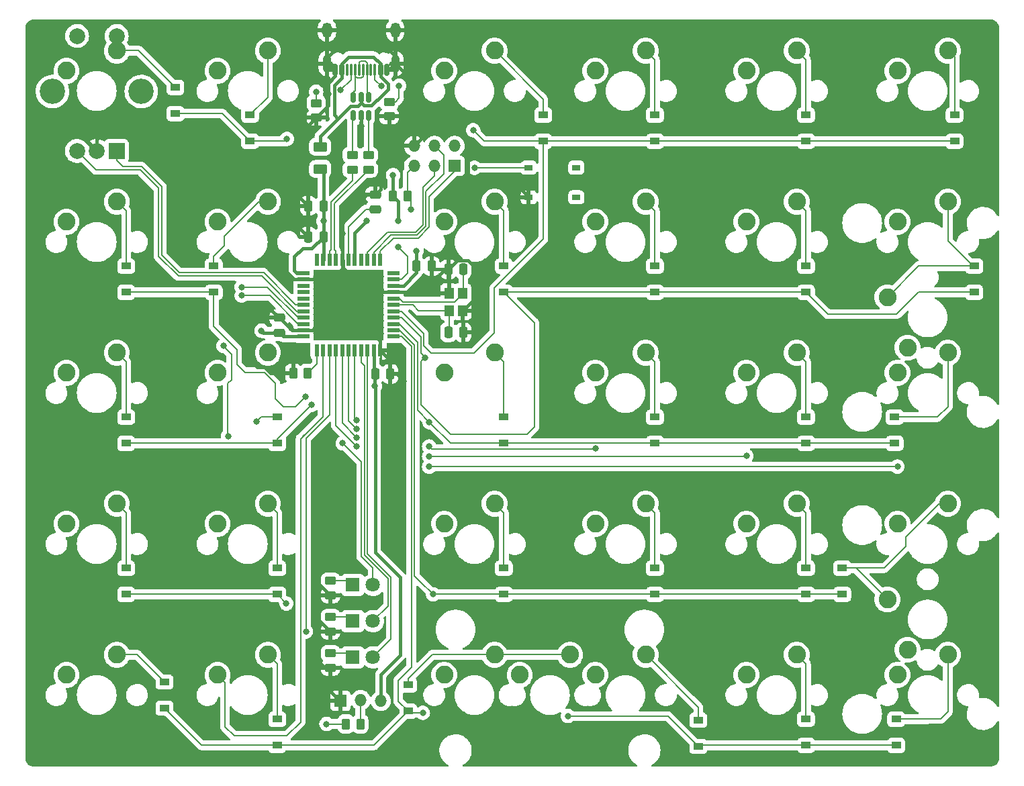
<source format=gbr>
%TF.GenerationSoftware,KiCad,Pcbnew,(5.99.0-10577-g57d4347f00)*%
%TF.CreationDate,2021-07-31T18:45:16-07:00*%
%TF.ProjectId,ahoy_pcb,61686f79-5f70-4636-922e-6b696361645f,rev?*%
%TF.SameCoordinates,Original*%
%TF.FileFunction,Copper,L2,Bot*%
%TF.FilePolarity,Positive*%
%FSLAX46Y46*%
G04 Gerber Fmt 4.6, Leading zero omitted, Abs format (unit mm)*
G04 Created by KiCad (PCBNEW (5.99.0-10577-g57d4347f00)) date 2021-07-31 18:45:16*
%MOMM*%
%LPD*%
G01*
G04 APERTURE LIST*
G04 Aperture macros list*
%AMRoundRect*
0 Rectangle with rounded corners*
0 $1 Rounding radius*
0 $2 $3 $4 $5 $6 $7 $8 $9 X,Y pos of 4 corners*
0 Add a 4 corners polygon primitive as box body*
4,1,4,$2,$3,$4,$5,$6,$7,$8,$9,$2,$3,0*
0 Add four circle primitives for the rounded corners*
1,1,$1+$1,$2,$3*
1,1,$1+$1,$4,$5*
1,1,$1+$1,$6,$7*
1,1,$1+$1,$8,$9*
0 Add four rect primitives between the rounded corners*
20,1,$1+$1,$2,$3,$4,$5,0*
20,1,$1+$1,$4,$5,$6,$7,0*
20,1,$1+$1,$6,$7,$8,$9,0*
20,1,$1+$1,$8,$9,$2,$3,0*%
G04 Aperture macros list end*
%TA.AperFunction,ComponentPad*%
%ADD10C,2.250000*%
%TD*%
%TA.AperFunction,ComponentPad*%
%ADD11R,1.800000X1.800000*%
%TD*%
%TA.AperFunction,ComponentPad*%
%ADD12C,1.800000*%
%TD*%
%TA.AperFunction,ComponentPad*%
%ADD13R,1.524000X1.524000*%
%TD*%
%TA.AperFunction,ComponentPad*%
%ADD14O,1.524000X1.524000*%
%TD*%
%TA.AperFunction,SMDPad,CuDef*%
%ADD15R,1.200000X0.900000*%
%TD*%
%TA.AperFunction,SMDPad,CuDef*%
%ADD16RoundRect,0.250000X0.450000X-0.262500X0.450000X0.262500X-0.450000X0.262500X-0.450000X-0.262500X0*%
%TD*%
%TA.AperFunction,SMDPad,CuDef*%
%ADD17RoundRect,0.250000X-0.250000X-0.475000X0.250000X-0.475000X0.250000X0.475000X-0.250000X0.475000X0*%
%TD*%
%TA.AperFunction,SMDPad,CuDef*%
%ADD18RoundRect,0.250000X0.475000X-0.250000X0.475000X0.250000X-0.475000X0.250000X-0.475000X-0.250000X0*%
%TD*%
%TA.AperFunction,SMDPad,CuDef*%
%ADD19RoundRect,0.250000X-0.450000X0.262500X-0.450000X-0.262500X0.450000X-0.262500X0.450000X0.262500X0*%
%TD*%
%TA.AperFunction,SMDPad,CuDef*%
%ADD20RoundRect,0.250000X-0.262500X-0.450000X0.262500X-0.450000X0.262500X0.450000X-0.262500X0.450000X0*%
%TD*%
%TA.AperFunction,SMDPad,CuDef*%
%ADD21RoundRect,0.150000X0.150000X-0.512500X0.150000X0.512500X-0.150000X0.512500X-0.150000X-0.512500X0*%
%TD*%
%TA.AperFunction,SMDPad,CuDef*%
%ADD22R,0.550000X1.500000*%
%TD*%
%TA.AperFunction,SMDPad,CuDef*%
%ADD23R,1.500000X0.550000*%
%TD*%
%TA.AperFunction,SMDPad,CuDef*%
%ADD24RoundRect,0.250000X-0.625000X0.375000X-0.625000X-0.375000X0.625000X-0.375000X0.625000X0.375000X0*%
%TD*%
%TA.AperFunction,SMDPad,CuDef*%
%ADD25RoundRect,0.250000X0.262500X0.450000X-0.262500X0.450000X-0.262500X-0.450000X0.262500X-0.450000X0*%
%TD*%
%TA.AperFunction,ComponentPad*%
%ADD26R,2.000000X2.000000*%
%TD*%
%TA.AperFunction,ComponentPad*%
%ADD27C,2.000000*%
%TD*%
%TA.AperFunction,ComponentPad*%
%ADD28C,3.200000*%
%TD*%
%TA.AperFunction,SMDPad,CuDef*%
%ADD29R,1.200000X1.400000*%
%TD*%
%TA.AperFunction,SMDPad,CuDef*%
%ADD30RoundRect,0.250000X0.250000X0.475000X-0.250000X0.475000X-0.250000X-0.475000X0.250000X-0.475000X0*%
%TD*%
%TA.AperFunction,SMDPad,CuDef*%
%ADD31R,1.000000X0.750000*%
%TD*%
%TA.AperFunction,SMDPad,CuDef*%
%ADD32RoundRect,0.150000X-0.150000X-0.575000X0.150000X-0.575000X0.150000X0.575000X-0.150000X0.575000X0*%
%TD*%
%TA.AperFunction,SMDPad,CuDef*%
%ADD33RoundRect,0.075000X-0.075000X-0.650000X0.075000X-0.650000X0.075000X0.650000X-0.075000X0.650000X0*%
%TD*%
%TA.AperFunction,ComponentPad*%
%ADD34O,1.100000X2.200000*%
%TD*%
%TA.AperFunction,ComponentPad*%
%ADD35O,1.300000X1.900000*%
%TD*%
%TA.AperFunction,ViaPad*%
%ADD36C,0.800000*%
%TD*%
%TA.AperFunction,Conductor*%
%ADD37C,0.381000*%
%TD*%
%TA.AperFunction,Conductor*%
%ADD38C,0.200000*%
%TD*%
G04 APERTURE END LIST*
D10*
%TO.P,MX1,1,COL*%
%TO.N,Col0*%
X29315000Y-58860000D03*
%TO.P,MX1,2,ROW*%
%TO.N,MX27_B*%
X35665000Y-56320000D03*
%TD*%
%TO.P,MX6,1,COL*%
%TO.N,Col1*%
X48365000Y-58860000D03*
%TO.P,MX6,2,ROW*%
%TO.N,Net-(D6-Pad2)*%
X54715000Y-56320000D03*
%TD*%
%TO.P,MX30,1,COL*%
%TO.N,Col5*%
X134090000Y-116010000D03*
%TO.P,MX30,2,ROW*%
%TO.N,Net-(D29-Pad2)*%
X140440000Y-113470000D03*
%TD*%
%TO.P,MX29,1,COL*%
%TO.N,Col5*%
X134090000Y-96960000D03*
%TO.P,MX29,2,ROW*%
%TO.N,Net-(D28-Pad2)*%
X140440000Y-94420000D03*
%TD*%
%TO.P,MX26,1,COL*%
%TO.N,Col4*%
X115040000Y-135060000D03*
%TO.P,MX26,2,ROW*%
%TO.N,Net-(D25-Pad2)*%
X121390000Y-132520000D03*
%TD*%
%TO.P,MX28,1,COL*%
%TO.N,Col5*%
X134090000Y-77910000D03*
%TO.P,MX28,2,ROW*%
%TO.N,Net-(D27-Pad2)*%
X140440000Y-75370000D03*
%TD*%
%TO.P,MX7,1,COL*%
%TO.N,Col1*%
X48365000Y-77910000D03*
%TO.P,MX7,2,ROW*%
%TO.N,Net-(D7-Pad2)*%
X54715000Y-75370000D03*
%TD*%
%TO.P,MX33,1,COL*%
%TO.N,Col5*%
X135360000Y-131885000D03*
%TO.P,MX33,2,ROW*%
%TO.N,Net-(D29-Pad2)*%
X132820000Y-125535000D03*
%TD*%
%TO.P,MX17,1,COL*%
%TO.N,Col3*%
X95990000Y-58860000D03*
%TO.P,MX17,2,ROW*%
%TO.N,Net-(D17-Pad2)*%
X102340000Y-56320000D03*
%TD*%
%TO.P,MX27,1,COL*%
%TO.N,Col5*%
X134090000Y-58860000D03*
%TO.P,MX27,2,ROW*%
%TO.N,Net-(D26-Pad2)*%
X140440000Y-56320000D03*
%TD*%
%TO.P,MX19,1,COL*%
%TO.N,Col3*%
X95990000Y-96960000D03*
%TO.P,MX19,2,ROW*%
%TO.N,Net-(D16-Pad2)*%
X102340000Y-94420000D03*
%TD*%
%TO.P,MX9,1,COL*%
%TO.N,Col1*%
X48365000Y-116010000D03*
%TO.P,MX9,2,ROW*%
%TO.N,Net-(D9-Pad2)*%
X54715000Y-113470000D03*
%TD*%
D11*
%TO.P,D31,1,K*%
%TO.N,Net-(D31-Pad1)*%
X65410000Y-132844000D03*
D12*
%TO.P,D31,2,A*%
%TO.N,SCROLL_LOCK*%
X67950000Y-132844000D03*
%TD*%
D10*
%TO.P,MX15,1,COL*%
%TO.N,Col2*%
X76940000Y-135060000D03*
%TO.P,MX15,2,ROW*%
%TO.N,Net-(D15-Pad2)*%
X83290000Y-132520000D03*
%TD*%
%TO.P,MX8,1,COL*%
%TO.N,Col1*%
X48365000Y-96960000D03*
%TO.P,MX8,2,ROW*%
%TO.N,Net-(D8-Pad2)*%
X54715000Y-94420000D03*
%TD*%
D11*
%TO.P,D33,1,K*%
%TO.N,Net-(D33-Pad1)*%
X65410000Y-123700000D03*
D12*
%TO.P,D33,2,A*%
%TO.N,NUM_LOCK*%
X67950000Y-123700000D03*
%TD*%
D10*
%TO.P,MX22,1,COL*%
%TO.N,Col4*%
X115040000Y-58860000D03*
%TO.P,MX22,2,ROW*%
%TO.N,Net-(D21-Pad2)*%
X121390000Y-56320000D03*
%TD*%
%TO.P,MX23,1,COL*%
%TO.N,Col4*%
X115040000Y-77910000D03*
%TO.P,MX23,2,ROW*%
%TO.N,Net-(D22-Pad2)*%
X121390000Y-75370000D03*
%TD*%
%TO.P,MX13,1,COL*%
%TO.N,Col2*%
X76940000Y-96960000D03*
%TO.P,MX13,2,ROW*%
%TO.N,Net-(D13-Pad2)*%
X83290000Y-94420000D03*
%TD*%
%TO.P,MX12,1,COL*%
%TO.N,Col2*%
X76940000Y-77910000D03*
%TO.P,MX12,2,ROW*%
%TO.N,Net-(D12-Pad2)*%
X83290000Y-75370000D03*
%TD*%
%TO.P,MX3,1,COL*%
%TO.N,Col0*%
X29315000Y-96960000D03*
%TO.P,MX3,2,ROW*%
%TO.N,Net-(D3-Pad2)*%
X35665000Y-94420000D03*
%TD*%
%TO.P,MX24,1,COL*%
%TO.N,Col4*%
X115040000Y-96960000D03*
%TO.P,MX24,2,ROW*%
%TO.N,Net-(D23-Pad2)*%
X121390000Y-94420000D03*
%TD*%
%TO.P,MX18,1,COL*%
%TO.N,Col3*%
X95990000Y-77910000D03*
%TO.P,MX18,2,ROW*%
%TO.N,Net-(D18-Pad2)*%
X102340000Y-75370000D03*
%TD*%
D11*
%TO.P,D32,1,K*%
%TO.N,Net-(D32-Pad1)*%
X65410000Y-128272000D03*
D12*
%TO.P,D32,2,A*%
%TO.N,CAPS_LOCK*%
X67950000Y-128272000D03*
%TD*%
D10*
%TO.P,MX2,1,COL*%
%TO.N,Col0*%
X29315000Y-77910000D03*
%TO.P,MX2,2,ROW*%
%TO.N,Net-(D2-Pad2)*%
X35665000Y-75370000D03*
%TD*%
D13*
%TO.P,J2,1,Pin_1*%
%TO.N,GND*%
X63860000Y-138350000D03*
D14*
%TO.P,J2,2,Pin_2*%
%TO.N,Net-(R10-Pad1)*%
X66400000Y-138223000D03*
%TO.P,J2,3,Pin_3*%
%TO.N,+5V*%
X68940000Y-138350000D03*
%TD*%
D10*
%TO.P,MX5,1,COL*%
%TO.N,Col0*%
X29315000Y-135060000D03*
%TO.P,MX5,2,ROW*%
%TO.N,Net-(D5-Pad2)*%
X35665000Y-132520000D03*
%TD*%
%TO.P,MX16,1,COL*%
%TO.N,Col2*%
X86465000Y-135060000D03*
%TO.P,MX16,2,ROW*%
%TO.N,Net-(D15-Pad2)*%
X92815000Y-132520000D03*
%TD*%
%TO.P,MX4,1,COL*%
%TO.N,Col0*%
X29315000Y-116010000D03*
%TO.P,MX4,2,ROW*%
%TO.N,Net-(D4-Pad2)*%
X35665000Y-113470000D03*
%TD*%
%TO.P,MX14,1,COL*%
%TO.N,Col2*%
X76940000Y-116010000D03*
%TO.P,MX14,2,ROW*%
%TO.N,Net-(D14-Pad2)*%
X83290000Y-113470000D03*
%TD*%
%TO.P,MX21,1,COL*%
%TO.N,Col3*%
X95990000Y-135060000D03*
%TO.P,MX21,2,ROW*%
%TO.N,Net-(D20-Pad2)*%
X102340000Y-132520000D03*
%TD*%
%TO.P,MX11,1,COL*%
%TO.N,Col2*%
X76940000Y-58860000D03*
%TO.P,MX11,2,ROW*%
%TO.N,Net-(D11-Pad2)*%
X83290000Y-56320000D03*
%TD*%
%TO.P,MX10,1,COL*%
%TO.N,Col1*%
X48365000Y-135060000D03*
%TO.P,MX10,2,ROW*%
%TO.N,Net-(D10-Pad2)*%
X54715000Y-132520000D03*
%TD*%
%TO.P,MX31,1,COL*%
%TO.N,Col5*%
X134090000Y-135060000D03*
%TO.P,MX31,2,ROW*%
%TO.N,Net-(D30-Pad2)*%
X140440000Y-132520000D03*
%TD*%
%TO.P,MX32,1,COL*%
%TO.N,Col5*%
X135360000Y-93785000D03*
%TO.P,MX32,2,ROW*%
%TO.N,Net-(D27-Pad2)*%
X132820000Y-87435000D03*
%TD*%
%TO.P,MX20,1,COL*%
%TO.N,Col3*%
X95990000Y-116010000D03*
%TO.P,MX20,2,ROW*%
%TO.N,Net-(D19-Pad2)*%
X102340000Y-113470000D03*
%TD*%
%TO.P,MX25,1,COL*%
%TO.N,Col4*%
X115040000Y-116010000D03*
%TO.P,MX25,2,ROW*%
%TO.N,Net-(D24-Pad2)*%
X121390000Y-113470000D03*
%TD*%
D15*
%TO.P,D2,1,K*%
%TO.N,Row1*%
X36839750Y-86799000D03*
%TO.P,D2,2,A*%
%TO.N,Net-(D2-Pad2)*%
X36839750Y-83499000D03*
%TD*%
D16*
%TO.P,R6,1*%
%TO.N,GND*%
X60800000Y-64762500D03*
%TO.P,R6,2*%
%TO.N,Net-(J1-PadA5)*%
X60800000Y-62937500D03*
%TD*%
D17*
%TO.P,C6,1*%
%TO.N,+5V*%
X73450000Y-83500000D03*
%TO.P,C6,2*%
%TO.N,GND*%
X75350000Y-83500000D03*
%TD*%
D18*
%TO.P,C3,1*%
%TO.N,Net-(C3-Pad1)*%
X68250000Y-76350000D03*
%TO.P,C3,2*%
%TO.N,GND*%
X68250000Y-74450000D03*
%TD*%
D19*
%TO.P,R8,1*%
%TO.N,Net-(D32-Pad1)*%
X62616000Y-127740500D03*
%TO.P,R8,2*%
%TO.N,GND*%
X62616000Y-129565500D03*
%TD*%
D15*
%TO.P,D15,1,K*%
%TO.N,Row4*%
X72399750Y-139631000D03*
%TO.P,D15,2,A*%
%TO.N,Net-(D15-Pad2)*%
X72399750Y-136331000D03*
%TD*%
D16*
%TO.P,R7,1*%
%TO.N,GND*%
X62616000Y-134137500D03*
%TO.P,R7,2*%
%TO.N,Net-(D31-Pad1)*%
X62616000Y-132312500D03*
%TD*%
D20*
%TO.P,R3,1*%
%TO.N,+5V*%
X70487500Y-74650000D03*
%TO.P,R3,2*%
%TO.N,RESET*%
X72312500Y-74650000D03*
%TD*%
D15*
%TO.P,D3,1,K*%
%TO.N,Row2*%
X36839750Y-105849000D03*
%TO.P,D3,2,A*%
%TO.N,Net-(D3-Pad2)*%
X36839750Y-102549000D03*
%TD*%
%TO.P,D17,1,K*%
%TO.N,Row0*%
X103514750Y-67749000D03*
%TO.P,D17,2,A*%
%TO.N,Net-(D17-Pad2)*%
X103514750Y-64449000D03*
%TD*%
D19*
%TO.P,R1,1*%
%TO.N,D-*%
X65350000Y-69487500D03*
%TO.P,R1,2*%
%TO.N,/PostRD-*%
X65350000Y-71312500D03*
%TD*%
D21*
%TO.P,U2,1,I/O1*%
%TO.N,D+*%
X67400000Y-64487500D03*
%TO.P,U2,2,GND*%
%TO.N,GND*%
X66450000Y-64487500D03*
%TO.P,U2,3,I/O2*%
%TO.N,D-*%
X65500000Y-64487500D03*
%TO.P,U2,4,I/O2*%
%TO.N,DBUS-*%
X65500000Y-62212500D03*
%TO.P,U2,5,VBUS*%
%TO.N,VBUS*%
X66450000Y-62212500D03*
%TO.P,U2,6,I/O1*%
%TO.N,DBUS+*%
X67400000Y-62212500D03*
%TD*%
D22*
%TO.P,U1,1,PE6*%
%TO.N,unconnected-(U1-Pad1)*%
X60875000Y-82687500D03*
%TO.P,U1,2,UVCC*%
%TO.N,+5V*%
X61675000Y-82687500D03*
%TO.P,U1,3,D-*%
%TO.N,/PostRD-*%
X62475000Y-82687500D03*
%TO.P,U1,4,D+*%
%TO.N,/PostRD+*%
X63275000Y-82687500D03*
%TO.P,U1,5,UGND*%
%TO.N,GND*%
X64075000Y-82687500D03*
%TO.P,U1,6,UCAP*%
%TO.N,Net-(C3-Pad1)*%
X64875000Y-82687500D03*
%TO.P,U1,7,VBUS*%
%TO.N,+5V*%
X65675000Y-82687500D03*
%TO.P,U1,8,PB0*%
%TO.N,unconnected-(U1-Pad8)*%
X66475000Y-82687500D03*
%TO.P,U1,9,PB1*%
%TO.N,PB1*%
X67275000Y-82687500D03*
%TO.P,U1,10,PB2*%
%TO.N,PB2*%
X68075000Y-82687500D03*
%TO.P,U1,11,PB3*%
%TO.N,PB3*%
X68875000Y-82687500D03*
D23*
%TO.P,U1,12,PB7*%
%TO.N,unconnected-(U1-Pad12)*%
X70575000Y-84387500D03*
%TO.P,U1,13,~RESET*%
%TO.N,RESET*%
X70575000Y-85187500D03*
%TO.P,U1,14,VCC*%
%TO.N,+5V*%
X70575000Y-85987500D03*
%TO.P,U1,15,GND*%
%TO.N,GND*%
X70575000Y-86787500D03*
%TO.P,U1,16,XTAL2*%
%TO.N,Net-(C2-Pad1)*%
X70575000Y-87587500D03*
%TO.P,U1,17,XTAL1*%
%TO.N,Net-(C1-Pad2)*%
X70575000Y-88387500D03*
%TO.P,U1,18,PD0*%
%TO.N,Row0*%
X70575000Y-89187500D03*
%TO.P,U1,19,PD1*%
%TO.N,Row1*%
X70575000Y-89987500D03*
%TO.P,U1,20,PD2*%
%TO.N,Row2*%
X70575000Y-90787500D03*
%TO.P,U1,21,PD3*%
%TO.N,Row3*%
X70575000Y-91587500D03*
%TO.P,U1,22,PD5*%
%TO.N,Row4*%
X70575000Y-92387500D03*
D22*
%TO.P,U1,23,GND*%
%TO.N,GND*%
X68875000Y-94087500D03*
%TO.P,U1,24,AVCC*%
%TO.N,+5V*%
X68075000Y-94087500D03*
%TO.P,U1,25,PD4*%
%TO.N,SCROLL_LOCK*%
X67275000Y-94087500D03*
%TO.P,U1,26,PD6*%
%TO.N,CAPS_LOCK*%
X66475000Y-94087500D03*
%TO.P,U1,27,PD7*%
%TO.N,Col2*%
X65675000Y-94087500D03*
%TO.P,U1,28,PB4*%
%TO.N,Col3*%
X64875000Y-94087500D03*
%TO.P,U1,29,PB5*%
%TO.N,Col4*%
X64075000Y-94087500D03*
%TO.P,U1,30,PB6*%
%TO.N,Col5*%
X63275000Y-94087500D03*
%TO.P,U1,31,PC6*%
%TO.N,Col0*%
X62475000Y-94087500D03*
%TO.P,U1,32,PC7*%
%TO.N,Col1*%
X61675000Y-94087500D03*
%TO.P,U1,33,~HWB~/PE2*%
%TO.N,Net-(R4-Pad1)*%
X60875000Y-94087500D03*
D23*
%TO.P,U1,34,VCC*%
%TO.N,+5V*%
X59175000Y-92387500D03*
%TO.P,U1,35,GND*%
%TO.N,GND*%
X59175000Y-91587500D03*
%TO.P,U1,36,PF7*%
%TO.N,NUM_LOCK*%
X59175000Y-90787500D03*
%TO.P,U1,37,PF6*%
%TO.N,RGB_PIN*%
X59175000Y-89987500D03*
%TO.P,U1,38,PF5*%
%TO.N,ROTARY_B*%
X59175000Y-89187500D03*
%TO.P,U1,39,PF4*%
%TO.N,ROTARY_A*%
X59175000Y-88387500D03*
%TO.P,U1,40,PF1*%
%TO.N,unconnected-(U1-Pad40)*%
X59175000Y-87587500D03*
%TO.P,U1,41,PF0*%
%TO.N,unconnected-(U1-Pad41)*%
X59175000Y-86787500D03*
%TO.P,U1,42,AREF*%
%TO.N,unconnected-(U1-Pad42)*%
X59175000Y-85987500D03*
%TO.P,U1,43,GND*%
%TO.N,GND*%
X59175000Y-85187500D03*
%TO.P,U1,44,AVCC*%
%TO.N,+5V*%
X59175000Y-84387500D03*
%TD*%
D15*
%TO.P,D5,1,K*%
%TO.N,Row4*%
X41665750Y-139250000D03*
%TO.P,D5,2,A*%
%TO.N,Net-(D5-Pad2)*%
X41665750Y-135950000D03*
%TD*%
%TO.P,D22,1,K*%
%TO.N,Row1*%
X122564750Y-86799000D03*
%TO.P,D22,2,A*%
%TO.N,Net-(D22-Pad2)*%
X122564750Y-83499000D03*
%TD*%
D24*
%TO.P,F1,1*%
%TO.N,VBUS*%
X61300000Y-68450000D03*
%TO.P,F1,2*%
%TO.N,+5V*%
X61300000Y-71250000D03*
%TD*%
D16*
%TO.P,R5,1*%
%TO.N,GND*%
X70000000Y-64612500D03*
%TO.P,R5,2*%
%TO.N,Net-(J1-PadB5)*%
X70000000Y-62787500D03*
%TD*%
D15*
%TO.P,D6,1,K*%
%TO.N,Row0*%
X52460750Y-67749000D03*
%TO.P,D6,2,A*%
%TO.N,Net-(D6-Pad2)*%
X52460750Y-64449000D03*
%TD*%
%TO.P,D12,1,K*%
%TO.N,Row1*%
X84464750Y-86799000D03*
%TO.P,D12,2,A*%
%TO.N,Net-(D12-Pad2)*%
X84464750Y-83499000D03*
%TD*%
%TO.P,D28,1,K*%
%TO.N,Row2*%
X133740750Y-105849000D03*
%TO.P,D28,2,A*%
%TO.N,Net-(D28-Pad2)*%
X133740750Y-102549000D03*
%TD*%
%TO.P,D4,1,K*%
%TO.N,Row3*%
X36839750Y-124899000D03*
%TO.P,D4,2,A*%
%TO.N,Net-(D4-Pad2)*%
X36839750Y-121599000D03*
%TD*%
D18*
%TO.P,C4,1*%
%TO.N,+5V*%
X56150000Y-91900000D03*
%TO.P,C4,2*%
%TO.N,GND*%
X56150000Y-90000000D03*
%TD*%
D15*
%TO.P,D30,1,K*%
%TO.N,Row4*%
X133931250Y-143949000D03*
%TO.P,D30,2,A*%
%TO.N,Net-(D30-Pad2)*%
X133931250Y-140649000D03*
%TD*%
%TO.P,D20,1,K*%
%TO.N,Row4*%
X108975750Y-144076000D03*
%TO.P,D20,2,A*%
%TO.N,Net-(D20-Pad2)*%
X108975750Y-140776000D03*
%TD*%
%TO.P,D8,1,K*%
%TO.N,Row2*%
X55889750Y-105849000D03*
%TO.P,D8,2,A*%
%TO.N,Net-(D8-Pad2)*%
X55889750Y-102549000D03*
%TD*%
%TO.P,D18,1,K*%
%TO.N,Row1*%
X103514750Y-86799000D03*
%TO.P,D18,2,A*%
%TO.N,Net-(D18-Pad2)*%
X103514750Y-83499000D03*
%TD*%
%TO.P,D11,1,K*%
%TO.N,Row0*%
X89417750Y-67749000D03*
%TO.P,D11,2,A*%
%TO.N,Net-(D11-Pad2)*%
X89417750Y-64449000D03*
%TD*%
%TO.P,D13,1,K*%
%TO.N,Row2*%
X84464750Y-105849000D03*
%TO.P,D13,2,A*%
%TO.N,Net-(D13-Pad2)*%
X84464750Y-102549000D03*
%TD*%
%TO.P,D27,1,K*%
%TO.N,Row1*%
X143773750Y-86799000D03*
%TO.P,D27,2,A*%
%TO.N,Net-(D27-Pad2)*%
X143773750Y-83499000D03*
%TD*%
D25*
%TO.P,R4,1*%
%TO.N,Net-(R4-Pad1)*%
X59723250Y-97000000D03*
%TO.P,R4,2*%
%TO.N,GND*%
X57898250Y-97000000D03*
%TD*%
D15*
%TO.P,D29,1,K*%
%TO.N,Row3*%
X127136750Y-124899000D03*
%TO.P,D29,2,A*%
%TO.N,Net-(D29-Pad2)*%
X127136750Y-121599000D03*
%TD*%
%TO.P,D16,1,K*%
%TO.N,Row2*%
X103514750Y-105849000D03*
%TO.P,D16,2,A*%
%TO.N,Net-(D16-Pad2)*%
X103514750Y-102549000D03*
%TD*%
%TO.P,D26,1,K*%
%TO.N,Row0*%
X141287500Y-67749000D03*
%TO.P,D26,2,A*%
%TO.N,Net-(D26-Pad2)*%
X141287500Y-64449000D03*
%TD*%
D26*
%TO.P,SW2,A,A*%
%TO.N,ROTARY_A*%
X35647000Y-68972000D03*
D27*
%TO.P,SW2,B,B*%
%TO.N,ROTARY_B*%
X30647000Y-68972000D03*
%TO.P,SW2,C,C*%
%TO.N,GND*%
X33147000Y-68972000D03*
D28*
%TO.P,SW2,MP*%
%TO.N,N/C*%
X38747000Y-61472000D03*
X27547000Y-61472000D03*
D27*
%TO.P,SW2,S1,S1*%
%TO.N,Col0*%
X30647000Y-54472000D03*
%TO.P,SW2,S2,S2*%
%TO.N,MX27_B*%
X35647000Y-54472000D03*
%TD*%
D29*
%TO.P,Y1,1,1*%
%TO.N,Net-(C1-Pad2)*%
X77550000Y-89100000D03*
%TO.P,Y1,2,2*%
%TO.N,GND*%
X77550000Y-86900000D03*
%TO.P,Y1,3,3*%
%TO.N,Net-(C2-Pad1)*%
X79250000Y-86900000D03*
%TO.P,Y1,4,4*%
%TO.N,GND*%
X79250000Y-89100000D03*
%TD*%
D19*
%TO.P,R9,1*%
%TO.N,Net-(D33-Pad1)*%
X62616000Y-123168500D03*
%TO.P,R9,2*%
%TO.N,GND*%
X62616000Y-124993500D03*
%TD*%
D15*
%TO.P,D1,1,K*%
%TO.N,Row0*%
X43053000Y-64261000D03*
%TO.P,D1,2,A*%
%TO.N,MX27_B*%
X43053000Y-60961000D03*
%TD*%
%TO.P,D23,1,K*%
%TO.N,Row2*%
X122564750Y-105849000D03*
%TO.P,D23,2,A*%
%TO.N,Net-(D23-Pad2)*%
X122564750Y-102549000D03*
%TD*%
D30*
%TO.P,C7,1*%
%TO.N,+5V*%
X61700000Y-75900000D03*
%TO.P,C7,2*%
%TO.N,GND*%
X59800000Y-75900000D03*
%TD*%
D15*
%TO.P,D10,1,K*%
%TO.N,Row4*%
X55889750Y-143949000D03*
%TO.P,D10,2,A*%
%TO.N,Net-(D10-Pad2)*%
X55889750Y-140649000D03*
%TD*%
%TO.P,D7,1,K*%
%TO.N,Row1*%
X47888750Y-86799000D03*
%TO.P,D7,2,A*%
%TO.N,Net-(D7-Pad2)*%
X47888750Y-83499000D03*
%TD*%
%TO.P,D9,1,K*%
%TO.N,Row3*%
X55889750Y-124899000D03*
%TO.P,D9,2,A*%
%TO.N,Net-(D9-Pad2)*%
X55889750Y-121599000D03*
%TD*%
%TO.P,D14,1,K*%
%TO.N,Row3*%
X84464750Y-124899000D03*
%TO.P,D14,2,A*%
%TO.N,Net-(D14-Pad2)*%
X84464750Y-121599000D03*
%TD*%
D31*
%TO.P,SW1,1,1*%
%TO.N,GND*%
X87600000Y-74825000D03*
%TO.P,SW1,2,2*%
%TO.N,RESET*%
X87600000Y-71075000D03*
%TO.P,SW1,3*%
%TO.N,N/C*%
X93600000Y-74825000D03*
%TO.P,SW1,4*%
X93600000Y-71075000D03*
%TD*%
D32*
%TO.P,J1,A1,GND*%
%TO.N,GND*%
X63210000Y-58717500D03*
%TO.P,J1,A4,VBUS*%
%TO.N,VBUS*%
X64010000Y-58717500D03*
D33*
%TO.P,J1,A5,CC1*%
%TO.N,Net-(J1-PadA5)*%
X65210000Y-58717500D03*
%TO.P,J1,A6,D+*%
%TO.N,DBUS+*%
X66206000Y-58717500D03*
%TO.P,J1,A7,D-*%
%TO.N,DBUS-*%
X66710000Y-58717500D03*
%TO.P,J1,A8,SBU1*%
%TO.N,unconnected-(J1-PadA8)*%
X67710000Y-58717500D03*
D32*
%TO.P,J1,B1,GND*%
%TO.N,GND*%
X69710000Y-58717500D03*
%TO.P,J1,B4,VBUS*%
%TO.N,VBUS*%
X68910000Y-58717500D03*
D33*
%TO.P,J1,B5,CC2*%
%TO.N,Net-(J1-PadB5)*%
X68210000Y-58717500D03*
%TO.P,J1,B6,D+*%
%TO.N,DBUS+*%
X67210000Y-58717500D03*
%TO.P,J1,B7,D-*%
%TO.N,DBUS-*%
X65710000Y-58717500D03*
%TO.P,J1,B8,SBU2*%
%TO.N,unconnected-(J1-PadB8)*%
X64710000Y-58717500D03*
D34*
%TO.P,J1,S,SHIELD*%
%TO.N,GND*%
X62160000Y-57942500D03*
X70760000Y-57942500D03*
D35*
X62160000Y-53742500D03*
X70760000Y-53742500D03*
%TD*%
D30*
%TO.P,C2,1*%
%TO.N,Net-(C2-Pad1)*%
X79350000Y-83900000D03*
%TO.P,C2,2*%
%TO.N,GND*%
X77450000Y-83900000D03*
%TD*%
D15*
%TO.P,D24,1,K*%
%TO.N,Row3*%
X122564750Y-124899000D03*
%TO.P,D24,2,A*%
%TO.N,Net-(D24-Pad2)*%
X122564750Y-121599000D03*
%TD*%
D25*
%TO.P,R10,1*%
%TO.N,Net-(R10-Pad1)*%
X66362500Y-141250000D03*
%TO.P,R10,2*%
%TO.N,RGB_PIN*%
X64537500Y-141250000D03*
%TD*%
D13*
%TO.P,P1,1,MISO/14*%
%TO.N,PB3*%
X78240000Y-70870000D03*
D14*
%TO.P,P1,2,VCC*%
%TO.N,+5V*%
X78240000Y-68330000D03*
%TO.P,P1,3,SCK/15*%
%TO.N,PB1*%
X75700000Y-70870000D03*
%TO.P,P1,4,MOSI/16*%
%TO.N,PB2*%
X75700000Y-68330000D03*
%TO.P,P1,5,RST*%
%TO.N,RESET*%
X73160000Y-70870000D03*
%TO.P,P1,6,GND*%
%TO.N,GND*%
X73160000Y-68330000D03*
%TD*%
D15*
%TO.P,D21,1,K*%
%TO.N,Row0*%
X122564750Y-67749000D03*
%TO.P,D21,2,A*%
%TO.N,Net-(D21-Pad2)*%
X122564750Y-64449000D03*
%TD*%
%TO.P,D25,1,K*%
%TO.N,Row4*%
X122564750Y-143949000D03*
%TO.P,D25,2,A*%
%TO.N,Net-(D25-Pad2)*%
X122564750Y-140649000D03*
%TD*%
D30*
%TO.P,C16,1*%
%TO.N,+5V*%
X61700000Y-79800000D03*
%TO.P,C16,2*%
%TO.N,GND*%
X59800000Y-79800000D03*
%TD*%
D17*
%TO.P,C5,1*%
%TO.N,+5V*%
X68250000Y-97100000D03*
%TO.P,C5,2*%
%TO.N,GND*%
X70150000Y-97100000D03*
%TD*%
D16*
%TO.P,R2,1*%
%TO.N,/PostRD+*%
X67386750Y-71312500D03*
%TO.P,R2,2*%
%TO.N,D+*%
X67386750Y-69487500D03*
%TD*%
D15*
%TO.P,D19,1,K*%
%TO.N,Row3*%
X103514750Y-124899000D03*
%TO.P,D19,2,A*%
%TO.N,Net-(D19-Pad2)*%
X103514750Y-121599000D03*
%TD*%
D30*
%TO.P,C1,1*%
%TO.N,GND*%
X79350000Y-91850000D03*
%TO.P,C1,2*%
%TO.N,Net-(C1-Pad2)*%
X77450000Y-91850000D03*
%TD*%
D36*
%TO.N,GND*%
X61000000Y-121050000D03*
X57600000Y-73700000D03*
X75578504Y-85428504D03*
X54250000Y-89100000D03*
X64075000Y-79375000D03*
X56100000Y-97000000D03*
X66450000Y-65850000D03*
X62300000Y-104800000D03*
X62300000Y-61800000D03*
X71850000Y-98000000D03*
X69950000Y-66350000D03*
%TO.N,+5V*%
X61700000Y-77800000D03*
X68200000Y-98650000D03*
X71150000Y-77800000D03*
X73450000Y-81600000D03*
X70487500Y-72012500D03*
X53900000Y-91650000D03*
X67150000Y-77800000D03*
%TO.N,Row0*%
X57100000Y-67450000D03*
X80600000Y-66350000D03*
%TO.N,Row1*%
X59450000Y-100000000D03*
X74484524Y-95090535D03*
%TO.N,Row2*%
X75075000Y-103175000D03*
X60200000Y-101000000D03*
%TO.N,Row3*%
X75549000Y-124899000D03*
X57040750Y-126050000D03*
%TO.N,Row4*%
X74250000Y-139850000D03*
X92550000Y-140250000D03*
%TO.N,Net-(D8-Pad2)*%
X53300000Y-103100000D03*
%TO.N,NUM_LOCK*%
X51400000Y-87200000D03*
X64150000Y-105850000D03*
%TO.N,Col0*%
X59504866Y-129588406D03*
%TO.N,Col2*%
X65900000Y-102950000D03*
%TO.N,Col3*%
X65900000Y-104050000D03*
X75050000Y-106250000D03*
X95990000Y-106526300D03*
%TO.N,Col4*%
X115040000Y-107460000D03*
X65900000Y-105100000D03*
X75050000Y-107500000D03*
%TO.N,Col5*%
X65900000Y-106200000D03*
X75050000Y-108800000D03*
X134090000Y-108790000D03*
%TO.N,RESET*%
X72750000Y-76350000D03*
X80750000Y-71100000D03*
X71100000Y-81050000D03*
%TO.N,RGB_PIN*%
X51400000Y-86150000D03*
X49100000Y-93550000D03*
X62100000Y-141250000D03*
X49700000Y-104950000D03*
%TO.N,Net-(J1-PadA5)*%
X60800000Y-61500000D03*
X63890000Y-61300000D03*
%TO.N,Net-(J1-PadB5)*%
X69016385Y-60783615D03*
X71250000Y-60750000D03*
%TD*%
D37*
%TO.N,GND*%
X61000000Y-121050000D02*
X61000000Y-106100000D01*
X75578504Y-85428504D02*
X77107008Y-83900000D01*
X54250000Y-89100000D02*
X54000000Y-89100000D01*
%TO.N,+5V*%
X54150000Y-91900000D02*
X53900000Y-91650000D01*
X56150000Y-91900000D02*
X54150000Y-91900000D01*
%TO.N,GND*%
X64075000Y-79375000D02*
X64075000Y-77525000D01*
%TO.N,VBUS*%
X63100000Y-60700000D02*
X63100000Y-64450000D01*
X63100000Y-64450000D02*
X63550000Y-64900000D01*
X64010000Y-64424224D02*
X65144224Y-63290000D01*
X61300000Y-67150000D02*
X63550000Y-64900000D01*
X63550000Y-64900000D02*
X64010000Y-64440000D01*
X64010000Y-64440000D02*
X64010000Y-64424224D01*
%TO.N,GND*%
X87600000Y-74700000D02*
X86150000Y-73250000D01*
X62300000Y-61800000D02*
X62300000Y-60450000D01*
X62160000Y-57190000D02*
X63700000Y-55650000D01*
X77550000Y-87202020D02*
X77550000Y-86900000D01*
X66450000Y-65850000D02*
X66450000Y-64487500D01*
X79909989Y-72729206D02*
X79909989Y-67559989D01*
X62435000Y-57942500D02*
X63210000Y-58717500D01*
X55250000Y-89100000D02*
X54850000Y-89100000D01*
X64209989Y-82822489D02*
X64075000Y-82687500D01*
X55300000Y-82443500D02*
X55300000Y-79650000D01*
X62706000Y-89187500D02*
X62706000Y-85187500D01*
X75453504Y-85553504D02*
X75578504Y-85428504D01*
X70150000Y-97100000D02*
X70150000Y-95362500D01*
X57737500Y-91587500D02*
X56150000Y-90000000D01*
X62616000Y-137106000D02*
X63860000Y-138350000D01*
X55250000Y-89100000D02*
X54250000Y-89100000D01*
X62565500Y-129565500D02*
X61000000Y-128000000D01*
X68900000Y-71900000D02*
X68900000Y-69950000D01*
X86150000Y-73250000D02*
X80430783Y-73250000D01*
X33147000Y-67557787D02*
X33147000Y-68972000D01*
X71930000Y-68330000D02*
X69950000Y-66350000D01*
X64209989Y-83749509D02*
X64209989Y-82822489D01*
X74219508Y-86787500D02*
X75453504Y-85553504D01*
X70575000Y-86787500D02*
X67247980Y-86787500D01*
X56150000Y-90000000D02*
X55250000Y-89100000D01*
X61000000Y-123400000D02*
X61000000Y-121050000D01*
X73100000Y-60282500D02*
X70760000Y-57942500D01*
X59175000Y-85187500D02*
X58044000Y-85187500D01*
X73100000Y-63400000D02*
X73100000Y-60282500D01*
X77550000Y-86900000D02*
X77550000Y-84000000D01*
X61000000Y-128000000D02*
X61000000Y-123400000D01*
X77450000Y-83900000D02*
X78565020Y-82784980D01*
X71887500Y-64612500D02*
X73100000Y-63400000D01*
X62616000Y-134137500D02*
X62616000Y-137106000D01*
X69950000Y-64662500D02*
X70000000Y-64612500D01*
X79250000Y-89100000D02*
X79250000Y-88902020D01*
X56600000Y-78350000D02*
X58350000Y-78350000D01*
X73160000Y-68330000D02*
X71930000Y-68330000D01*
X62616000Y-124993500D02*
X62593500Y-124993500D01*
X59175000Y-91587500D02*
X57737500Y-91587500D01*
X67150000Y-74450000D02*
X68250000Y-74450000D01*
X70575000Y-86787500D02*
X74219508Y-86787500D01*
X81100000Y-87250000D02*
X79250000Y-89100000D01*
X57600000Y-73700000D02*
X57600000Y-69300000D01*
X59175000Y-85187500D02*
X62706000Y-85187500D01*
X61000000Y-133221500D02*
X61000000Y-128000000D01*
X51875000Y-94775000D02*
X53373609Y-96273609D01*
X70150000Y-97100000D02*
X70950000Y-97100000D01*
X77107008Y-83900000D02*
X77450000Y-83900000D01*
X74940000Y-66550000D02*
X73160000Y-68330000D01*
X70760000Y-57010000D02*
X69400000Y-55650000D01*
X68250000Y-74450000D02*
X68900000Y-73800000D01*
X63700000Y-55650000D02*
X69400000Y-55650000D01*
X61000000Y-106100000D02*
X62300000Y-104800000D01*
X64075000Y-83818500D02*
X64075000Y-82687500D01*
X60306000Y-91587500D02*
X62706000Y-89187500D01*
X79250000Y-89100000D02*
X79250000Y-91750000D01*
X69710000Y-58717500D02*
X69985000Y-58717500D01*
X78565020Y-82784980D02*
X79984980Y-82784980D01*
X70000000Y-64612500D02*
X71887500Y-64612500D01*
X77550000Y-84000000D02*
X77450000Y-83900000D01*
X65106000Y-89187500D02*
X62706000Y-89187500D01*
X58350000Y-78350000D02*
X59800000Y-79800000D01*
X79250000Y-91750000D02*
X79350000Y-91850000D01*
X78900000Y-66550000D02*
X74940000Y-66550000D01*
X64075000Y-79037804D02*
X64075000Y-79675000D01*
X68875000Y-94087500D02*
X68875000Y-92956500D01*
X59800000Y-66500000D02*
X59800000Y-65762500D01*
X56100000Y-97000000D02*
X57898250Y-97000000D01*
X68900000Y-67400000D02*
X69950000Y-66350000D01*
X69950000Y-66350000D02*
X69950000Y-64662500D01*
X59800000Y-79800000D02*
X59800000Y-75900000D01*
X62616000Y-134137500D02*
X61916000Y-134137500D01*
X80430783Y-73250000D02*
X79909989Y-72729206D01*
X68900000Y-73800000D02*
X68900000Y-71900000D01*
X53373609Y-96273609D02*
X54326391Y-96273609D01*
X58044000Y-85187500D02*
X55300000Y-82443500D01*
X60800000Y-64762500D02*
X62300000Y-63262500D01*
X35204787Y-65500000D02*
X33147000Y-67557787D01*
X81100000Y-83900000D02*
X81100000Y-87250000D01*
X62593500Y-124993500D02*
X61000000Y-123400000D01*
X55052783Y-97000000D02*
X56100000Y-97000000D01*
X47100000Y-65500000D02*
X35204787Y-65500000D01*
X62706000Y-85187500D02*
X64075000Y-83818500D01*
X62300000Y-63262500D02*
X62300000Y-61800000D01*
X50900000Y-69300000D02*
X47100000Y-65500000D01*
X64075000Y-79675000D02*
X64075000Y-79375000D01*
X70150000Y-95362500D02*
X68875000Y-94087500D01*
X59800000Y-65762500D02*
X60800000Y-64762500D01*
X54000000Y-89100000D02*
X51875000Y-91225000D01*
X67247980Y-86787500D02*
X64209989Y-83749509D01*
X59800000Y-67100000D02*
X57600000Y-69300000D01*
X62616000Y-129565500D02*
X62565500Y-129565500D01*
X57600000Y-69300000D02*
X50900000Y-69300000D01*
X62160000Y-57942500D02*
X62435000Y-57942500D01*
X70760000Y-57942500D02*
X70760000Y-57010000D01*
X68875000Y-92956500D02*
X65106000Y-89187500D01*
X64075000Y-79675000D02*
X64075000Y-82687500D01*
X62300000Y-60450000D02*
X63210000Y-59540000D01*
X77450000Y-83900000D02*
X75750000Y-83900000D01*
X51875000Y-91225000D02*
X51875000Y-94775000D01*
X54326391Y-96273609D02*
X55052783Y-97000000D01*
X59800000Y-66500000D02*
X59800000Y-67100000D01*
X68900000Y-69950000D02*
X68900000Y-67400000D01*
X63210000Y-59540000D02*
X63210000Y-58717500D01*
X87600000Y-74825000D02*
X87600000Y-74700000D01*
X70950000Y-97100000D02*
X71850000Y-98000000D01*
X69985000Y-58717500D02*
X70760000Y-57942500D01*
X62160000Y-57942500D02*
X62160000Y-57190000D01*
X59800000Y-75900000D02*
X57600000Y-73700000D01*
X79909989Y-67559989D02*
X78900000Y-66550000D01*
X79984980Y-82784980D02*
X81100000Y-83900000D01*
X75750000Y-83900000D02*
X75350000Y-83500000D01*
X59175000Y-91587500D02*
X60306000Y-91587500D01*
X64075000Y-77525000D02*
X67150000Y-74450000D01*
X55300000Y-79650000D02*
X56600000Y-78350000D01*
X61916000Y-134137500D02*
X61000000Y-133221500D01*
D38*
%TO.N,Net-(C1-Pad2)*%
X70575000Y-88387500D02*
X72987500Y-88387500D01*
X77550000Y-89100000D02*
X77550000Y-91400000D01*
X77550000Y-91400000D02*
X77450000Y-91500000D01*
X73700000Y-89100000D02*
X77550000Y-89100000D01*
X72987500Y-88387500D02*
X73700000Y-89100000D01*
%TO.N,Net-(C2-Pad1)*%
X78250000Y-88000000D02*
X79250000Y-87000000D01*
X71711660Y-88000000D02*
X78250000Y-88000000D01*
X70575000Y-87587500D02*
X71299160Y-87587500D01*
X79350000Y-83900000D02*
X79350000Y-86800000D01*
X79350000Y-86800000D02*
X79250000Y-86900000D01*
X71299160Y-87587500D02*
X71711660Y-88000000D01*
X79250000Y-87000000D02*
X79250000Y-86900000D01*
X71299160Y-87587500D02*
X71505830Y-87794170D01*
%TO.N,Net-(C3-Pad1)*%
X64875000Y-78525000D02*
X67050000Y-76350000D01*
X67050000Y-76350000D02*
X68250000Y-76350000D01*
X64875000Y-82687500D02*
X64875000Y-79875000D01*
X64875000Y-82687500D02*
X64875000Y-78525000D01*
D37*
%TO.N,+5V*%
X68075000Y-96925000D02*
X68075000Y-94087500D01*
X59162500Y-84400000D02*
X59175000Y-84387500D01*
X68250000Y-119600000D02*
X68250000Y-98700000D01*
X68940000Y-138350000D02*
X68940000Y-135110000D01*
X73450000Y-83500000D02*
X73450000Y-81600000D01*
X68200000Y-97150000D02*
X68250000Y-97100000D01*
X71150000Y-77800000D02*
X71150000Y-75312500D01*
X68250000Y-97100000D02*
X68075000Y-96925000D01*
X71375000Y-132575000D02*
X71375000Y-122725000D01*
X65675000Y-82687500D02*
X65675000Y-79275000D01*
X71150000Y-75312500D02*
X70487500Y-74650000D01*
X59075000Y-81275000D02*
X58050000Y-82300000D01*
X56150000Y-91900000D02*
X56637500Y-92387500D01*
X61700000Y-82662500D02*
X61675000Y-82687500D01*
X61700000Y-75900000D02*
X61700000Y-71650000D01*
X65675000Y-79275000D02*
X67150000Y-77800000D01*
X73450000Y-84350000D02*
X73450000Y-83500000D01*
X71812500Y-85987500D02*
X73450000Y-84350000D01*
X68940000Y-135110000D02*
X68940000Y-135010000D01*
X68940000Y-135010000D02*
X71375000Y-132575000D01*
X61700000Y-79800000D02*
X61700000Y-82662500D01*
X60225000Y-81275000D02*
X59075000Y-81275000D01*
X71375000Y-122725000D02*
X68250000Y-119600000D01*
X70487500Y-74650000D02*
X70487500Y-72012500D01*
X60225000Y-81275000D02*
X61700000Y-79800000D01*
X68200000Y-98650000D02*
X68200000Y-97150000D01*
X68250000Y-98700000D02*
X68200000Y-98650000D01*
X56637500Y-92387500D02*
X59175000Y-92387500D01*
X59175000Y-84387500D02*
X58387500Y-84387500D01*
X61700000Y-71650000D02*
X61300000Y-71250000D01*
X71812500Y-85987500D02*
X70575000Y-85987500D01*
X61700000Y-79800000D02*
X61700000Y-75900000D01*
X58387500Y-84387500D02*
X58050000Y-84050000D01*
X58050000Y-84050000D02*
X58050000Y-82300000D01*
D38*
%TO.N,Row0*%
X48972750Y-64261000D02*
X52460750Y-67749000D01*
X81999000Y-67749000D02*
X89417750Y-67749000D01*
X71525000Y-89187500D02*
X70575000Y-89187500D01*
X74354640Y-93554640D02*
X75250000Y-94450000D01*
X74354640Y-92017140D02*
X71525000Y-89187500D01*
X57100000Y-67450000D02*
X56801000Y-67749000D01*
X83256455Y-86256455D02*
X89417750Y-80095160D01*
X103514750Y-67749000D02*
X122564750Y-67749000D01*
X56801000Y-67749000D02*
X52460750Y-67749000D01*
X80700000Y-94450000D02*
X83256455Y-91893545D01*
X89417750Y-67749000D02*
X103514750Y-67749000D01*
X74354640Y-92017140D02*
X74354640Y-93554640D01*
X43053000Y-64261000D02*
X48972750Y-64261000D01*
X89417750Y-80095160D02*
X89417750Y-67749000D01*
X74354640Y-92017140D02*
X74243750Y-91906250D01*
X83256455Y-91893545D02*
X83256455Y-86256455D01*
X80600000Y-66350000D02*
X81999000Y-67749000D01*
X75250000Y-94450000D02*
X80700000Y-94450000D01*
X122564750Y-67749000D02*
X141287500Y-67749000D01*
%TO.N,Row1*%
X73977320Y-94427320D02*
X73977320Y-92439820D01*
X54254896Y-96895104D02*
X51795104Y-96895104D01*
X56700000Y-101250000D02*
X55650000Y-100200000D01*
X55650000Y-98290209D02*
X54254896Y-96895104D01*
X74050000Y-101000000D02*
X77750000Y-104700000D01*
X74484524Y-95090535D02*
X74050000Y-95525059D01*
X47888750Y-91088750D02*
X47888750Y-86799000D01*
X122564750Y-86799000D02*
X103514750Y-86799000D01*
X47888750Y-86799000D02*
X36839750Y-86799000D01*
X88300000Y-103800000D02*
X88300000Y-90634250D01*
X47888750Y-91088750D02*
X47888750Y-90361250D01*
X50804896Y-94004896D02*
X47888750Y-91088750D01*
X50804896Y-95904896D02*
X50804896Y-94004896D01*
X73977320Y-92439820D02*
X71525000Y-89987500D01*
X51795104Y-96895104D02*
X50804896Y-95904896D01*
X74450000Y-94900000D02*
X73977320Y-94427320D01*
X55650000Y-100200000D02*
X55650000Y-98290209D01*
X134000000Y-89550000D02*
X125315750Y-89550000D01*
X88300000Y-90634250D02*
X84464750Y-86799000D01*
X74050000Y-95525059D02*
X74050000Y-101000000D01*
X125315750Y-89550000D02*
X122564750Y-86799000D01*
X50804896Y-94004896D02*
X50325000Y-93525000D01*
X77750000Y-104700000D02*
X87400000Y-104700000D01*
X71525000Y-89987500D02*
X70575000Y-89987500D01*
X136751000Y-86799000D02*
X134000000Y-89550000D01*
X50804896Y-95904896D02*
X50804896Y-95254896D01*
X87400000Y-104700000D02*
X88300000Y-103800000D01*
X59450000Y-100000000D02*
X58200000Y-101250000D01*
X103514750Y-86799000D02*
X84464750Y-86799000D01*
X143773750Y-86799000D02*
X136751000Y-86799000D01*
X58200000Y-101250000D02*
X56700000Y-101250000D01*
%TO.N,Net-(D2-Pad2)*%
X36839750Y-76544750D02*
X35665000Y-75370000D01*
X36839750Y-83499000D02*
X36839750Y-76544750D01*
%TO.N,Row2*%
X70575000Y-90787500D02*
X71287500Y-90787500D01*
X84464750Y-105849000D02*
X103514750Y-105849000D01*
X36839750Y-105849000D02*
X55889750Y-105849000D01*
X103514750Y-105849000D02*
X122564750Y-105849000D01*
X71287500Y-90787500D02*
X73600000Y-93100000D01*
X55889750Y-105310250D02*
X60200000Y-101000000D01*
X122564750Y-105849000D02*
X133740750Y-105849000D01*
X75075000Y-103175000D02*
X77749000Y-105849000D01*
X55889750Y-105849000D02*
X55889750Y-105310250D01*
X73600000Y-101700000D02*
X75075000Y-103175000D01*
X73600000Y-93100000D02*
X73600000Y-101700000D01*
X77749000Y-105849000D02*
X84464750Y-105849000D01*
%TO.N,Net-(D3-Pad2)*%
X36839750Y-95594750D02*
X35665000Y-94420000D01*
X36839750Y-102549000D02*
X36839750Y-95594750D01*
%TO.N,Row3*%
X71337500Y-91587500D02*
X73200000Y-93450000D01*
X103514750Y-124899000D02*
X84464750Y-124899000D01*
X55889750Y-124899000D02*
X57040750Y-126050000D01*
X70575000Y-91587500D02*
X71337500Y-91587500D01*
X73700000Y-123050000D02*
X73875000Y-123225000D01*
X75549000Y-124899000D02*
X84464750Y-124899000D01*
X127136750Y-124899000D02*
X122564750Y-124899000D01*
X36839750Y-124899000D02*
X55889750Y-124899000D01*
X73875000Y-123225000D02*
X75549000Y-124899000D01*
X73200000Y-93450000D02*
X73200000Y-122550000D01*
X73200000Y-122550000D02*
X73875000Y-123225000D01*
X122564750Y-124899000D02*
X103514750Y-124899000D01*
%TO.N,Net-(D4-Pad2)*%
X36839750Y-121599000D02*
X36839750Y-114644750D01*
X36839750Y-114644750D02*
X35665000Y-113470000D01*
%TO.N,Row4*%
X71587500Y-92387500D02*
X72800000Y-93600000D01*
X74250000Y-139850000D02*
X72618750Y-139850000D01*
X71150000Y-138381250D02*
X71150000Y-135750000D01*
X46364750Y-143949000D02*
X41665750Y-139250000D01*
X68081750Y-143949000D02*
X72399750Y-139631000D01*
X72800000Y-134100000D02*
X71150000Y-135750000D01*
X108975750Y-144076000D02*
X105149750Y-140250000D01*
X109102750Y-143949000D02*
X108975750Y-144076000D01*
X55889750Y-143949000D02*
X68081750Y-143949000D01*
X72618750Y-139850000D02*
X72399750Y-139631000D01*
X105149750Y-140250000D02*
X92550000Y-140250000D01*
X122564750Y-143949000D02*
X109102750Y-143949000D01*
X72399750Y-139631000D02*
X71150000Y-138381250D01*
X70575000Y-92387500D02*
X71587500Y-92387500D01*
X133931250Y-143949000D02*
X122564750Y-143949000D01*
X55889750Y-143949000D02*
X46364750Y-143949000D01*
X72800000Y-93600000D02*
X72800000Y-134100000D01*
%TO.N,Net-(D5-Pad2)*%
X38235750Y-132520000D02*
X41665750Y-135950000D01*
X35665000Y-132520000D02*
X38235750Y-132520000D01*
%TO.N,Net-(D6-Pad2)*%
X54715000Y-62194750D02*
X54715000Y-56320000D01*
X52460750Y-64449000D02*
X54715000Y-62194750D01*
%TO.N,Net-(D7-Pad2)*%
X49244008Y-80905992D02*
X49244008Y-79744008D01*
X47888750Y-83499000D02*
X47888750Y-82261250D01*
X47888750Y-82261250D02*
X47938750Y-82211250D01*
X53618016Y-75370000D02*
X52544008Y-76444008D01*
X47888750Y-82261250D02*
X49244008Y-80905992D01*
X54715000Y-75370000D02*
X53618016Y-75370000D01*
X49244008Y-79744008D02*
X53618016Y-75370000D01*
%TO.N,Net-(D8-Pad2)*%
X53300000Y-103100000D02*
X53851000Y-102549000D01*
X53851000Y-102549000D02*
X55889750Y-102549000D01*
%TO.N,Net-(D9-Pad2)*%
X55889750Y-114644750D02*
X54715000Y-113470000D01*
X55889750Y-121599000D02*
X55889750Y-114644750D01*
%TO.N,Net-(D10-Pad2)*%
X55889750Y-140649000D02*
X55889750Y-133694750D01*
X55889750Y-133694750D02*
X54715000Y-132520000D01*
%TO.N,Net-(D11-Pad2)*%
X89417750Y-62447750D02*
X83290000Y-56320000D01*
X89417750Y-64449000D02*
X89417750Y-62447750D01*
%TO.N,Net-(D12-Pad2)*%
X84464750Y-76544750D02*
X83290000Y-75370000D01*
X84464750Y-83499000D02*
X84464750Y-76544750D01*
%TO.N,Net-(D13-Pad2)*%
X84464750Y-102549000D02*
X84464750Y-95594750D01*
X84464750Y-95594750D02*
X83290000Y-94420000D01*
%TO.N,Net-(D14-Pad2)*%
X84464750Y-121599000D02*
X84464750Y-114644750D01*
X84464750Y-114644750D02*
X83290000Y-113470000D01*
%TO.N,Net-(D15-Pad2)*%
X83290000Y-132520000D02*
X92815000Y-132520000D01*
X75430000Y-132520000D02*
X83290000Y-132520000D01*
X72399750Y-136331000D02*
X72399750Y-135550250D01*
X72399750Y-135550250D02*
X75430000Y-132520000D01*
%TO.N,Net-(D16-Pad2)*%
X103514750Y-102549000D02*
X103514750Y-95594750D01*
X103514750Y-95594750D02*
X102340000Y-94420000D01*
%TO.N,Net-(D17-Pad2)*%
X103514750Y-57494750D02*
X102340000Y-56320000D01*
X103514750Y-64449000D02*
X103514750Y-57494750D01*
%TO.N,Net-(D18-Pad2)*%
X103514750Y-76544750D02*
X102340000Y-75370000D01*
X103514750Y-83499000D02*
X103514750Y-76544750D01*
%TO.N,Net-(D19-Pad2)*%
X103514750Y-114644750D02*
X102340000Y-113470000D01*
X103514750Y-121599000D02*
X103514750Y-114644750D01*
%TO.N,Net-(D20-Pad2)*%
X108975750Y-140776000D02*
X108975750Y-139155750D01*
X108975750Y-139155750D02*
X102340000Y-132520000D01*
%TO.N,Net-(D21-Pad2)*%
X122564750Y-57494750D02*
X121390000Y-56320000D01*
X122564750Y-64449000D02*
X122564750Y-57494750D01*
%TO.N,Net-(D22-Pad2)*%
X122564750Y-83499000D02*
X122564750Y-76544750D01*
X122564750Y-76544750D02*
X121390000Y-75370000D01*
%TO.N,Net-(D23-Pad2)*%
X122564750Y-95594750D02*
X121390000Y-94420000D01*
X122564750Y-102549000D02*
X122564750Y-95594750D01*
%TO.N,Net-(D24-Pad2)*%
X122564750Y-121599000D02*
X122564750Y-114644750D01*
X122564750Y-114644750D02*
X121390000Y-113470000D01*
%TO.N,Net-(D25-Pad2)*%
X122564750Y-133694750D02*
X121390000Y-132520000D01*
X122564750Y-140649000D02*
X122564750Y-133694750D01*
%TO.N,MX27_B*%
X35665000Y-54490000D02*
X35647000Y-54472000D01*
X43053000Y-60961000D02*
X38412000Y-56320000D01*
X35665000Y-56320000D02*
X35665000Y-54490000D01*
X38412000Y-56320000D02*
X35665000Y-56320000D01*
%TO.N,Net-(D27-Pad2)*%
X132820000Y-87435000D02*
X136756000Y-83499000D01*
X143623750Y-83499000D02*
X140440000Y-80315250D01*
X140440000Y-80315250D02*
X140440000Y-75370000D01*
X143773750Y-83499000D02*
X143623750Y-83499000D01*
X136756000Y-83499000D02*
X143773750Y-83499000D01*
%TO.N,Net-(D28-Pad2)*%
X133740750Y-102549000D02*
X139101000Y-102549000D01*
X140440000Y-101210000D02*
X140440000Y-100058989D01*
X140440000Y-101210000D02*
X140440000Y-94420000D01*
X139101000Y-102549000D02*
X140440000Y-101210000D01*
%TO.N,Net-(D29-Pad2)*%
X135106508Y-117706508D02*
X139343017Y-113470000D01*
X139343017Y-113470000D02*
X140440000Y-113470000D01*
X127136750Y-121599000D02*
X128884000Y-121599000D01*
X135106508Y-118893492D02*
X135106508Y-117706508D01*
X127136750Y-121599000D02*
X132401000Y-121599000D01*
X128884000Y-121599000D02*
X132820000Y-125535000D01*
X132401000Y-121599000D02*
X135106508Y-118893492D01*
%TO.N,Net-(D30-Pad2)*%
X137998989Y-140600000D02*
X139550000Y-140600000D01*
X137949989Y-140649000D02*
X137998989Y-140600000D01*
X133931250Y-140649000D02*
X137949989Y-140649000D01*
X139550000Y-140600000D02*
X140440000Y-139710000D01*
X140440000Y-139710000D02*
X140440000Y-132520000D01*
%TO.N,Net-(D31-Pad1)*%
X64878500Y-132312500D02*
X65410000Y-132844000D01*
X62616000Y-132312500D02*
X64878500Y-132312500D01*
%TO.N,SCROLL_LOCK*%
X67275000Y-119775000D02*
X70250000Y-122750000D01*
X70250000Y-122750000D02*
X70250000Y-130544000D01*
X70250000Y-130544000D02*
X67950000Y-132844000D01*
X67275000Y-94087500D02*
X67275000Y-119775000D01*
%TO.N,Net-(D32-Pad1)*%
X62616000Y-127740500D02*
X64878500Y-127740500D01*
X64878500Y-127740500D02*
X65410000Y-128272000D01*
%TO.N,CAPS_LOCK*%
X66897680Y-119947680D02*
X66897680Y-119852320D01*
X66897680Y-119947680D02*
X66897680Y-96047680D01*
X66897680Y-96047680D02*
X66475000Y-95625000D01*
X67950000Y-128272000D02*
X69850000Y-126372000D01*
X69850000Y-122900000D02*
X66897680Y-119947680D01*
X66475000Y-95625000D02*
X66475000Y-94087500D01*
X69850000Y-126372000D02*
X69850000Y-122900000D01*
%TO.N,Net-(D33-Pad1)*%
X62616000Y-123168500D02*
X64878500Y-123168500D01*
X64878500Y-123168500D02*
X65410000Y-123700000D01*
%TO.N,NUM_LOCK*%
X51400000Y-87200000D02*
X51425000Y-87225000D01*
X51425000Y-87225000D02*
X54425000Y-87225000D01*
X66472680Y-119477320D02*
X66472680Y-108172680D01*
X66472680Y-108172680D02*
X64150000Y-105850000D01*
X59175000Y-90787500D02*
X58537500Y-90787500D01*
X66472680Y-120122680D02*
X66472680Y-119477320D01*
X58537500Y-90787500D02*
X54975000Y-87225000D01*
X54975000Y-87225000D02*
X54425000Y-87225000D01*
X67950000Y-123700000D02*
X67950000Y-121600000D01*
X67950000Y-121600000D02*
X66472680Y-120122680D01*
X54425000Y-87225000D02*
X54875000Y-87225000D01*
%TO.N,Net-(R10-Pad1)*%
X66362500Y-138260500D02*
X66400000Y-138223000D01*
X66362500Y-141250000D02*
X66362500Y-138260500D01*
%TO.N,Col0*%
X59504866Y-129588406D02*
X59504866Y-105245134D01*
X59504866Y-105245134D02*
X60300000Y-104450000D01*
X59504866Y-105245134D02*
X62475000Y-102275000D01*
X62475000Y-102275000D02*
X62475000Y-94087500D01*
%TO.N,Col1*%
X58827555Y-105272445D02*
X59275000Y-104825000D01*
X50450000Y-142750000D02*
X57100000Y-142750000D01*
X49300000Y-136000000D02*
X49300000Y-141600000D01*
X57100000Y-142750000D02*
X58827555Y-141022445D01*
X58827555Y-105272445D02*
X61616480Y-102483520D01*
X61616480Y-102483520D02*
X61616480Y-94146020D01*
X49300000Y-141600000D02*
X50450000Y-142750000D01*
X58827555Y-141022445D02*
X58827555Y-139122445D01*
X61616480Y-94146020D02*
X61675000Y-94087500D01*
X58827555Y-141022445D02*
X58827555Y-105272445D01*
X48365000Y-135060000D02*
X48365000Y-135065000D01*
X48365000Y-135065000D02*
X49300000Y-136000000D01*
%TO.N,Col2*%
X65675000Y-102725000D02*
X65675000Y-94087500D01*
X65900000Y-102950000D02*
X65675000Y-102725000D01*
%TO.N,Col3*%
X93823689Y-106576311D02*
X94076311Y-106576311D01*
X95939989Y-106576311D02*
X95990000Y-106526300D01*
X75376311Y-106576311D02*
X93823689Y-106576311D01*
X64875000Y-94087500D02*
X64875000Y-103025000D01*
X93823689Y-106576311D02*
X95939989Y-106576311D01*
X75050000Y-106250000D02*
X75376311Y-106576311D01*
X64875000Y-103025000D02*
X65900000Y-104050000D01*
%TO.N,Col4*%
X75050000Y-107500000D02*
X115000000Y-107500000D01*
X115000000Y-107500000D02*
X115040000Y-107460000D01*
X64075000Y-103275000D02*
X65900000Y-105100000D01*
X64075000Y-94087500D02*
X64075000Y-103275000D01*
%TO.N,Col5*%
X63275000Y-94087500D02*
X63275000Y-103575000D01*
X134080000Y-108800000D02*
X134090000Y-108790000D01*
X63275000Y-103575000D02*
X65900000Y-106200000D01*
X75050000Y-108800000D02*
X134080000Y-108800000D01*
%TO.N,D-*%
X65350000Y-69487500D02*
X65350000Y-64637500D01*
X65350000Y-64637500D02*
X65500000Y-64487500D01*
%TO.N,/PostRD-*%
X62475000Y-82687500D02*
X62475000Y-81562499D01*
X65350000Y-72712853D02*
X65350000Y-71312500D01*
X62475000Y-81562499D02*
X62650000Y-81387499D01*
X62650000Y-81387499D02*
X62650000Y-75412853D01*
X62650000Y-75412853D02*
X65350000Y-72712853D01*
%TO.N,/PostRD+*%
X63100000Y-75599250D02*
X67386750Y-71312500D01*
X63275000Y-82687500D02*
X63275000Y-81562499D01*
X63275000Y-81562499D02*
X63100000Y-81387499D01*
X63100000Y-81387499D02*
X63100000Y-75599250D01*
%TO.N,D+*%
X67400000Y-69474250D02*
X67386750Y-69487500D01*
X67400000Y-64487500D02*
X67400000Y-69474250D01*
%TO.N,RESET*%
X71525000Y-85187500D02*
X72312500Y-84400000D01*
X71525000Y-85187500D02*
X71602311Y-85110189D01*
X80775000Y-71075000D02*
X87600000Y-71075000D01*
X72312500Y-71717500D02*
X73160000Y-70870000D01*
X72312500Y-84400000D02*
X72312500Y-82262500D01*
X72312500Y-74650000D02*
X72312500Y-71717500D01*
X72750000Y-75087500D02*
X72312500Y-74650000D01*
X72750000Y-76350000D02*
X72750000Y-75087500D01*
X70575000Y-85187500D02*
X71525000Y-85187500D01*
X72312500Y-82262500D02*
X71100000Y-81050000D01*
X80750000Y-71100000D02*
X80775000Y-71075000D01*
%TO.N,Net-(R4-Pad1)*%
X60875000Y-95848250D02*
X59723250Y-97000000D01*
X60875000Y-94087500D02*
X60875000Y-95848250D01*
%TO.N,RGB_PIN*%
X58487500Y-89987500D02*
X59175000Y-89987500D01*
X49100000Y-93550000D02*
X49100000Y-93650000D01*
X49100000Y-93650000D02*
X49950000Y-94500000D01*
X49650000Y-98300000D02*
X49650000Y-99750000D01*
X50100000Y-97750000D02*
X50100000Y-97850000D01*
X51400000Y-86150000D02*
X54650000Y-86150000D01*
X50100000Y-97850000D02*
X49650000Y-98300000D01*
X54650000Y-86150000D02*
X54825000Y-86325000D01*
X49950000Y-94500000D02*
X50100000Y-94650000D01*
X50100000Y-94650000D02*
X50100000Y-97750000D01*
X49650000Y-99750000D02*
X49650000Y-104900000D01*
X49650000Y-104900000D02*
X49700000Y-104950000D01*
X54650000Y-86150000D02*
X58487500Y-89987500D01*
X62100000Y-141250000D02*
X64537500Y-141250000D01*
%TO.N,ROTARY_A*%
X36447680Y-70972680D02*
X38822680Y-70972680D01*
X38822680Y-70972680D02*
X41300000Y-73450000D01*
X58225000Y-88387500D02*
X54187500Y-84350000D01*
X54187500Y-84350000D02*
X46600000Y-84350000D01*
X41300000Y-82101983D02*
X41300000Y-73450000D01*
X35647000Y-70172000D02*
X36447680Y-70972680D01*
X46600000Y-84350000D02*
X46450000Y-84350000D01*
X43548017Y-84350000D02*
X41300000Y-82101983D01*
X59175000Y-88387500D02*
X58225000Y-88387500D01*
X46600000Y-84350000D02*
X43548017Y-84350000D01*
X35647000Y-68972000D02*
X35647000Y-70172000D01*
%TO.N,ROTARY_B*%
X40922680Y-82258274D02*
X40922680Y-73672680D01*
X38600000Y-71350000D02*
X33025000Y-71350000D01*
X46850000Y-84750000D02*
X46700000Y-84750000D01*
X33025000Y-71350000D02*
X30647000Y-68972000D01*
X59175000Y-89187500D02*
X58387500Y-89187500D01*
X40922680Y-73672680D02*
X38600000Y-71350000D01*
X46850000Y-84750000D02*
X43414406Y-84750000D01*
X53950000Y-84750000D02*
X46850000Y-84750000D01*
X43414406Y-84750000D02*
X40922680Y-82258274D01*
X58387500Y-89187500D02*
X54650000Y-85450000D01*
X54650000Y-85450000D02*
X53950000Y-84750000D01*
%TO.N,Net-(D26-Pad2)*%
X141287500Y-57167500D02*
X140440000Y-56320000D01*
X141287500Y-64449000D02*
X141287500Y-57167500D01*
%TO.N,DBUS+*%
X66967914Y-57642980D02*
X66407020Y-57642980D01*
X67210000Y-58717500D02*
X67210000Y-57885066D01*
X67210000Y-62022500D02*
X67210000Y-58717500D01*
X67400000Y-62212500D02*
X67210000Y-62022500D01*
X66407020Y-57642980D02*
X66209520Y-57840480D01*
X66209520Y-57840480D02*
X66209520Y-58717500D01*
X67210000Y-57885066D02*
X66967914Y-57642980D01*
%TO.N,DBUS-*%
X65706480Y-59550414D02*
X65706480Y-61336480D01*
X65500000Y-61542960D02*
X65706480Y-61336480D01*
X65706480Y-59550414D02*
X65706480Y-58717500D01*
X66463914Y-59792020D02*
X65948086Y-59792020D01*
X65948086Y-59792020D02*
X65706480Y-59550414D01*
X66710000Y-58717500D02*
X66710000Y-59545934D01*
X65500000Y-62212500D02*
X65500000Y-61542960D01*
X65706480Y-61336480D02*
X65710000Y-61340000D01*
X66710000Y-59545934D02*
X66463914Y-59792020D01*
%TO.N,PB1*%
X69812500Y-79200000D02*
X67275000Y-81737500D01*
X67275000Y-81737500D02*
X67275000Y-82687500D01*
X69812500Y-79200000D02*
X69706250Y-79306250D01*
X74272680Y-78277320D02*
X73350000Y-79200000D01*
X73350000Y-79200000D02*
X69812500Y-79200000D01*
X75700000Y-72150000D02*
X74272680Y-73577320D01*
X75700000Y-70870000D02*
X75700000Y-72150000D01*
X74272680Y-73577320D02*
X74272680Y-78277320D01*
%TO.N,PB3*%
X70522680Y-79977320D02*
X68875000Y-81625000D01*
X75041805Y-74708195D02*
X75041805Y-78591805D01*
X78240000Y-71510000D02*
X75041805Y-74708195D01*
X75041805Y-78591805D02*
X73656291Y-79977320D01*
X78240000Y-70870000D02*
X78240000Y-71510000D01*
X68875000Y-81625000D02*
X68875000Y-82687500D01*
X73656291Y-79977320D02*
X70522680Y-79977320D01*
%TO.N,PB2*%
X76900000Y-71850000D02*
X74650000Y-74100000D01*
X70212500Y-79600000D02*
X68075000Y-81737500D01*
X76900000Y-69530000D02*
X76900000Y-71850000D01*
X73500000Y-79600000D02*
X70212500Y-79600000D01*
X75700000Y-68330000D02*
X76900000Y-69530000D01*
X74650000Y-74100000D02*
X74650000Y-78450000D01*
X76900000Y-71850000D02*
X76650000Y-72100000D01*
X68075000Y-81737500D02*
X68075000Y-82687500D01*
X74650000Y-78450000D02*
X73500000Y-79600000D01*
%TO.N,VBUS*%
X68999511Y-58807011D02*
X68910000Y-58717500D01*
D37*
X68910000Y-58717500D02*
X68910000Y-59560000D01*
X67780756Y-63265020D02*
X66840020Y-63265020D01*
X69160796Y-61884980D02*
X67780756Y-63265020D01*
X68910000Y-59560000D02*
X69850000Y-60500000D01*
X66035000Y-63290000D02*
X65144224Y-63290000D01*
D38*
X64010000Y-57992500D02*
X64010000Y-58717500D01*
D37*
X69850000Y-60500000D02*
X69850000Y-61200000D01*
X66450000Y-62212500D02*
X66450000Y-62875000D01*
X64010000Y-58717500D02*
X64010000Y-59790000D01*
X66450000Y-62875000D02*
X66035000Y-63290000D01*
X66840020Y-63265020D02*
X66450000Y-62875000D01*
X64902500Y-57100000D02*
X68017500Y-57100000D01*
X61300000Y-68450000D02*
X61300000Y-67150000D01*
X68017500Y-57100000D02*
X68910000Y-57992500D01*
X69160796Y-61884980D02*
X69165020Y-61884980D01*
X64010000Y-57992500D02*
X64902500Y-57100000D01*
D38*
X64010000Y-58717500D02*
X64010000Y-58155776D01*
D37*
X69160796Y-61884980D02*
X68822888Y-62222888D01*
X69165020Y-61884980D02*
X69850000Y-61200000D01*
X64010000Y-59790000D02*
X63100000Y-60700000D01*
D38*
X68910000Y-57992500D02*
X68910000Y-58717500D01*
%TO.N,Net-(J1-PadA5)*%
X63890000Y-61300000D02*
X65210000Y-59980000D01*
X65210000Y-59980000D02*
X65210000Y-58717500D01*
X65210000Y-58717500D02*
X65210000Y-59479224D01*
X60800000Y-61500000D02*
X60800000Y-62937500D01*
%TO.N,Net-(J1-PadB5)*%
X71250000Y-62300000D02*
X71250000Y-60750000D01*
X70762500Y-62787500D02*
X71250000Y-62300000D01*
X69016385Y-60783615D02*
X68210000Y-59977230D01*
X68210000Y-59977230D02*
X68210000Y-58717500D01*
X70000000Y-62787500D02*
X70762500Y-62787500D01*
%TD*%
%TA.AperFunction,Conductor*%
%TO.N,GND*%
G36*
X58154830Y-93097886D02*
G01*
X58258694Y-93145319D01*
X58280330Y-93155200D01*
X58289245Y-93156482D01*
X58289246Y-93156482D01*
X58420552Y-93175361D01*
X58420559Y-93175362D01*
X58425000Y-93176000D01*
X59925000Y-93176000D01*
X59927247Y-93175839D01*
X59927255Y-93175839D01*
X59955683Y-93173806D01*
X60025057Y-93188898D01*
X60075258Y-93239101D01*
X60090349Y-93308475D01*
X60089387Y-93317419D01*
X60086500Y-93337500D01*
X60086500Y-94837500D01*
X60091727Y-94910579D01*
X60132904Y-95050816D01*
X60164513Y-95100000D01*
X58050000Y-95100000D01*
X58050000Y-93086500D01*
X58102488Y-93086500D01*
X58154830Y-93097886D01*
G37*
%TD.AperFunction*%
%TA.AperFunction,Conductor*%
G36*
X64159779Y-83702128D02*
G01*
X64183341Y-83729298D01*
X64201404Y-83757404D01*
X64211923Y-83773771D01*
X64285513Y-83837537D01*
X64323896Y-83897263D01*
X64328894Y-83932024D01*
X64333475Y-83947624D01*
X64334865Y-83948829D01*
X64342548Y-83950500D01*
X64347743Y-83950500D01*
X64352250Y-83950339D01*
X64416267Y-83945760D01*
X64429491Y-83943374D01*
X64441803Y-83939759D01*
X64495232Y-83935937D01*
X64595552Y-83950361D01*
X64595559Y-83950362D01*
X64600000Y-83951000D01*
X65150000Y-83951000D01*
X65223079Y-83945773D01*
X65242985Y-83939928D01*
X65296412Y-83936107D01*
X65395552Y-83950361D01*
X65395559Y-83950362D01*
X65400000Y-83951000D01*
X65950000Y-83951000D01*
X66023079Y-83945773D01*
X66042985Y-83939928D01*
X66096412Y-83936107D01*
X66195552Y-83950361D01*
X66195559Y-83950362D01*
X66200000Y-83951000D01*
X66750000Y-83951000D01*
X66823079Y-83945773D01*
X66842985Y-83939928D01*
X66896412Y-83936107D01*
X66995552Y-83950361D01*
X66995559Y-83950362D01*
X67000000Y-83951000D01*
X67550000Y-83951000D01*
X67623079Y-83945773D01*
X67642985Y-83939928D01*
X67696412Y-83936107D01*
X67795552Y-83950361D01*
X67795559Y-83950362D01*
X67800000Y-83951000D01*
X68350000Y-83951000D01*
X68423079Y-83945773D01*
X68442985Y-83939928D01*
X68496412Y-83936107D01*
X68595552Y-83950361D01*
X68595559Y-83950362D01*
X68600000Y-83951000D01*
X69150000Y-83951000D01*
X69152247Y-83950839D01*
X69152255Y-83950839D01*
X69180683Y-83948806D01*
X69250057Y-83963898D01*
X69300258Y-84014101D01*
X69315349Y-84083475D01*
X69314387Y-84092419D01*
X69311500Y-84112500D01*
X69311500Y-84662500D01*
X69316727Y-84735579D01*
X69318630Y-84742059D01*
X69322572Y-84755485D01*
X69326393Y-84808912D01*
X69312139Y-84908052D01*
X69312138Y-84908059D01*
X69311500Y-84912500D01*
X69311500Y-85462500D01*
X69316727Y-85535579D01*
X69318630Y-85542059D01*
X69322572Y-85555485D01*
X69326393Y-85608912D01*
X69312139Y-85708052D01*
X69312138Y-85708059D01*
X69311500Y-85712500D01*
X69311500Y-86262500D01*
X69316727Y-86335579D01*
X69318630Y-86342059D01*
X69322908Y-86356629D01*
X69326729Y-86410060D01*
X69312642Y-86508037D01*
X69312093Y-86515702D01*
X69316475Y-86530624D01*
X69317865Y-86531829D01*
X69325548Y-86533500D01*
X69326174Y-86533500D01*
X69327963Y-86534025D01*
X69338783Y-86536379D01*
X69338615Y-86537153D01*
X69394295Y-86553502D01*
X69425626Y-86584832D01*
X69426149Y-86584379D01*
X69432051Y-86591191D01*
X69436923Y-86598771D01*
X69443733Y-86604672D01*
X69547381Y-86694484D01*
X69544890Y-86697359D01*
X69579651Y-86737408D01*
X69589812Y-86807674D01*
X69560372Y-86872279D01*
X69533202Y-86895841D01*
X69498334Y-86918250D01*
X69488729Y-86924423D01*
X69424963Y-86998013D01*
X69365237Y-87036396D01*
X69330476Y-87041394D01*
X69314876Y-87045975D01*
X69313671Y-87047365D01*
X69312000Y-87055048D01*
X69312000Y-87060243D01*
X69312161Y-87064750D01*
X69316740Y-87128767D01*
X69319126Y-87141991D01*
X69322741Y-87154303D01*
X69326563Y-87207732D01*
X69312139Y-87308052D01*
X69312138Y-87308059D01*
X69311500Y-87312500D01*
X69311500Y-87862500D01*
X69316727Y-87935579D01*
X69318630Y-87942059D01*
X69322572Y-87955485D01*
X69326393Y-88008912D01*
X69312139Y-88108052D01*
X69312138Y-88108059D01*
X69311500Y-88112500D01*
X69311500Y-88662500D01*
X69316727Y-88735579D01*
X69318630Y-88742059D01*
X69322572Y-88755485D01*
X69326393Y-88808912D01*
X69312139Y-88908052D01*
X69312138Y-88908059D01*
X69311500Y-88912500D01*
X69311500Y-89462500D01*
X69316727Y-89535579D01*
X69318630Y-89542059D01*
X69322572Y-89555485D01*
X69326393Y-89608912D01*
X69312139Y-89708052D01*
X69312138Y-89708059D01*
X69311500Y-89712500D01*
X69311500Y-90262500D01*
X69316727Y-90335579D01*
X69318630Y-90342059D01*
X69322572Y-90355485D01*
X69326393Y-90408912D01*
X69312139Y-90508052D01*
X69312138Y-90508059D01*
X69311500Y-90512500D01*
X69311500Y-91062500D01*
X69316727Y-91135579D01*
X69318630Y-91142059D01*
X69322572Y-91155485D01*
X69326393Y-91208912D01*
X69312139Y-91308052D01*
X69312138Y-91308059D01*
X69311500Y-91312500D01*
X69311500Y-91862500D01*
X69316727Y-91935579D01*
X69318630Y-91942059D01*
X69322572Y-91955485D01*
X69326393Y-92008912D01*
X69312139Y-92108052D01*
X69312138Y-92108059D01*
X69311500Y-92112500D01*
X69311500Y-92662500D01*
X69313731Y-92693686D01*
X69298641Y-92763058D01*
X69248439Y-92813262D01*
X69179065Y-92828354D01*
X69170119Y-92827392D01*
X69154457Y-92825140D01*
X69146800Y-92824593D01*
X69131876Y-92828975D01*
X69130671Y-92830365D01*
X69129000Y-92838048D01*
X69129000Y-93815385D01*
X69133475Y-93830624D01*
X69134865Y-93831829D01*
X69142548Y-93833500D01*
X69644885Y-93833500D01*
X69660124Y-93829025D01*
X69661329Y-93827635D01*
X69663000Y-93819952D01*
X69663000Y-93339757D01*
X69662839Y-93335255D01*
X69660800Y-93306749D01*
X69675890Y-93237374D01*
X69726092Y-93187171D01*
X69795466Y-93172079D01*
X69804408Y-93173040D01*
X69820547Y-93175360D01*
X69820550Y-93175360D01*
X69825000Y-93176000D01*
X71325000Y-93176000D01*
X71398079Y-93170773D01*
X71413041Y-93166380D01*
X71484035Y-93166380D01*
X71537632Y-93198181D01*
X71550000Y-93210549D01*
X71550000Y-95100000D01*
X69588345Y-95100000D01*
X69638477Y-94990225D01*
X69643502Y-94973112D01*
X69662361Y-94841946D01*
X69663000Y-94833003D01*
X69663000Y-94359615D01*
X69658525Y-94344376D01*
X69657135Y-94343171D01*
X69649452Y-94341500D01*
X68989500Y-94341500D01*
X68921379Y-94321498D01*
X68874886Y-94267842D01*
X68863500Y-94215500D01*
X68863500Y-93337500D01*
X68858273Y-93264421D01*
X68835345Y-93186335D01*
X68819635Y-93132830D01*
X68819634Y-93132828D01*
X68817096Y-93124184D01*
X68781877Y-93069383D01*
X68742949Y-93008809D01*
X68742947Y-93008806D01*
X68738077Y-93001229D01*
X68664487Y-92937463D01*
X68626104Y-92877737D01*
X68621106Y-92842976D01*
X68616525Y-92827376D01*
X68615135Y-92826171D01*
X68607452Y-92824500D01*
X68602257Y-92824500D01*
X68597750Y-92824661D01*
X68533733Y-92829240D01*
X68520509Y-92831626D01*
X68508197Y-92835241D01*
X68454768Y-92839063D01*
X68354448Y-92824639D01*
X68354441Y-92824638D01*
X68350000Y-92824000D01*
X67800000Y-92824000D01*
X67726921Y-92829227D01*
X67707015Y-92835072D01*
X67653588Y-92838893D01*
X67554448Y-92824639D01*
X67554441Y-92824638D01*
X67550000Y-92824000D01*
X67000000Y-92824000D01*
X66926921Y-92829227D01*
X66907015Y-92835072D01*
X66853588Y-92838893D01*
X66754448Y-92824639D01*
X66754441Y-92824638D01*
X66750000Y-92824000D01*
X66200000Y-92824000D01*
X66126921Y-92829227D01*
X66107015Y-92835072D01*
X66053588Y-92838893D01*
X65954448Y-92824639D01*
X65954441Y-92824638D01*
X65950000Y-92824000D01*
X65400000Y-92824000D01*
X65326921Y-92829227D01*
X65307015Y-92835072D01*
X65253588Y-92838893D01*
X65154448Y-92824639D01*
X65154441Y-92824638D01*
X65150000Y-92824000D01*
X64600000Y-92824000D01*
X64526921Y-92829227D01*
X64507015Y-92835072D01*
X64453588Y-92838893D01*
X64354448Y-92824639D01*
X64354441Y-92824638D01*
X64350000Y-92824000D01*
X63800000Y-92824000D01*
X63726921Y-92829227D01*
X63707015Y-92835072D01*
X63653588Y-92838893D01*
X63554448Y-92824639D01*
X63554441Y-92824638D01*
X63550000Y-92824000D01*
X63000000Y-92824000D01*
X62926921Y-92829227D01*
X62907015Y-92835072D01*
X62853588Y-92838893D01*
X62754448Y-92824639D01*
X62754441Y-92824638D01*
X62750000Y-92824000D01*
X62200000Y-92824000D01*
X62126921Y-92829227D01*
X62107015Y-92835072D01*
X62053588Y-92838893D01*
X61954448Y-92824639D01*
X61954441Y-92824638D01*
X61950000Y-92824000D01*
X61400000Y-92824000D01*
X61326921Y-92829227D01*
X61307015Y-92835072D01*
X61253588Y-92838893D01*
X61154448Y-92824639D01*
X61154441Y-92824638D01*
X61150000Y-92824000D01*
X60600000Y-92824000D01*
X60597753Y-92824161D01*
X60597745Y-92824161D01*
X60569317Y-92826194D01*
X60499943Y-92811102D01*
X60449742Y-92760899D01*
X60434651Y-92691525D01*
X60435613Y-92682581D01*
X60437860Y-92666954D01*
X60437860Y-92666949D01*
X60438500Y-92662500D01*
X60438500Y-92112500D01*
X60433273Y-92039421D01*
X60427092Y-92018370D01*
X60423271Y-91964940D01*
X60437358Y-91866963D01*
X60437907Y-91859298D01*
X60433525Y-91844376D01*
X60432135Y-91843171D01*
X60424452Y-91841500D01*
X60423826Y-91841500D01*
X60422037Y-91840975D01*
X60411217Y-91838621D01*
X60411385Y-91837847D01*
X60355705Y-91821498D01*
X60324374Y-91790168D01*
X60323851Y-91790621D01*
X60317949Y-91783809D01*
X60313077Y-91776229D01*
X60298518Y-91763613D01*
X60202619Y-91680516D01*
X60205110Y-91677641D01*
X60170349Y-91637592D01*
X60160188Y-91567326D01*
X60189628Y-91502721D01*
X60216798Y-91479159D01*
X60253689Y-91455450D01*
X60253690Y-91455449D01*
X60261271Y-91450577D01*
X60325037Y-91376987D01*
X60384763Y-91338604D01*
X60419524Y-91333606D01*
X60435124Y-91329025D01*
X60436329Y-91327635D01*
X60438000Y-91319952D01*
X60438000Y-91314757D01*
X60437839Y-91310250D01*
X60433260Y-91246233D01*
X60430874Y-91233009D01*
X60427259Y-91220697D01*
X60423437Y-91167268D01*
X60437861Y-91066948D01*
X60437862Y-91066941D01*
X60438500Y-91062500D01*
X60438500Y-90512500D01*
X60433273Y-90439421D01*
X60427428Y-90419515D01*
X60423607Y-90366088D01*
X60437861Y-90266948D01*
X60437862Y-90266941D01*
X60438500Y-90262500D01*
X60438500Y-89712500D01*
X60433273Y-89639421D01*
X60427428Y-89619515D01*
X60423607Y-89566088D01*
X60437861Y-89466948D01*
X60437862Y-89466941D01*
X60438500Y-89462500D01*
X60438500Y-88912500D01*
X60433273Y-88839421D01*
X60427428Y-88819515D01*
X60423607Y-88766088D01*
X60437861Y-88666948D01*
X60437862Y-88666941D01*
X60438500Y-88662500D01*
X60438500Y-88112500D01*
X60433273Y-88039421D01*
X60427428Y-88019515D01*
X60423607Y-87966088D01*
X60437861Y-87866948D01*
X60437862Y-87866941D01*
X60438500Y-87862500D01*
X60438500Y-87312500D01*
X60433273Y-87239421D01*
X60427428Y-87219515D01*
X60423607Y-87166088D01*
X60437861Y-87066948D01*
X60437862Y-87066941D01*
X60438500Y-87062500D01*
X60438500Y-86512500D01*
X60433273Y-86439421D01*
X60427428Y-86419515D01*
X60423607Y-86366088D01*
X60437861Y-86266948D01*
X60437862Y-86266941D01*
X60438500Y-86262500D01*
X60438500Y-85712500D01*
X60433273Y-85639421D01*
X60427092Y-85618370D01*
X60423271Y-85564940D01*
X60437358Y-85466963D01*
X60437907Y-85459298D01*
X60433525Y-85444376D01*
X60432135Y-85443171D01*
X60424452Y-85441500D01*
X60423826Y-85441500D01*
X60422037Y-85440975D01*
X60411217Y-85438621D01*
X60411385Y-85437847D01*
X60355705Y-85421498D01*
X60324374Y-85390168D01*
X60323851Y-85390621D01*
X60317949Y-85383809D01*
X60313077Y-85376229D01*
X60202619Y-85280516D01*
X60205110Y-85277641D01*
X60170349Y-85237592D01*
X60160188Y-85167326D01*
X60189628Y-85102721D01*
X60216798Y-85079159D01*
X60253689Y-85055450D01*
X60253690Y-85055449D01*
X60261271Y-85050577D01*
X60325037Y-84976987D01*
X60384763Y-84938604D01*
X60419524Y-84933606D01*
X60435124Y-84929025D01*
X60436329Y-84927635D01*
X60438000Y-84919952D01*
X60438000Y-84914757D01*
X60437839Y-84910250D01*
X60433260Y-84846233D01*
X60430874Y-84833009D01*
X60427259Y-84820697D01*
X60423437Y-84767268D01*
X60437861Y-84666948D01*
X60437862Y-84666941D01*
X60438500Y-84662500D01*
X60438500Y-84112500D01*
X60438339Y-84110245D01*
X60436306Y-84081817D01*
X60451398Y-84012443D01*
X60501601Y-83962242D01*
X60570975Y-83947151D01*
X60579919Y-83948113D01*
X60595546Y-83950360D01*
X60595551Y-83950360D01*
X60600000Y-83951000D01*
X61150000Y-83951000D01*
X61223079Y-83945773D01*
X61242985Y-83939928D01*
X61296412Y-83936107D01*
X61395552Y-83950361D01*
X61395559Y-83950362D01*
X61400000Y-83951000D01*
X61950000Y-83951000D01*
X62023079Y-83945773D01*
X62042985Y-83939928D01*
X62096412Y-83936107D01*
X62195552Y-83950361D01*
X62195559Y-83950362D01*
X62200000Y-83951000D01*
X62750000Y-83951000D01*
X62823079Y-83945773D01*
X62842985Y-83939928D01*
X62896412Y-83936107D01*
X62995552Y-83950361D01*
X62995559Y-83950362D01*
X63000000Y-83951000D01*
X63550000Y-83951000D01*
X63580353Y-83948829D01*
X63616342Y-83946255D01*
X63616343Y-83946255D01*
X63623079Y-83945773D01*
X63644130Y-83939592D01*
X63697560Y-83935771D01*
X63795537Y-83949858D01*
X63803202Y-83950407D01*
X63818124Y-83946025D01*
X63819329Y-83944635D01*
X63821000Y-83936952D01*
X63821000Y-83936326D01*
X63821525Y-83934537D01*
X63823879Y-83923717D01*
X63824653Y-83923885D01*
X63841002Y-83868205D01*
X63872332Y-83836874D01*
X63871879Y-83836351D01*
X63878691Y-83830449D01*
X63886271Y-83825577D01*
X63981984Y-83715119D01*
X63984859Y-83717610D01*
X64024908Y-83682849D01*
X64095174Y-83672688D01*
X64159779Y-83702128D01*
G37*
%TD.AperFunction*%
%TD*%
%TA.AperFunction,Conductor*%
%TO.N,GND*%
G36*
X61345005Y-52403002D02*
G01*
X61391498Y-52456658D01*
X61401602Y-52526932D01*
X61372108Y-52591512D01*
X61359962Y-52603731D01*
X61320737Y-52638131D01*
X61312814Y-52646480D01*
X61188203Y-52804548D01*
X61181935Y-52814199D01*
X61088221Y-52992321D01*
X61083813Y-53002964D01*
X61024129Y-53195176D01*
X61021735Y-53206438D01*
X61002437Y-53369492D01*
X61002000Y-53376898D01*
X61002000Y-53470385D01*
X61006475Y-53485624D01*
X61007865Y-53486829D01*
X61015548Y-53488500D01*
X63299885Y-53488500D01*
X63315124Y-53484025D01*
X63316329Y-53482635D01*
X63318000Y-53474952D01*
X63318000Y-53390985D01*
X63317734Y-53385196D01*
X63304054Y-53236317D01*
X63301956Y-53224996D01*
X63247323Y-53031282D01*
X63243198Y-53020535D01*
X63154176Y-52840015D01*
X63148166Y-52830207D01*
X63027734Y-52668931D01*
X63020032Y-52660377D01*
X62956366Y-52601524D01*
X62919921Y-52540596D01*
X62922202Y-52469636D01*
X62962485Y-52411174D01*
X63027980Y-52383771D01*
X63041895Y-52383000D01*
X69876884Y-52383000D01*
X69945005Y-52403002D01*
X69991498Y-52456658D01*
X70001602Y-52526932D01*
X69972108Y-52591512D01*
X69959962Y-52603731D01*
X69920737Y-52638131D01*
X69912814Y-52646480D01*
X69788203Y-52804548D01*
X69781935Y-52814199D01*
X69688221Y-52992321D01*
X69683813Y-53002964D01*
X69624129Y-53195176D01*
X69621735Y-53206438D01*
X69602437Y-53369492D01*
X69602000Y-53376898D01*
X69602000Y-53470385D01*
X69606475Y-53485624D01*
X69607865Y-53486829D01*
X69615548Y-53488500D01*
X71899885Y-53488500D01*
X71915124Y-53484025D01*
X71916329Y-53482635D01*
X71918000Y-53474952D01*
X71918000Y-53390985D01*
X71917734Y-53385196D01*
X71904054Y-53236317D01*
X71901956Y-53224996D01*
X71847323Y-53031282D01*
X71843198Y-53020535D01*
X71754176Y-52840015D01*
X71748166Y-52830207D01*
X71627734Y-52668931D01*
X71620032Y-52660377D01*
X71556366Y-52601524D01*
X71519921Y-52540596D01*
X71522202Y-52469636D01*
X71562485Y-52411174D01*
X71627980Y-52383771D01*
X71641895Y-52383000D01*
X72150000Y-52383000D01*
X72150000Y-60000000D01*
X71763339Y-60000000D01*
X71712092Y-59962767D01*
X71712091Y-59962766D01*
X71706750Y-59958886D01*
X71700722Y-59956202D01*
X71700720Y-59956201D01*
X71538318Y-59883895D01*
X71538317Y-59883895D01*
X71532287Y-59881210D01*
X71420135Y-59857371D01*
X71351944Y-59842876D01*
X71351939Y-59842876D01*
X71345487Y-59841504D01*
X71154513Y-59841504D01*
X71148061Y-59842876D01*
X71148056Y-59842876D01*
X71079865Y-59857371D01*
X70967713Y-59881210D01*
X70961683Y-59883895D01*
X70961682Y-59883895D01*
X70799280Y-59956201D01*
X70799278Y-59956202D01*
X70793250Y-59958886D01*
X70787909Y-59962766D01*
X70787908Y-59962767D01*
X70736661Y-60000000D01*
X70339428Y-60000000D01*
X70333937Y-59995108D01*
X70328661Y-59990126D01*
X70302199Y-59963664D01*
X70268173Y-59901352D01*
X70273238Y-59830537D01*
X70305043Y-59782717D01*
X70318910Y-59769696D01*
X70414736Y-59653861D01*
X70423162Y-59640583D01*
X70456370Y-59570012D01*
X70501121Y-59519704D01*
X70506000Y-59509421D01*
X70506000Y-58989615D01*
X70501525Y-58974376D01*
X70500135Y-58973171D01*
X70492452Y-58971500D01*
X69844500Y-58971500D01*
X69776379Y-58951498D01*
X69729886Y-58897842D01*
X69718500Y-58845500D01*
X69718500Y-58589500D01*
X69738502Y-58521379D01*
X69792158Y-58474886D01*
X69844500Y-58463500D01*
X70487885Y-58463500D01*
X70503124Y-58459025D01*
X70504329Y-58457635D01*
X70506000Y-58449952D01*
X70506000Y-58214615D01*
X70504659Y-58210048D01*
X71014000Y-58210048D01*
X71014000Y-59502423D01*
X71017973Y-59515954D01*
X71025768Y-59517074D01*
X71152298Y-59479835D01*
X71163666Y-59475242D01*
X71336601Y-59384834D01*
X71346863Y-59378118D01*
X71498937Y-59255847D01*
X71507703Y-59247263D01*
X71633138Y-59097777D01*
X71640062Y-59087666D01*
X71734075Y-58916655D01*
X71738903Y-58905391D01*
X71797909Y-58719380D01*
X71800457Y-58707391D01*
X71817607Y-58554492D01*
X71818000Y-58547468D01*
X71818000Y-58214615D01*
X71813525Y-58199376D01*
X71812135Y-58198171D01*
X71804452Y-58196500D01*
X71032115Y-58196500D01*
X71016876Y-58200975D01*
X71015671Y-58202365D01*
X71014000Y-58210048D01*
X70504659Y-58210048D01*
X70501525Y-58199376D01*
X70500135Y-58198171D01*
X70492452Y-58196500D01*
X70028383Y-58196500D01*
X69960262Y-58176498D01*
X69913769Y-58122842D01*
X69903665Y-58052568D01*
X69937440Y-57983291D01*
X70014335Y-57903107D01*
X70108492Y-57748852D01*
X70161055Y-57701130D01*
X70216039Y-57688500D01*
X70487885Y-57688500D01*
X70503124Y-57684025D01*
X70504329Y-57682635D01*
X70506000Y-57674952D01*
X70506000Y-56382577D01*
X70503946Y-56375580D01*
X71014000Y-56375580D01*
X71014000Y-57670385D01*
X71018475Y-57685624D01*
X71019865Y-57686829D01*
X71027548Y-57688500D01*
X71799885Y-57688500D01*
X71815124Y-57684025D01*
X71816329Y-57682635D01*
X71818000Y-57674952D01*
X71818000Y-57344589D01*
X71817700Y-57338444D01*
X71803356Y-57192163D01*
X71800973Y-57180126D01*
X71744573Y-56993321D01*
X71739898Y-56981980D01*
X71648293Y-56809696D01*
X71641494Y-56799461D01*
X71518168Y-56648248D01*
X71509529Y-56639549D01*
X71359172Y-56515162D01*
X71349001Y-56508302D01*
X71177353Y-56415492D01*
X71166034Y-56410734D01*
X71031308Y-56369031D01*
X71017205Y-56368825D01*
X71014000Y-56375580D01*
X70503946Y-56375580D01*
X70502027Y-56369046D01*
X70494232Y-56367926D01*
X70367702Y-56405165D01*
X70356334Y-56409758D01*
X70183399Y-56500166D01*
X70173137Y-56506882D01*
X70021064Y-56629152D01*
X70012298Y-56637736D01*
X69980750Y-56675333D01*
X69921640Y-56714659D01*
X69850652Y-56715785D01*
X69813406Y-56698553D01*
X69810168Y-56696352D01*
X69743652Y-56651148D01*
X69575489Y-56583888D01*
X69568762Y-56582774D01*
X69568757Y-56582773D01*
X69403544Y-56555422D01*
X69403540Y-56555422D01*
X69396806Y-56554307D01*
X69389989Y-56554664D01*
X69389985Y-56554664D01*
X69241905Y-56562425D01*
X69215940Y-56563786D01*
X69209367Y-56565597D01*
X69209364Y-56565597D01*
X69047910Y-56610069D01*
X69041328Y-56611882D01*
X68881117Y-56696352D01*
X68875901Y-56700760D01*
X68818544Y-56749230D01*
X68753603Y-56777921D01*
X68683460Y-56766948D01*
X68648122Y-56742086D01*
X68530611Y-56624575D01*
X68524757Y-56618310D01*
X68496940Y-56586423D01*
X68488568Y-56576826D01*
X68437027Y-56540602D01*
X68431767Y-56536696D01*
X68382191Y-56497823D01*
X68375266Y-56494696D01*
X68372207Y-56492844D01*
X68359545Y-56485622D01*
X68356394Y-56483932D01*
X68350176Y-56479562D01*
X68291490Y-56456681D01*
X68285412Y-56454126D01*
X68279279Y-56451357D01*
X68228025Y-56428215D01*
X68220558Y-56426831D01*
X68217141Y-56425760D01*
X68203098Y-56421760D01*
X68199654Y-56420876D01*
X68192578Y-56418117D01*
X68161998Y-56414091D01*
X68130134Y-56409896D01*
X68123620Y-56408864D01*
X68069172Y-56398773D01*
X68069171Y-56398773D01*
X68061704Y-56397389D01*
X68054124Y-56397826D01*
X68054123Y-56397826D01*
X68002708Y-56400791D01*
X67995454Y-56401000D01*
X64929145Y-56401000D01*
X64920575Y-56400708D01*
X64919378Y-56400626D01*
X64865656Y-56396964D01*
X64858180Y-56398269D01*
X64858174Y-56398269D01*
X64803597Y-56407794D01*
X64797074Y-56408757D01*
X64770686Y-56411951D01*
X64734572Y-56416321D01*
X64727466Y-56419006D01*
X64723957Y-56419868D01*
X64709950Y-56423700D01*
X64706506Y-56424740D01*
X64699022Y-56426046D01*
X64692067Y-56429099D01*
X64692064Y-56429100D01*
X64641362Y-56451357D01*
X64635258Y-56453849D01*
X64576340Y-56476113D01*
X64570077Y-56480418D01*
X64566880Y-56482089D01*
X64554153Y-56489173D01*
X64551092Y-56490983D01*
X64544135Y-56494037D01*
X64538107Y-56498662D01*
X64538106Y-56498663D01*
X64494176Y-56532372D01*
X64488839Y-56536250D01*
X64460944Y-56555422D01*
X64436936Y-56571922D01*
X64431886Y-56577590D01*
X64431885Y-56577591D01*
X64397608Y-56616063D01*
X64392626Y-56621339D01*
X64274861Y-56739104D01*
X64212549Y-56773130D01*
X64141734Y-56768065D01*
X64114175Y-56751882D01*
X64113449Y-56752950D01*
X63969295Y-56654983D01*
X63963652Y-56651148D01*
X63795489Y-56583888D01*
X63788762Y-56582774D01*
X63788757Y-56582773D01*
X63623544Y-56555422D01*
X63623540Y-56555422D01*
X63616806Y-56554307D01*
X63609989Y-56554664D01*
X63609985Y-56554664D01*
X63461905Y-56562425D01*
X63435940Y-56563786D01*
X63429367Y-56565597D01*
X63429364Y-56565597D01*
X63267910Y-56610069D01*
X63261328Y-56611882D01*
X63101117Y-56696352D01*
X63101012Y-56696154D01*
X63036602Y-56716635D01*
X62968052Y-56698154D01*
X62936153Y-56670301D01*
X62918167Y-56648248D01*
X62909525Y-56639545D01*
X62759172Y-56515162D01*
X62749001Y-56508302D01*
X62577353Y-56415492D01*
X62566034Y-56410734D01*
X62431308Y-56369031D01*
X62417205Y-56368825D01*
X62414000Y-56375580D01*
X62414000Y-57670385D01*
X62418475Y-57685624D01*
X62419865Y-57686829D01*
X62427548Y-57688500D01*
X62708277Y-57688500D01*
X62776398Y-57708502D01*
X62822841Y-57762048D01*
X62849762Y-57820848D01*
X62958760Y-57965493D01*
X62963939Y-57969932D01*
X62963940Y-57969933D01*
X62969656Y-57974832D01*
X63008361Y-58034350D01*
X63008744Y-58105346D01*
X62970683Y-58165278D01*
X62906262Y-58195119D01*
X62887658Y-58196500D01*
X62432115Y-58196500D01*
X62416876Y-58200975D01*
X62415671Y-58202365D01*
X62414000Y-58210048D01*
X62414000Y-58445385D01*
X62418475Y-58460624D01*
X62419865Y-58461829D01*
X62427548Y-58463500D01*
X63075500Y-58463500D01*
X63143621Y-58483502D01*
X63190114Y-58537158D01*
X63201500Y-58589500D01*
X63201500Y-58845500D01*
X63181498Y-58913621D01*
X63127842Y-58960114D01*
X63075500Y-58971500D01*
X62432115Y-58971500D01*
X62416876Y-58975975D01*
X62415671Y-58977365D01*
X62414000Y-58985048D01*
X62414000Y-59502424D01*
X62418475Y-59517663D01*
X62430530Y-59528109D01*
X62465170Y-59576950D01*
X62476091Y-59604534D01*
X62483668Y-59618316D01*
X62572034Y-59739941D01*
X62582802Y-59751408D01*
X62698639Y-59847236D01*
X62711920Y-59855664D01*
X62715547Y-59857371D01*
X62717907Y-59859463D01*
X62718612Y-59859911D01*
X62718540Y-59860025D01*
X62768667Y-59904475D01*
X62787888Y-59972820D01*
X62779568Y-60000000D01*
X60950000Y-60000000D01*
X60950000Y-58210048D01*
X61102000Y-58210048D01*
X61102000Y-58540411D01*
X61102300Y-58546556D01*
X61116644Y-58692837D01*
X61119027Y-58704874D01*
X61175427Y-58891679D01*
X61180102Y-58903020D01*
X61271707Y-59075304D01*
X61278506Y-59085539D01*
X61401832Y-59236752D01*
X61410471Y-59245451D01*
X61560828Y-59369838D01*
X61570999Y-59376698D01*
X61742647Y-59469508D01*
X61753966Y-59474266D01*
X61888692Y-59515969D01*
X61902795Y-59516175D01*
X61906000Y-59509420D01*
X61906000Y-58214615D01*
X61901525Y-58199376D01*
X61900135Y-58198171D01*
X61892452Y-58196500D01*
X61120115Y-58196500D01*
X61104876Y-58200975D01*
X61103671Y-58202365D01*
X61102000Y-58210048D01*
X60950000Y-58210048D01*
X60950000Y-57337532D01*
X61102000Y-57337532D01*
X61102000Y-57670385D01*
X61106475Y-57685624D01*
X61107865Y-57686829D01*
X61115548Y-57688500D01*
X61887885Y-57688500D01*
X61903124Y-57684025D01*
X61904329Y-57682635D01*
X61906000Y-57674952D01*
X61906000Y-56382577D01*
X61902027Y-56369046D01*
X61894232Y-56367926D01*
X61767702Y-56405165D01*
X61756334Y-56409758D01*
X61583399Y-56500166D01*
X61573137Y-56506882D01*
X61421063Y-56629153D01*
X61412297Y-56637737D01*
X61286862Y-56787223D01*
X61279938Y-56797334D01*
X61185925Y-56968345D01*
X61181097Y-56979609D01*
X61122091Y-57165620D01*
X61119543Y-57177609D01*
X61102393Y-57330508D01*
X61102000Y-57337532D01*
X60950000Y-57337532D01*
X60950000Y-54010048D01*
X61002000Y-54010048D01*
X61002000Y-54094015D01*
X61002266Y-54099804D01*
X61015946Y-54248683D01*
X61018044Y-54260004D01*
X61072677Y-54453718D01*
X61076802Y-54464465D01*
X61165824Y-54644985D01*
X61171834Y-54654793D01*
X61292266Y-54816069D01*
X61299968Y-54824623D01*
X61447765Y-54961246D01*
X61456897Y-54968254D01*
X61627126Y-55075660D01*
X61637373Y-55080881D01*
X61824326Y-55155467D01*
X61835354Y-55158734D01*
X61888230Y-55169251D01*
X61901106Y-55168099D01*
X61906000Y-55152943D01*
X61906000Y-54014615D01*
X61904659Y-54010048D01*
X62414000Y-54010048D01*
X62414000Y-55155834D01*
X62417806Y-55168796D01*
X62432722Y-55170732D01*
X62455311Y-55166851D01*
X62466428Y-55163872D01*
X62655268Y-55094205D01*
X62665646Y-55089255D01*
X62838626Y-54986343D01*
X62847938Y-54979578D01*
X62999269Y-54846863D01*
X63007186Y-54838520D01*
X63131797Y-54680452D01*
X63138065Y-54670801D01*
X63231779Y-54492679D01*
X63236187Y-54482036D01*
X63295871Y-54289824D01*
X63298265Y-54278562D01*
X63317563Y-54115508D01*
X63318000Y-54108102D01*
X63318000Y-54014615D01*
X63316659Y-54010048D01*
X69602000Y-54010048D01*
X69602000Y-54094015D01*
X69602266Y-54099804D01*
X69615946Y-54248683D01*
X69618044Y-54260004D01*
X69672677Y-54453718D01*
X69676802Y-54464465D01*
X69765824Y-54644985D01*
X69771834Y-54654793D01*
X69892266Y-54816069D01*
X69899968Y-54824623D01*
X70047765Y-54961246D01*
X70056897Y-54968254D01*
X70227126Y-55075660D01*
X70237373Y-55080881D01*
X70424326Y-55155467D01*
X70435354Y-55158734D01*
X70488230Y-55169251D01*
X70501106Y-55168099D01*
X70506000Y-55152943D01*
X70506000Y-54014615D01*
X70504659Y-54010048D01*
X71014000Y-54010048D01*
X71014000Y-55155834D01*
X71017806Y-55168796D01*
X71032722Y-55170732D01*
X71055311Y-55166851D01*
X71066428Y-55163872D01*
X71255268Y-55094205D01*
X71265646Y-55089255D01*
X71438626Y-54986343D01*
X71447938Y-54979578D01*
X71599269Y-54846863D01*
X71607186Y-54838520D01*
X71731797Y-54680452D01*
X71738065Y-54670801D01*
X71831779Y-54492679D01*
X71836187Y-54482036D01*
X71895871Y-54289824D01*
X71898265Y-54278562D01*
X71917563Y-54115508D01*
X71918000Y-54108102D01*
X71918000Y-54014615D01*
X71913525Y-53999376D01*
X71912135Y-53998171D01*
X71904452Y-53996500D01*
X71032115Y-53996500D01*
X71016876Y-54000975D01*
X71015671Y-54002365D01*
X71014000Y-54010048D01*
X70504659Y-54010048D01*
X70501525Y-53999376D01*
X70500135Y-53998171D01*
X70492452Y-53996500D01*
X69620115Y-53996500D01*
X69604876Y-54000975D01*
X69603671Y-54002365D01*
X69602000Y-54010048D01*
X63316659Y-54010048D01*
X63313525Y-53999376D01*
X63312135Y-53998171D01*
X63304452Y-53996500D01*
X62432115Y-53996500D01*
X62416876Y-54000975D01*
X62415671Y-54002365D01*
X62414000Y-54010048D01*
X61904659Y-54010048D01*
X61901525Y-53999376D01*
X61900135Y-53998171D01*
X61892452Y-53996500D01*
X61020115Y-53996500D01*
X61004876Y-54000975D01*
X61003671Y-54002365D01*
X61002000Y-54010048D01*
X60950000Y-54010048D01*
X60950000Y-52383000D01*
X61276884Y-52383000D01*
X61345005Y-52403002D01*
G37*
%TD.AperFunction*%
%TD*%
%TA.AperFunction,Conductor*%
%TO.N,GND*%
G36*
X61345005Y-52403002D02*
G01*
X61391498Y-52456658D01*
X61401602Y-52526932D01*
X61372108Y-52591512D01*
X61359962Y-52603731D01*
X61320737Y-52638131D01*
X61312814Y-52646480D01*
X61188203Y-52804548D01*
X61181935Y-52814199D01*
X61088221Y-52992321D01*
X61083813Y-53002964D01*
X61024129Y-53195176D01*
X61021735Y-53206438D01*
X61002437Y-53369492D01*
X61002000Y-53376898D01*
X61002000Y-53470385D01*
X61006475Y-53485624D01*
X61007865Y-53486829D01*
X61015548Y-53488500D01*
X63299885Y-53488500D01*
X63315124Y-53484025D01*
X63316329Y-53482635D01*
X63318000Y-53474952D01*
X63318000Y-53390985D01*
X63317734Y-53385196D01*
X63304054Y-53236317D01*
X63301956Y-53224996D01*
X63247323Y-53031282D01*
X63243198Y-53020535D01*
X63154176Y-52840015D01*
X63148166Y-52830207D01*
X63027734Y-52668931D01*
X63020032Y-52660377D01*
X62956366Y-52601524D01*
X62919921Y-52540596D01*
X62922202Y-52469636D01*
X62962485Y-52411174D01*
X63027980Y-52383771D01*
X63041895Y-52383000D01*
X69876884Y-52383000D01*
X69945005Y-52403002D01*
X69991498Y-52456658D01*
X70001602Y-52526932D01*
X69972108Y-52591512D01*
X69959962Y-52603731D01*
X69920737Y-52638131D01*
X69912814Y-52646480D01*
X69788203Y-52804548D01*
X69781935Y-52814199D01*
X69688221Y-52992321D01*
X69683813Y-53002964D01*
X69624129Y-53195176D01*
X69621735Y-53206438D01*
X69602437Y-53369492D01*
X69602000Y-53376898D01*
X69602000Y-53470385D01*
X69606475Y-53485624D01*
X69607865Y-53486829D01*
X69615548Y-53488500D01*
X71899885Y-53488500D01*
X71915124Y-53484025D01*
X71916329Y-53482635D01*
X71918000Y-53474952D01*
X71918000Y-53390985D01*
X71917734Y-53385196D01*
X71904054Y-53236317D01*
X71901956Y-53224996D01*
X71847323Y-53031282D01*
X71843198Y-53020535D01*
X71754176Y-52840015D01*
X71748166Y-52830207D01*
X71627734Y-52668931D01*
X71620032Y-52660377D01*
X71556366Y-52601524D01*
X71519921Y-52540596D01*
X71522202Y-52469636D01*
X71562485Y-52411174D01*
X71627980Y-52383771D01*
X71641895Y-52383000D01*
X145754708Y-52383000D01*
X145776484Y-52384896D01*
X145784649Y-52386329D01*
X145784654Y-52386329D01*
X145789444Y-52387170D01*
X145794305Y-52387264D01*
X145794309Y-52387264D01*
X145834869Y-52388044D01*
X145893071Y-52389165D01*
X145900496Y-52389529D01*
X145922857Y-52391289D01*
X145927103Y-52391623D01*
X145936925Y-52392785D01*
X146073504Y-52414418D01*
X146083193Y-52416345D01*
X146093543Y-52418830D01*
X146103035Y-52421507D01*
X146211220Y-52456658D01*
X146234549Y-52464238D01*
X146243832Y-52467663D01*
X146253631Y-52471722D01*
X146262614Y-52475863D01*
X146385808Y-52538632D01*
X146394439Y-52543465D01*
X146403514Y-52549026D01*
X146411739Y-52554521D01*
X146523606Y-52635799D01*
X146531370Y-52641920D01*
X146539438Y-52648811D01*
X146546701Y-52655526D01*
X146644475Y-52753300D01*
X146651190Y-52760563D01*
X146658081Y-52768631D01*
X146664207Y-52776402D01*
X146745478Y-52888262D01*
X146750972Y-52896483D01*
X146756527Y-52905547D01*
X146761362Y-52914182D01*
X146765121Y-52921559D01*
X146824132Y-53037376D01*
X146828274Y-53046360D01*
X146832337Y-53056169D01*
X146835761Y-53065450D01*
X146878489Y-53196951D01*
X146881172Y-53206465D01*
X146883654Y-53216800D01*
X146885584Y-53226496D01*
X146896033Y-53292472D01*
X146907213Y-53363060D01*
X146908376Y-53372883D01*
X146910471Y-53399500D01*
X146910836Y-53406956D01*
X146912767Y-53507278D01*
X146913487Y-53511696D01*
X146913487Y-53511699D01*
X146915361Y-53523201D01*
X146917000Y-53543460D01*
X146917000Y-77055615D01*
X146896998Y-77123736D01*
X146843342Y-77170229D01*
X146773068Y-77180333D01*
X146708488Y-77150839D01*
X146679752Y-77114773D01*
X146612898Y-76989039D01*
X146582293Y-76946914D01*
X146448405Y-76762633D01*
X146448403Y-76762630D01*
X146445816Y-76759070D01*
X146435317Y-76748198D01*
X146251408Y-76557754D01*
X146251404Y-76557751D01*
X146248354Y-76554592D01*
X146024356Y-76379586D01*
X145778181Y-76237457D01*
X145514622Y-76130972D01*
X145510349Y-76129907D01*
X145510347Y-76129906D01*
X145243079Y-76063269D01*
X145243081Y-76063269D01*
X145238808Y-76062204D01*
X145234440Y-76061745D01*
X145234435Y-76061744D01*
X144960477Y-76032950D01*
X144960474Y-76032950D01*
X144956108Y-76032491D01*
X144951720Y-76032644D01*
X144951714Y-76032644D01*
X144676421Y-76042258D01*
X144676415Y-76042259D01*
X144672023Y-76042412D01*
X144392084Y-76091772D01*
X144121739Y-76179613D01*
X144117786Y-76181541D01*
X144117781Y-76181543D01*
X143998628Y-76239658D01*
X143866250Y-76304223D01*
X143862611Y-76306678D01*
X143862605Y-76306681D01*
X143634236Y-76460718D01*
X143634229Y-76460723D01*
X143630590Y-76463178D01*
X143419345Y-76653384D01*
X143381777Y-76698156D01*
X143239456Y-76867767D01*
X143239452Y-76867772D01*
X143236628Y-76871138D01*
X143085994Y-77112202D01*
X142970376Y-77371884D01*
X142892024Y-77645130D01*
X142891413Y-77649480D01*
X142891412Y-77649483D01*
X142879752Y-77732453D01*
X142852463Y-77926621D01*
X142852463Y-78210879D01*
X142874294Y-78366214D01*
X142889436Y-78473952D01*
X142892024Y-78492370D01*
X142893236Y-78496596D01*
X142893236Y-78496597D01*
X142920140Y-78590422D01*
X142970376Y-78765616D01*
X143019899Y-78876845D01*
X143026090Y-78890751D01*
X143035524Y-78961118D01*
X143005418Y-79025415D01*
X142945329Y-79063229D01*
X142915714Y-79067910D01*
X142810784Y-79071850D01*
X142581000Y-79120063D01*
X142576044Y-79122020D01*
X142576038Y-79122022D01*
X142367589Y-79204343D01*
X142367587Y-79204344D01*
X142362624Y-79206304D01*
X142358065Y-79209071D01*
X142358062Y-79209072D01*
X142246617Y-79276699D01*
X142161901Y-79328106D01*
X142157871Y-79331603D01*
X141999004Y-79469461D01*
X141984570Y-79481986D01*
X141981187Y-79486112D01*
X141981183Y-79486116D01*
X141839085Y-79659417D01*
X141839081Y-79659423D01*
X141835701Y-79663545D01*
X141833062Y-79668181D01*
X141833060Y-79668184D01*
X141768279Y-79781988D01*
X141719551Y-79867591D01*
X141717730Y-79872607D01*
X141717728Y-79872612D01*
X141644157Y-80075296D01*
X141639441Y-80088289D01*
X141638492Y-80093538D01*
X141638491Y-80093541D01*
X141622226Y-80183487D01*
X141597662Y-80319331D01*
X141597639Y-80321715D01*
X141571647Y-80386828D01*
X141513855Y-80428067D01*
X141442942Y-80431516D01*
X141383432Y-80398133D01*
X141085405Y-80100106D01*
X141051379Y-80037794D01*
X141048500Y-80011011D01*
X141048500Y-76970174D01*
X141068502Y-76902053D01*
X141126282Y-76853765D01*
X141179289Y-76831809D01*
X141179293Y-76831807D01*
X141183863Y-76829914D01*
X141403086Y-76695574D01*
X141598594Y-76528594D01*
X141765574Y-76333086D01*
X141899914Y-76113863D01*
X141908703Y-76092646D01*
X141996412Y-75880897D01*
X141996413Y-75880895D01*
X141998306Y-75876324D01*
X142025358Y-75763644D01*
X142057172Y-75631131D01*
X142057173Y-75631125D01*
X142058327Y-75626318D01*
X142078500Y-75370000D01*
X142058327Y-75113682D01*
X142053254Y-75092548D01*
X142008649Y-74906757D01*
X141998306Y-74863676D01*
X141990398Y-74844585D01*
X141901809Y-74630711D01*
X141901807Y-74630707D01*
X141899914Y-74626137D01*
X141765574Y-74406914D01*
X141598594Y-74211406D01*
X141403086Y-74044426D01*
X141183863Y-73910086D01*
X141179293Y-73908193D01*
X141179289Y-73908191D01*
X140950897Y-73813588D01*
X140950895Y-73813587D01*
X140946324Y-73811694D01*
X140859640Y-73790883D01*
X140701131Y-73752828D01*
X140701125Y-73752827D01*
X140696318Y-73751673D01*
X140440000Y-73731500D01*
X140183682Y-73751673D01*
X140178875Y-73752827D01*
X140178869Y-73752828D01*
X140020360Y-73790883D01*
X139933676Y-73811694D01*
X139929105Y-73813587D01*
X139929103Y-73813588D01*
X139700711Y-73908191D01*
X139700707Y-73908193D01*
X139696137Y-73910086D01*
X139476914Y-74044426D01*
X139281406Y-74211406D01*
X139114426Y-74406914D01*
X138980086Y-74626137D01*
X138978193Y-74630707D01*
X138978191Y-74630711D01*
X138889602Y-74844585D01*
X138881694Y-74863676D01*
X138871351Y-74906757D01*
X138826747Y-75092548D01*
X138821673Y-75113682D01*
X138801500Y-75370000D01*
X138821673Y-75626318D01*
X138822827Y-75631125D01*
X138822828Y-75631131D01*
X138854642Y-75763644D01*
X138881694Y-75876324D01*
X138883587Y-75880895D01*
X138883588Y-75880897D01*
X138971298Y-76092646D01*
X138980086Y-76113863D01*
X139114426Y-76333086D01*
X139281406Y-76528594D01*
X139476914Y-76695574D01*
X139696137Y-76829914D01*
X139700707Y-76831807D01*
X139700711Y-76831809D01*
X139753718Y-76853765D01*
X139808999Y-76898314D01*
X139831500Y-76970174D01*
X139831500Y-78539764D01*
X139811498Y-78607885D01*
X139757842Y-78654378D01*
X139687568Y-78664482D01*
X139619247Y-78631614D01*
X139596830Y-78610563D01*
X139498277Y-78518015D01*
X139437630Y-78473952D01*
X139312460Y-78383011D01*
X139243532Y-78332932D01*
X139142371Y-78277318D01*
X138971061Y-78183140D01*
X138971058Y-78183139D01*
X138967599Y-78181237D01*
X138740167Y-78091190D01*
X138678512Y-78066779D01*
X138678509Y-78066778D01*
X138674829Y-78065321D01*
X138670995Y-78064337D01*
X138670987Y-78064334D01*
X138482204Y-78015863D01*
X138369840Y-77987013D01*
X138365912Y-77986517D01*
X138365908Y-77986516D01*
X138242078Y-77970873D01*
X138057441Y-77947548D01*
X137742559Y-77947548D01*
X137557922Y-77970873D01*
X137434092Y-77986516D01*
X137434088Y-77986517D01*
X137430160Y-77987013D01*
X137317796Y-78015863D01*
X137129013Y-78064334D01*
X137129005Y-78064337D01*
X137125171Y-78065321D01*
X137121491Y-78066778D01*
X137121488Y-78066779D01*
X137059833Y-78091190D01*
X136832401Y-78181237D01*
X136828942Y-78183139D01*
X136828939Y-78183140D01*
X136657630Y-78277318D01*
X136556468Y-78332932D01*
X136487540Y-78383011D01*
X136362371Y-78473952D01*
X136301723Y-78518015D01*
X136072184Y-78733567D01*
X135871471Y-78976187D01*
X135810792Y-79071802D01*
X135725435Y-79206304D01*
X135702749Y-79242051D01*
X135568678Y-79526964D01*
X135550501Y-79582908D01*
X135483898Y-79787894D01*
X135471375Y-79826435D01*
X135412372Y-80135739D01*
X135392600Y-80450000D01*
X135412372Y-80764261D01*
X135471375Y-81073565D01*
X135472601Y-81077339D01*
X135472602Y-81077342D01*
X135504649Y-81175972D01*
X135568678Y-81373036D01*
X135702749Y-81657949D01*
X135704867Y-81661287D01*
X135704869Y-81661290D01*
X135754700Y-81739811D01*
X135871471Y-81923813D01*
X135873990Y-81926858D01*
X135873993Y-81926862D01*
X135905766Y-81965269D01*
X136072184Y-82166433D01*
X136301723Y-82381985D01*
X136304925Y-82384312D01*
X136304927Y-82384313D01*
X136338730Y-82408872D01*
X136556468Y-82567068D01*
X136559942Y-82568978D01*
X136559947Y-82568981D01*
X136725515Y-82660002D01*
X136775574Y-82710347D01*
X136790468Y-82779764D01*
X136765467Y-82846213D01*
X136708511Y-82888598D01*
X136681261Y-82895339D01*
X136605403Y-82905326D01*
X136597215Y-82906404D01*
X136523233Y-82937049D01*
X136456881Y-82964532D01*
X136456880Y-82964533D01*
X136449250Y-82967693D01*
X136429745Y-82982660D01*
X136328743Y-83060161D01*
X136328740Y-83060164D01*
X136322190Y-83065190D01*
X136317164Y-83071740D01*
X136317163Y-83071741D01*
X136303894Y-83089034D01*
X136293026Y-83101425D01*
X133521220Y-85873231D01*
X133458908Y-85907257D01*
X133383908Y-85900545D01*
X133330903Y-85878590D01*
X133330896Y-85878588D01*
X133326324Y-85876694D01*
X133203885Y-85847299D01*
X133081131Y-85817828D01*
X133081125Y-85817827D01*
X133076318Y-85816673D01*
X132820000Y-85796500D01*
X132563682Y-85816673D01*
X132558875Y-85817827D01*
X132558869Y-85817828D01*
X132436115Y-85847299D01*
X132313676Y-85876694D01*
X132309105Y-85878587D01*
X132309103Y-85878588D01*
X132080711Y-85973191D01*
X132080707Y-85973193D01*
X132076137Y-85975086D01*
X131856914Y-86109426D01*
X131755390Y-86196136D01*
X131675178Y-86264644D01*
X131661406Y-86276406D01*
X131494426Y-86471914D01*
X131360086Y-86691137D01*
X131358193Y-86695707D01*
X131358191Y-86695711D01*
X131263588Y-86924103D01*
X131261694Y-86928676D01*
X131260539Y-86933488D01*
X131204697Y-87166088D01*
X131201673Y-87178682D01*
X131181500Y-87435000D01*
X131201673Y-87691318D01*
X131202827Y-87696125D01*
X131202828Y-87696131D01*
X131218762Y-87762500D01*
X131261694Y-87941324D01*
X131263587Y-87945895D01*
X131263588Y-87945897D01*
X131337666Y-88124736D01*
X131360086Y-88178863D01*
X131494426Y-88398086D01*
X131661406Y-88593594D01*
X131665162Y-88596802D01*
X131809044Y-88719689D01*
X131847853Y-88779140D01*
X131848359Y-88850134D01*
X131810403Y-88910133D01*
X131746035Y-88940086D01*
X131727213Y-88941500D01*
X125619989Y-88941500D01*
X125551868Y-88921498D01*
X125530894Y-88904595D01*
X123715155Y-87088856D01*
X123681129Y-87026544D01*
X123678250Y-86999761D01*
X123678250Y-86349000D01*
X123673023Y-86275921D01*
X123631846Y-86135684D01*
X123586143Y-86064569D01*
X123557699Y-86020309D01*
X123557697Y-86020306D01*
X123552827Y-86012729D01*
X123514023Y-85979105D01*
X123449181Y-85922918D01*
X123449178Y-85922916D01*
X123442369Y-85917016D01*
X123358224Y-85878588D01*
X123317614Y-85860042D01*
X123317613Y-85860042D01*
X123309420Y-85856300D01*
X123300505Y-85855018D01*
X123300504Y-85855018D01*
X123169198Y-85836139D01*
X123169191Y-85836138D01*
X123164750Y-85835500D01*
X121964750Y-85835500D01*
X121891671Y-85840727D01*
X121838634Y-85856300D01*
X121760080Y-85879365D01*
X121760078Y-85879366D01*
X121751434Y-85881904D01*
X121743855Y-85886775D01*
X121636059Y-85956051D01*
X121636056Y-85956053D01*
X121628479Y-85960923D01*
X121622578Y-85967733D01*
X121538668Y-86064569D01*
X121538666Y-86064572D01*
X121532766Y-86071381D01*
X121515392Y-86109426D01*
X121512005Y-86116842D01*
X121465512Y-86170498D01*
X121397391Y-86190500D01*
X104685876Y-86190500D01*
X104617755Y-86170498D01*
X104579878Y-86132621D01*
X104507699Y-86020309D01*
X104507697Y-86020306D01*
X104502827Y-86012729D01*
X104464023Y-85979105D01*
X104399181Y-85922918D01*
X104399178Y-85922916D01*
X104392369Y-85917016D01*
X104308224Y-85878588D01*
X104267614Y-85860042D01*
X104267613Y-85860042D01*
X104259420Y-85856300D01*
X104250505Y-85855018D01*
X104250504Y-85855018D01*
X104119198Y-85836139D01*
X104119191Y-85836138D01*
X104114750Y-85835500D01*
X102914750Y-85835500D01*
X102841671Y-85840727D01*
X102788634Y-85856300D01*
X102710080Y-85879365D01*
X102710078Y-85879366D01*
X102701434Y-85881904D01*
X102693855Y-85886775D01*
X102586059Y-85956051D01*
X102586056Y-85956053D01*
X102578479Y-85960923D01*
X102572578Y-85967733D01*
X102488668Y-86064569D01*
X102488666Y-86064572D01*
X102482766Y-86071381D01*
X102465392Y-86109426D01*
X102462005Y-86116842D01*
X102415512Y-86170498D01*
X102347391Y-86190500D01*
X85635876Y-86190500D01*
X85567755Y-86170498D01*
X85529878Y-86132621D01*
X85457699Y-86020309D01*
X85457697Y-86020306D01*
X85452827Y-86012729D01*
X85414023Y-85979105D01*
X85349181Y-85922918D01*
X85349178Y-85922916D01*
X85342369Y-85917016D01*
X85258224Y-85878588D01*
X85217614Y-85860042D01*
X85217613Y-85860042D01*
X85209420Y-85856300D01*
X85200505Y-85855018D01*
X85200504Y-85855018D01*
X85069198Y-85836139D01*
X85069191Y-85836138D01*
X85064750Y-85835500D01*
X84842149Y-85835500D01*
X84774028Y-85815498D01*
X84727535Y-85761842D01*
X84717431Y-85691568D01*
X84746925Y-85626988D01*
X84753054Y-85620405D01*
X89815328Y-80558131D01*
X89819915Y-80554108D01*
X93335408Y-80554108D01*
X93336257Y-80559379D01*
X93366682Y-80748270D01*
X93372744Y-80785909D01*
X93374469Y-80790961D01*
X93374469Y-80790962D01*
X93422323Y-80931129D01*
X93448602Y-81008104D01*
X93451151Y-81012790D01*
X93451152Y-81012791D01*
X93490720Y-81085514D01*
X93560814Y-81214343D01*
X93564118Y-81218534D01*
X93702867Y-81394537D01*
X93702871Y-81394541D01*
X93706170Y-81398726D01*
X93710130Y-81402298D01*
X93710131Y-81402299D01*
X93734190Y-81424000D01*
X93880514Y-81555982D01*
X94078862Y-81681615D01*
X94295542Y-81772032D01*
X94300745Y-81773228D01*
X94300750Y-81773230D01*
X94519156Y-81823452D01*
X94519161Y-81823453D01*
X94524359Y-81824648D01*
X94529687Y-81824951D01*
X94529690Y-81824951D01*
X94670212Y-81832930D01*
X94758769Y-81837959D01*
X94764076Y-81837359D01*
X94764078Y-81837359D01*
X94986768Y-81812183D01*
X94986773Y-81812182D01*
X94992071Y-81811583D01*
X94997188Y-81810101D01*
X94997194Y-81810100D01*
X95135758Y-81769974D01*
X95217594Y-81746276D01*
X95300316Y-81706198D01*
X95424084Y-81646233D01*
X95428889Y-81643905D01*
X95536017Y-81567350D01*
X95615568Y-81510502D01*
X95615570Y-81510500D01*
X95619914Y-81507396D01*
X95731793Y-81394537D01*
X95781456Y-81344439D01*
X95781457Y-81344438D01*
X95785209Y-81340653D01*
X95814665Y-81298664D01*
X95916985Y-81152807D01*
X95916987Y-81152804D01*
X95920046Y-81148443D01*
X95929518Y-81128451D01*
X96018287Y-80941080D01*
X96018287Y-80941079D01*
X96020569Y-80936263D01*
X96083906Y-80710179D01*
X96088970Y-80661595D01*
X96096346Y-80590820D01*
X96108244Y-80476656D01*
X96108500Y-80450000D01*
X97292600Y-80450000D01*
X97312372Y-80764261D01*
X97371375Y-81073565D01*
X97372601Y-81077339D01*
X97372602Y-81077342D01*
X97404649Y-81175972D01*
X97468678Y-81373036D01*
X97602749Y-81657949D01*
X97604867Y-81661287D01*
X97604869Y-81661290D01*
X97654700Y-81739811D01*
X97771471Y-81923813D01*
X97773990Y-81926858D01*
X97773993Y-81926862D01*
X97805766Y-81965269D01*
X97972184Y-82166433D01*
X98201723Y-82381985D01*
X98204925Y-82384312D01*
X98204927Y-82384313D01*
X98238730Y-82408872D01*
X98456468Y-82567068D01*
X98459937Y-82568975D01*
X98459940Y-82568977D01*
X98721425Y-82712729D01*
X98732401Y-82718763D01*
X98803146Y-82746773D01*
X99021488Y-82833221D01*
X99021491Y-82833222D01*
X99025171Y-82834679D01*
X99029005Y-82835663D01*
X99029013Y-82835666D01*
X99217796Y-82884137D01*
X99330160Y-82912987D01*
X99334088Y-82913483D01*
X99334092Y-82913484D01*
X99428158Y-82925367D01*
X99642559Y-82952452D01*
X99957441Y-82952452D01*
X100171842Y-82925367D01*
X100265908Y-82913484D01*
X100265912Y-82913483D01*
X100269840Y-82912987D01*
X100382204Y-82884137D01*
X100570987Y-82835666D01*
X100570995Y-82835663D01*
X100574829Y-82834679D01*
X100578509Y-82833222D01*
X100578512Y-82833221D01*
X100796854Y-82746773D01*
X100867599Y-82718763D01*
X100878575Y-82712729D01*
X101140060Y-82568977D01*
X101140063Y-82568975D01*
X101143532Y-82567068D01*
X101361270Y-82408872D01*
X101395073Y-82384313D01*
X101395075Y-82384312D01*
X101398277Y-82381985D01*
X101627816Y-82166433D01*
X101794234Y-81965269D01*
X101826007Y-81926862D01*
X101826010Y-81926858D01*
X101828529Y-81923813D01*
X101945300Y-81739811D01*
X101995131Y-81661290D01*
X101995133Y-81661287D01*
X101997251Y-81657949D01*
X102131322Y-81373036D01*
X102195351Y-81175972D01*
X102227398Y-81077342D01*
X102227399Y-81077339D01*
X102228625Y-81073565D01*
X102287628Y-80764261D01*
X102307400Y-80450000D01*
X102287628Y-80135739D01*
X102228625Y-79826435D01*
X102216103Y-79787894D01*
X102149499Y-79582908D01*
X102131322Y-79526964D01*
X101997251Y-79242051D01*
X101974566Y-79206304D01*
X101889208Y-79071802D01*
X101828529Y-78976187D01*
X101627816Y-78733567D01*
X101398277Y-78518015D01*
X101337630Y-78473952D01*
X101212460Y-78383011D01*
X101143532Y-78332932D01*
X101042371Y-78277318D01*
X100871061Y-78183140D01*
X100871058Y-78183139D01*
X100867599Y-78181237D01*
X100640167Y-78091190D01*
X100578512Y-78066779D01*
X100578509Y-78066778D01*
X100574829Y-78065321D01*
X100570995Y-78064337D01*
X100570987Y-78064334D01*
X100382204Y-78015863D01*
X100269840Y-77987013D01*
X100265912Y-77986517D01*
X100265908Y-77986516D01*
X100142078Y-77970873D01*
X99957441Y-77947548D01*
X99642559Y-77947548D01*
X99457922Y-77970873D01*
X99334092Y-77986516D01*
X99334088Y-77986517D01*
X99330160Y-77987013D01*
X99217796Y-78015863D01*
X99029013Y-78064334D01*
X99029005Y-78064337D01*
X99025171Y-78065321D01*
X99021491Y-78066778D01*
X99021488Y-78066779D01*
X98959833Y-78091190D01*
X98732401Y-78181237D01*
X98728942Y-78183139D01*
X98728939Y-78183140D01*
X98557630Y-78277318D01*
X98456468Y-78332932D01*
X98387540Y-78383011D01*
X98262371Y-78473952D01*
X98201723Y-78518015D01*
X97972184Y-78733567D01*
X97771471Y-78976187D01*
X97710792Y-79071802D01*
X97625435Y-79206304D01*
X97602749Y-79242051D01*
X97468678Y-79526964D01*
X97450501Y-79582908D01*
X97383898Y-79787894D01*
X97371375Y-79826435D01*
X97312372Y-80135739D01*
X97292600Y-80450000D01*
X96108500Y-80450000D01*
X96105202Y-80411130D01*
X96089100Y-80221363D01*
X96089099Y-80221359D01*
X96088649Y-80216052D01*
X96087311Y-80210897D01*
X96087310Y-80210891D01*
X96034268Y-80006528D01*
X96029665Y-79988794D01*
X95933233Y-79774723D01*
X95923396Y-79760112D01*
X95911991Y-79743171D01*
X95890540Y-79675493D01*
X95909084Y-79606961D01*
X95961735Y-79559333D01*
X96006625Y-79547192D01*
X96142110Y-79536528D01*
X96246318Y-79528327D01*
X96251125Y-79527173D01*
X96251131Y-79527172D01*
X96422140Y-79486116D01*
X96496324Y-79468306D01*
X96500897Y-79466412D01*
X96729289Y-79371809D01*
X96729293Y-79371807D01*
X96733863Y-79369914D01*
X96953086Y-79235574D01*
X97148594Y-79068594D01*
X97315574Y-78873086D01*
X97449914Y-78653863D01*
X97454699Y-78642313D01*
X97546412Y-78420897D01*
X97546413Y-78420895D01*
X97548306Y-78416324D01*
X97581678Y-78277318D01*
X97607172Y-78171131D01*
X97607173Y-78171125D01*
X97608327Y-78166318D01*
X97628500Y-77910000D01*
X97608327Y-77653682D01*
X97605260Y-77640903D01*
X97558271Y-77445185D01*
X97548306Y-77403676D01*
X97546412Y-77399103D01*
X97451809Y-77170711D01*
X97451807Y-77170707D01*
X97449914Y-77166137D01*
X97315574Y-76946914D01*
X97148594Y-76751406D01*
X96953086Y-76584426D01*
X96733863Y-76450086D01*
X96729293Y-76448193D01*
X96729289Y-76448191D01*
X96500897Y-76353588D01*
X96500895Y-76353587D01*
X96496324Y-76351694D01*
X96401263Y-76328872D01*
X96251131Y-76292828D01*
X96251125Y-76292827D01*
X96246318Y-76291673D01*
X95990000Y-76271500D01*
X95733682Y-76291673D01*
X95728875Y-76292827D01*
X95728869Y-76292828D01*
X95578737Y-76328872D01*
X95483676Y-76351694D01*
X95479105Y-76353587D01*
X95479103Y-76353588D01*
X95250711Y-76448191D01*
X95250707Y-76448193D01*
X95246137Y-76450086D01*
X95026914Y-76584426D01*
X94831406Y-76751406D01*
X94664426Y-76946914D01*
X94530086Y-77166137D01*
X94528193Y-77170707D01*
X94528191Y-77170711D01*
X94433588Y-77399103D01*
X94431694Y-77403676D01*
X94421729Y-77445185D01*
X94374741Y-77640903D01*
X94371673Y-77653682D01*
X94351500Y-77910000D01*
X94371673Y-78166318D01*
X94372827Y-78171125D01*
X94372828Y-78171131D01*
X94398322Y-78277318D01*
X94431694Y-78416324D01*
X94433587Y-78420895D01*
X94433588Y-78420897D01*
X94525302Y-78642313D01*
X94530086Y-78653863D01*
X94532672Y-78658083D01*
X94654749Y-78857294D01*
X94663987Y-78872369D01*
X94663987Y-78872370D01*
X94664426Y-78873086D01*
X94664276Y-78873178D01*
X94687461Y-78938161D01*
X94671379Y-79007313D01*
X94620465Y-79056792D01*
X94566393Y-79071264D01*
X94550784Y-79071850D01*
X94321000Y-79120063D01*
X94316044Y-79122020D01*
X94316038Y-79122022D01*
X94107589Y-79204343D01*
X94107587Y-79204344D01*
X94102624Y-79206304D01*
X94098065Y-79209071D01*
X94098062Y-79209072D01*
X93986617Y-79276699D01*
X93901901Y-79328106D01*
X93897871Y-79331603D01*
X93739004Y-79469461D01*
X93724570Y-79481986D01*
X93721187Y-79486112D01*
X93721183Y-79486116D01*
X93579085Y-79659417D01*
X93579081Y-79659423D01*
X93575701Y-79663545D01*
X93573062Y-79668181D01*
X93573060Y-79668184D01*
X93508279Y-79781988D01*
X93459551Y-79867591D01*
X93457730Y-79872607D01*
X93457728Y-79872612D01*
X93384157Y-80075296D01*
X93379441Y-80088289D01*
X93378492Y-80093538D01*
X93378491Y-80093541D01*
X93362226Y-80183487D01*
X93337662Y-80319331D01*
X93336869Y-80401910D01*
X93335474Y-80547264D01*
X93335408Y-80554108D01*
X89819915Y-80554108D01*
X89827719Y-80547264D01*
X89845010Y-80533996D01*
X89851560Y-80528970D01*
X89949057Y-80401910D01*
X89983262Y-80319331D01*
X90010346Y-80253946D01*
X90031250Y-80095160D01*
X90029710Y-80083458D01*
X90027328Y-80065368D01*
X90026250Y-80048922D01*
X90026250Y-74450000D01*
X92586500Y-74450000D01*
X92586500Y-75200000D01*
X92591727Y-75273079D01*
X92606242Y-75322513D01*
X92628943Y-75399825D01*
X92632904Y-75413316D01*
X92637775Y-75420895D01*
X92707051Y-75528691D01*
X92707053Y-75528694D01*
X92711923Y-75536271D01*
X92718733Y-75542172D01*
X92815569Y-75626082D01*
X92815572Y-75626084D01*
X92822381Y-75631984D01*
X92830579Y-75635728D01*
X92903737Y-75669138D01*
X92955330Y-75692700D01*
X92964245Y-75693982D01*
X92964246Y-75693982D01*
X93095552Y-75712861D01*
X93095559Y-75712862D01*
X93100000Y-75713500D01*
X94100000Y-75713500D01*
X94173079Y-75708273D01*
X94255504Y-75684071D01*
X94304670Y-75669635D01*
X94304672Y-75669634D01*
X94313316Y-75667096D01*
X94374329Y-75627885D01*
X94428691Y-75592949D01*
X94428694Y-75592947D01*
X94436271Y-75588077D01*
X94476330Y-75541847D01*
X94526082Y-75484431D01*
X94526084Y-75484428D01*
X94531984Y-75477619D01*
X94565396Y-75404458D01*
X94581132Y-75370000D01*
X100701500Y-75370000D01*
X100721673Y-75626318D01*
X100722827Y-75631125D01*
X100722828Y-75631131D01*
X100754642Y-75763644D01*
X100781694Y-75876324D01*
X100783587Y-75880895D01*
X100783588Y-75880897D01*
X100871298Y-76092646D01*
X100880086Y-76113863D01*
X101014426Y-76333086D01*
X101181406Y-76528594D01*
X101376914Y-76695574D01*
X101596137Y-76829914D01*
X101600707Y-76831807D01*
X101600711Y-76831809D01*
X101790896Y-76910586D01*
X101833676Y-76928306D01*
X101895527Y-76943155D01*
X102078869Y-76987172D01*
X102078875Y-76987173D01*
X102083682Y-76988327D01*
X102340000Y-77008500D01*
X102596318Y-76988327D01*
X102601125Y-76987173D01*
X102601131Y-76987172D01*
X102750836Y-76951231D01*
X102821744Y-76954778D01*
X102879478Y-76996098D01*
X102905708Y-77062072D01*
X102906250Y-77073750D01*
X102906250Y-82427443D01*
X102886248Y-82495564D01*
X102832592Y-82542057D01*
X102815753Y-82548337D01*
X102775890Y-82560042D01*
X102710080Y-82579365D01*
X102710078Y-82579366D01*
X102701434Y-82581904D01*
X102693855Y-82586775D01*
X102586059Y-82656051D01*
X102586056Y-82656053D01*
X102578479Y-82660923D01*
X102572578Y-82667733D01*
X102488668Y-82764569D01*
X102488666Y-82764572D01*
X102482766Y-82771381D01*
X102479022Y-82779579D01*
X102428513Y-82890179D01*
X102422050Y-82904330D01*
X102420768Y-82913245D01*
X102420768Y-82913246D01*
X102401889Y-83044552D01*
X102401888Y-83044559D01*
X102401250Y-83049000D01*
X102401250Y-83949000D01*
X102406477Y-84022079D01*
X102424018Y-84081817D01*
X102444662Y-84152125D01*
X102447654Y-84162316D01*
X102452525Y-84169895D01*
X102521801Y-84277691D01*
X102521803Y-84277694D01*
X102526673Y-84285271D01*
X102533483Y-84291172D01*
X102630319Y-84375082D01*
X102630322Y-84375084D01*
X102637131Y-84380984D01*
X102645329Y-84384728D01*
X102746699Y-84431022D01*
X102770080Y-84441700D01*
X102778995Y-84442982D01*
X102778996Y-84442982D01*
X102910302Y-84461861D01*
X102910309Y-84461862D01*
X102914750Y-84462500D01*
X104114750Y-84462500D01*
X104187829Y-84457273D01*
X104272693Y-84432355D01*
X104319420Y-84418635D01*
X104319422Y-84418634D01*
X104328066Y-84416096D01*
X104382701Y-84380984D01*
X104443441Y-84341949D01*
X104443444Y-84341947D01*
X104451021Y-84337077D01*
X104456922Y-84330267D01*
X104540832Y-84233431D01*
X104540834Y-84233428D01*
X104546734Y-84226619D01*
X104552074Y-84214926D01*
X104603708Y-84101864D01*
X104603708Y-84101863D01*
X104607450Y-84093670D01*
X104616326Y-84031936D01*
X104627611Y-83953448D01*
X104627612Y-83953441D01*
X104628250Y-83949000D01*
X104628250Y-83049000D01*
X104623023Y-82975921D01*
X104588030Y-82856745D01*
X104584385Y-82844330D01*
X104584384Y-82844328D01*
X104581846Y-82835684D01*
X104524706Y-82746773D01*
X104507699Y-82720309D01*
X104507697Y-82720306D01*
X104502827Y-82712729D01*
X104479002Y-82692084D01*
X104399181Y-82622918D01*
X104399178Y-82622916D01*
X104392369Y-82617016D01*
X104384171Y-82613272D01*
X104267614Y-82560042D01*
X104267613Y-82560042D01*
X104259420Y-82556300D01*
X104231320Y-82552260D01*
X104166739Y-82522767D01*
X104128354Y-82463042D01*
X104123250Y-82427542D01*
X104123250Y-81822480D01*
X104143252Y-81754359D01*
X104196908Y-81707866D01*
X104267182Y-81697762D01*
X104297772Y-81706198D01*
X104450607Y-81769973D01*
X104450610Y-81769974D01*
X104455542Y-81772032D01*
X104460745Y-81773228D01*
X104460750Y-81773230D01*
X104679156Y-81823452D01*
X104679161Y-81823453D01*
X104684359Y-81824648D01*
X104689687Y-81824951D01*
X104689690Y-81824951D01*
X104830212Y-81832930D01*
X104918769Y-81837959D01*
X104924076Y-81837359D01*
X104924078Y-81837359D01*
X105146768Y-81812183D01*
X105146773Y-81812182D01*
X105152071Y-81811583D01*
X105157188Y-81810101D01*
X105157194Y-81810100D01*
X105295758Y-81769974D01*
X105377594Y-81746276D01*
X105460316Y-81706198D01*
X105584084Y-81646233D01*
X105588889Y-81643905D01*
X105696017Y-81567350D01*
X105775568Y-81510502D01*
X105775570Y-81510500D01*
X105779914Y-81507396D01*
X105891793Y-81394537D01*
X105941456Y-81344439D01*
X105941457Y-81344438D01*
X105945209Y-81340653D01*
X105974665Y-81298664D01*
X106076985Y-81152807D01*
X106076987Y-81152804D01*
X106080046Y-81148443D01*
X106089518Y-81128451D01*
X106178287Y-80941080D01*
X106178287Y-80941079D01*
X106180569Y-80936263D01*
X106243906Y-80710179D01*
X106248970Y-80661595D01*
X106256346Y-80590820D01*
X106260172Y-80554108D01*
X112385408Y-80554108D01*
X112386257Y-80559379D01*
X112416682Y-80748270D01*
X112422744Y-80785909D01*
X112424469Y-80790961D01*
X112424469Y-80790962D01*
X112472323Y-80931129D01*
X112498602Y-81008104D01*
X112501151Y-81012790D01*
X112501152Y-81012791D01*
X112540720Y-81085514D01*
X112610814Y-81214343D01*
X112614118Y-81218534D01*
X112752867Y-81394537D01*
X112752871Y-81394541D01*
X112756170Y-81398726D01*
X112760130Y-81402298D01*
X112760131Y-81402299D01*
X112784190Y-81424000D01*
X112930514Y-81555982D01*
X113128862Y-81681615D01*
X113345542Y-81772032D01*
X113350745Y-81773228D01*
X113350750Y-81773230D01*
X113569156Y-81823452D01*
X113569161Y-81823453D01*
X113574359Y-81824648D01*
X113579687Y-81824951D01*
X113579690Y-81824951D01*
X113720212Y-81832930D01*
X113808769Y-81837959D01*
X113814076Y-81837359D01*
X113814078Y-81837359D01*
X114036768Y-81812183D01*
X114036773Y-81812182D01*
X114042071Y-81811583D01*
X114047188Y-81810101D01*
X114047194Y-81810100D01*
X114185758Y-81769974D01*
X114267594Y-81746276D01*
X114350316Y-81706198D01*
X114474084Y-81646233D01*
X114478889Y-81643905D01*
X114586017Y-81567350D01*
X114665568Y-81510502D01*
X114665570Y-81510500D01*
X114669914Y-81507396D01*
X114781793Y-81394537D01*
X114831456Y-81344439D01*
X114831457Y-81344438D01*
X114835209Y-81340653D01*
X114864665Y-81298664D01*
X114966985Y-81152807D01*
X114966987Y-81152804D01*
X114970046Y-81148443D01*
X114979518Y-81128451D01*
X115068287Y-80941080D01*
X115068287Y-80941079D01*
X115070569Y-80936263D01*
X115133906Y-80710179D01*
X115138970Y-80661595D01*
X115146346Y-80590820D01*
X115158244Y-80476656D01*
X115158500Y-80450000D01*
X116342600Y-80450000D01*
X116362372Y-80764261D01*
X116421375Y-81073565D01*
X116422601Y-81077339D01*
X116422602Y-81077342D01*
X116454649Y-81175972D01*
X116518678Y-81373036D01*
X116652749Y-81657949D01*
X116654867Y-81661287D01*
X116654869Y-81661290D01*
X116704700Y-81739811D01*
X116821471Y-81923813D01*
X116823990Y-81926858D01*
X116823993Y-81926862D01*
X116855766Y-81965269D01*
X117022184Y-82166433D01*
X117251723Y-82381985D01*
X117254925Y-82384312D01*
X117254927Y-82384313D01*
X117288730Y-82408872D01*
X117506468Y-82567068D01*
X117509937Y-82568975D01*
X117509940Y-82568977D01*
X117771425Y-82712729D01*
X117782401Y-82718763D01*
X117853146Y-82746773D01*
X118071488Y-82833221D01*
X118071491Y-82833222D01*
X118075171Y-82834679D01*
X118079005Y-82835663D01*
X118079013Y-82835666D01*
X118267796Y-82884137D01*
X118380160Y-82912987D01*
X118384088Y-82913483D01*
X118384092Y-82913484D01*
X118478158Y-82925367D01*
X118692559Y-82952452D01*
X119007441Y-82952452D01*
X119221842Y-82925367D01*
X119315908Y-82913484D01*
X119315912Y-82913483D01*
X119319840Y-82912987D01*
X119432204Y-82884137D01*
X119620987Y-82835666D01*
X119620995Y-82835663D01*
X119624829Y-82834679D01*
X119628509Y-82833222D01*
X119628512Y-82833221D01*
X119846854Y-82746773D01*
X119917599Y-82718763D01*
X119928575Y-82712729D01*
X120190060Y-82568977D01*
X120190063Y-82568975D01*
X120193532Y-82567068D01*
X120411270Y-82408872D01*
X120445073Y-82384313D01*
X120445075Y-82384312D01*
X120448277Y-82381985D01*
X120677816Y-82166433D01*
X120844234Y-81965269D01*
X120876007Y-81926862D01*
X120876010Y-81926858D01*
X120878529Y-81923813D01*
X120995300Y-81739811D01*
X121045131Y-81661290D01*
X121045133Y-81661287D01*
X121047251Y-81657949D01*
X121181322Y-81373036D01*
X121245351Y-81175972D01*
X121277398Y-81077342D01*
X121277399Y-81077339D01*
X121278625Y-81073565D01*
X121337628Y-80764261D01*
X121357400Y-80450000D01*
X121337628Y-80135739D01*
X121278625Y-79826435D01*
X121266103Y-79787894D01*
X121199499Y-79582908D01*
X121181322Y-79526964D01*
X121047251Y-79242051D01*
X121024566Y-79206304D01*
X120939208Y-79071802D01*
X120878529Y-78976187D01*
X120677816Y-78733567D01*
X120448277Y-78518015D01*
X120387630Y-78473952D01*
X120262460Y-78383011D01*
X120193532Y-78332932D01*
X120092371Y-78277318D01*
X119921061Y-78183140D01*
X119921058Y-78183139D01*
X119917599Y-78181237D01*
X119690167Y-78091190D01*
X119628512Y-78066779D01*
X119628509Y-78066778D01*
X119624829Y-78065321D01*
X119620995Y-78064337D01*
X119620987Y-78064334D01*
X119432204Y-78015863D01*
X119319840Y-77987013D01*
X119315912Y-77986517D01*
X119315908Y-77986516D01*
X119192078Y-77970873D01*
X119007441Y-77947548D01*
X118692559Y-77947548D01*
X118507922Y-77970873D01*
X118384092Y-77986516D01*
X118384088Y-77986517D01*
X118380160Y-77987013D01*
X118267796Y-78015863D01*
X118079013Y-78064334D01*
X118079005Y-78064337D01*
X118075171Y-78065321D01*
X118071491Y-78066778D01*
X118071488Y-78066779D01*
X118009833Y-78091190D01*
X117782401Y-78181237D01*
X117778942Y-78183139D01*
X117778939Y-78183140D01*
X117607630Y-78277318D01*
X117506468Y-78332932D01*
X117437540Y-78383011D01*
X117312371Y-78473952D01*
X117251723Y-78518015D01*
X117022184Y-78733567D01*
X116821471Y-78976187D01*
X116760792Y-79071802D01*
X116675435Y-79206304D01*
X116652749Y-79242051D01*
X116518678Y-79526964D01*
X116500501Y-79582908D01*
X116433898Y-79787894D01*
X116421375Y-79826435D01*
X116362372Y-80135739D01*
X116342600Y-80450000D01*
X115158500Y-80450000D01*
X115155202Y-80411130D01*
X115139100Y-80221363D01*
X115139099Y-80221359D01*
X115138649Y-80216052D01*
X115137311Y-80210897D01*
X115137310Y-80210891D01*
X115084268Y-80006528D01*
X115079665Y-79988794D01*
X114983233Y-79774723D01*
X114973396Y-79760112D01*
X114961991Y-79743171D01*
X114940540Y-79675493D01*
X114959084Y-79606961D01*
X115011735Y-79559333D01*
X115056625Y-79547192D01*
X115192110Y-79536528D01*
X115296318Y-79528327D01*
X115301125Y-79527173D01*
X115301131Y-79527172D01*
X115472140Y-79486116D01*
X115546324Y-79468306D01*
X115550897Y-79466412D01*
X115779289Y-79371809D01*
X115779293Y-79371807D01*
X115783863Y-79369914D01*
X116003086Y-79235574D01*
X116198594Y-79068594D01*
X116365574Y-78873086D01*
X116499914Y-78653863D01*
X116504699Y-78642313D01*
X116596412Y-78420897D01*
X116596413Y-78420895D01*
X116598306Y-78416324D01*
X116631678Y-78277318D01*
X116657172Y-78171131D01*
X116657173Y-78171125D01*
X116658327Y-78166318D01*
X116678500Y-77910000D01*
X116658327Y-77653682D01*
X116655260Y-77640903D01*
X116608271Y-77445185D01*
X116598306Y-77403676D01*
X116596412Y-77399103D01*
X116501809Y-77170711D01*
X116501807Y-77170707D01*
X116499914Y-77166137D01*
X116365574Y-76946914D01*
X116198594Y-76751406D01*
X116003086Y-76584426D01*
X115783863Y-76450086D01*
X115779293Y-76448193D01*
X115779289Y-76448191D01*
X115550897Y-76353588D01*
X115550895Y-76353587D01*
X115546324Y-76351694D01*
X115451263Y-76328872D01*
X115301131Y-76292828D01*
X115301125Y-76292827D01*
X115296318Y-76291673D01*
X115040000Y-76271500D01*
X114783682Y-76291673D01*
X114778875Y-76292827D01*
X114778869Y-76292828D01*
X114628737Y-76328872D01*
X114533676Y-76351694D01*
X114529105Y-76353587D01*
X114529103Y-76353588D01*
X114300711Y-76448191D01*
X114300707Y-76448193D01*
X114296137Y-76450086D01*
X114076914Y-76584426D01*
X113881406Y-76751406D01*
X113714426Y-76946914D01*
X113580086Y-77166137D01*
X113578193Y-77170707D01*
X113578191Y-77170711D01*
X113483588Y-77399103D01*
X113481694Y-77403676D01*
X113471729Y-77445185D01*
X113424741Y-77640903D01*
X113421673Y-77653682D01*
X113401500Y-77910000D01*
X113421673Y-78166318D01*
X113422827Y-78171125D01*
X113422828Y-78171131D01*
X113448322Y-78277318D01*
X113481694Y-78416324D01*
X113483587Y-78420895D01*
X113483588Y-78420897D01*
X113575302Y-78642313D01*
X113580086Y-78653863D01*
X113582672Y-78658083D01*
X113704749Y-78857294D01*
X113713987Y-78872369D01*
X113713987Y-78872370D01*
X113714426Y-78873086D01*
X113714276Y-78873178D01*
X113737461Y-78938161D01*
X113721379Y-79007313D01*
X113670465Y-79056792D01*
X113616393Y-79071264D01*
X113600784Y-79071850D01*
X113371000Y-79120063D01*
X113366044Y-79122020D01*
X113366038Y-79122022D01*
X113157589Y-79204343D01*
X113157587Y-79204344D01*
X113152624Y-79206304D01*
X113148065Y-79209071D01*
X113148062Y-79209072D01*
X113036617Y-79276699D01*
X112951901Y-79328106D01*
X112947871Y-79331603D01*
X112789004Y-79469461D01*
X112774570Y-79481986D01*
X112771187Y-79486112D01*
X112771183Y-79486116D01*
X112629085Y-79659417D01*
X112629081Y-79659423D01*
X112625701Y-79663545D01*
X112623062Y-79668181D01*
X112623060Y-79668184D01*
X112558279Y-79781988D01*
X112509551Y-79867591D01*
X112507730Y-79872607D01*
X112507728Y-79872612D01*
X112434157Y-80075296D01*
X112429441Y-80088289D01*
X112428492Y-80093538D01*
X112428491Y-80093541D01*
X112412226Y-80183487D01*
X112387662Y-80319331D01*
X112386869Y-80401910D01*
X112385474Y-80547264D01*
X112385408Y-80554108D01*
X106260172Y-80554108D01*
X106268244Y-80476656D01*
X106268500Y-80450000D01*
X106265202Y-80411130D01*
X106249100Y-80221363D01*
X106249099Y-80221359D01*
X106248649Y-80216052D01*
X106247311Y-80210897D01*
X106247310Y-80210891D01*
X106194268Y-80006528D01*
X106189665Y-79988794D01*
X106093233Y-79774723D01*
X106081917Y-79757914D01*
X106015604Y-79659417D01*
X105962111Y-79579961D01*
X105947396Y-79564535D01*
X105856699Y-79469461D01*
X105800048Y-79410075D01*
X105611678Y-79269924D01*
X105606927Y-79267508D01*
X105606923Y-79267506D01*
X105407143Y-79165933D01*
X105407142Y-79165933D01*
X105402387Y-79163515D01*
X105178160Y-79093891D01*
X105044054Y-79076116D01*
X104950690Y-79063741D01*
X104950687Y-79063741D01*
X104945407Y-79063041D01*
X104940078Y-79063241D01*
X104940077Y-79063241D01*
X104855362Y-79066422D01*
X104710784Y-79071850D01*
X104481000Y-79120063D01*
X104476044Y-79122020D01*
X104476038Y-79122022D01*
X104295532Y-79193308D01*
X104224826Y-79199726D01*
X104161874Y-79166899D01*
X104126664Y-79105248D01*
X104123250Y-79076116D01*
X104123250Y-76590988D01*
X104124328Y-76574542D01*
X104127172Y-76552939D01*
X104127172Y-76552938D01*
X104128250Y-76544750D01*
X104122024Y-76497456D01*
X104108424Y-76394150D01*
X104108423Y-76394148D01*
X104107346Y-76385964D01*
X104068289Y-76291673D01*
X104046057Y-76238000D01*
X103948560Y-76110940D01*
X103924719Y-76092646D01*
X103912328Y-76081779D01*
X103901769Y-76071220D01*
X103867743Y-76008908D01*
X103874455Y-75933908D01*
X103896410Y-75880903D01*
X103896412Y-75880896D01*
X103898306Y-75876324D01*
X103925358Y-75763644D01*
X103957172Y-75631131D01*
X103957173Y-75631125D01*
X103958327Y-75626318D01*
X103978500Y-75370000D01*
X119751500Y-75370000D01*
X119771673Y-75626318D01*
X119772827Y-75631125D01*
X119772828Y-75631131D01*
X119804642Y-75763644D01*
X119831694Y-75876324D01*
X119833587Y-75880895D01*
X119833588Y-75880897D01*
X119921298Y-76092646D01*
X119930086Y-76113863D01*
X120064426Y-76333086D01*
X120231406Y-76528594D01*
X120426914Y-76695574D01*
X120646137Y-76829914D01*
X120650707Y-76831807D01*
X120650711Y-76831809D01*
X120840896Y-76910586D01*
X120883676Y-76928306D01*
X120945527Y-76943155D01*
X121128869Y-76987172D01*
X121128875Y-76987173D01*
X121133682Y-76988327D01*
X121390000Y-77008500D01*
X121646318Y-76988327D01*
X121651125Y-76987173D01*
X121651131Y-76987172D01*
X121800836Y-76951231D01*
X121871744Y-76954778D01*
X121929478Y-76996098D01*
X121955708Y-77062072D01*
X121956250Y-77073750D01*
X121956250Y-82427443D01*
X121936248Y-82495564D01*
X121882592Y-82542057D01*
X121865753Y-82548337D01*
X121825890Y-82560042D01*
X121760080Y-82579365D01*
X121760078Y-82579366D01*
X121751434Y-82581904D01*
X121743855Y-82586775D01*
X121636059Y-82656051D01*
X121636056Y-82656053D01*
X121628479Y-82660923D01*
X121622578Y-82667733D01*
X121538668Y-82764569D01*
X121538666Y-82764572D01*
X121532766Y-82771381D01*
X121529022Y-82779579D01*
X121478513Y-82890179D01*
X121472050Y-82904330D01*
X121470768Y-82913245D01*
X121470768Y-82913246D01*
X121451889Y-83044552D01*
X121451888Y-83044559D01*
X121451250Y-83049000D01*
X121451250Y-83949000D01*
X121456477Y-84022079D01*
X121474018Y-84081817D01*
X121494662Y-84152125D01*
X121497654Y-84162316D01*
X121502525Y-84169895D01*
X121571801Y-84277691D01*
X121571803Y-84277694D01*
X121576673Y-84285271D01*
X121583483Y-84291172D01*
X121680319Y-84375082D01*
X121680322Y-84375084D01*
X121687131Y-84380984D01*
X121695329Y-84384728D01*
X121796699Y-84431022D01*
X121820080Y-84441700D01*
X121828995Y-84442982D01*
X121828996Y-84442982D01*
X121960302Y-84461861D01*
X121960309Y-84461862D01*
X121964750Y-84462500D01*
X123164750Y-84462500D01*
X123237829Y-84457273D01*
X123322693Y-84432355D01*
X123369420Y-84418635D01*
X123369422Y-84418634D01*
X123378066Y-84416096D01*
X123432701Y-84380984D01*
X123493441Y-84341949D01*
X123493444Y-84341947D01*
X123501021Y-84337077D01*
X123506922Y-84330267D01*
X123590832Y-84233431D01*
X123590834Y-84233428D01*
X123596734Y-84226619D01*
X123602074Y-84214926D01*
X123653708Y-84101864D01*
X123653708Y-84101863D01*
X123657450Y-84093670D01*
X123666326Y-84031936D01*
X123677611Y-83953448D01*
X123677612Y-83953441D01*
X123678250Y-83949000D01*
X123678250Y-83049000D01*
X123673023Y-82975921D01*
X123638030Y-82856745D01*
X123634385Y-82844330D01*
X123634384Y-82844328D01*
X123631846Y-82835684D01*
X123574706Y-82746773D01*
X123557699Y-82720309D01*
X123557697Y-82720306D01*
X123552827Y-82712729D01*
X123529002Y-82692084D01*
X123449181Y-82622918D01*
X123449178Y-82622916D01*
X123442369Y-82617016D01*
X123434171Y-82613272D01*
X123317614Y-82560042D01*
X123317613Y-82560042D01*
X123309420Y-82556300D01*
X123281320Y-82552260D01*
X123216739Y-82522767D01*
X123178354Y-82463042D01*
X123173250Y-82427542D01*
X123173250Y-81822480D01*
X123193252Y-81754359D01*
X123246908Y-81707866D01*
X123317182Y-81697762D01*
X123347772Y-81706198D01*
X123500607Y-81769973D01*
X123500610Y-81769974D01*
X123505542Y-81772032D01*
X123510745Y-81773228D01*
X123510750Y-81773230D01*
X123729156Y-81823452D01*
X123729161Y-81823453D01*
X123734359Y-81824648D01*
X123739687Y-81824951D01*
X123739690Y-81824951D01*
X123880212Y-81832930D01*
X123968769Y-81837959D01*
X123974076Y-81837359D01*
X123974078Y-81837359D01*
X124196768Y-81812183D01*
X124196773Y-81812182D01*
X124202071Y-81811583D01*
X124207188Y-81810101D01*
X124207194Y-81810100D01*
X124345758Y-81769974D01*
X124427594Y-81746276D01*
X124510316Y-81706198D01*
X124634084Y-81646233D01*
X124638889Y-81643905D01*
X124746017Y-81567350D01*
X124825568Y-81510502D01*
X124825570Y-81510500D01*
X124829914Y-81507396D01*
X124941793Y-81394537D01*
X124991456Y-81344439D01*
X124991457Y-81344438D01*
X124995209Y-81340653D01*
X125024665Y-81298664D01*
X125126985Y-81152807D01*
X125126987Y-81152804D01*
X125130046Y-81148443D01*
X125139518Y-81128451D01*
X125228287Y-80941080D01*
X125228287Y-80941079D01*
X125230569Y-80936263D01*
X125293906Y-80710179D01*
X125298970Y-80661595D01*
X125306346Y-80590820D01*
X125318244Y-80476656D01*
X125318500Y-80450000D01*
X125315202Y-80411130D01*
X125299100Y-80221363D01*
X125299099Y-80221359D01*
X125298649Y-80216052D01*
X125297311Y-80210897D01*
X125297310Y-80210891D01*
X125244268Y-80006528D01*
X125239665Y-79988794D01*
X125143233Y-79774723D01*
X125131917Y-79757914D01*
X125065604Y-79659417D01*
X125012111Y-79579961D01*
X124997396Y-79564535D01*
X124906699Y-79469461D01*
X124850048Y-79410075D01*
X124661678Y-79269924D01*
X124656927Y-79267508D01*
X124656923Y-79267506D01*
X124457143Y-79165933D01*
X124457142Y-79165933D01*
X124452387Y-79163515D01*
X124228160Y-79093891D01*
X124094054Y-79076116D01*
X124000690Y-79063741D01*
X124000687Y-79063741D01*
X123995407Y-79063041D01*
X123990078Y-79063241D01*
X123990077Y-79063241D01*
X123905362Y-79066422D01*
X123760784Y-79071850D01*
X123531000Y-79120063D01*
X123526044Y-79122020D01*
X123526038Y-79122022D01*
X123345532Y-79193308D01*
X123274826Y-79199726D01*
X123211874Y-79166899D01*
X123176664Y-79105248D01*
X123173250Y-79076116D01*
X123173250Y-78068750D01*
X127137600Y-78068750D01*
X127157372Y-78383011D01*
X127216375Y-78692315D01*
X127217601Y-78696089D01*
X127217602Y-78696092D01*
X127261287Y-78830542D01*
X127313678Y-78991786D01*
X127447749Y-79276699D01*
X127449867Y-79280037D01*
X127449869Y-79280040D01*
X127456747Y-79290878D01*
X127616471Y-79542563D01*
X127618990Y-79545608D01*
X127618993Y-79545612D01*
X127652088Y-79585617D01*
X127817184Y-79785183D01*
X128046723Y-80000735D01*
X128049925Y-80003062D01*
X128049927Y-80003063D01*
X128113047Y-80048922D01*
X128301468Y-80185818D01*
X128304937Y-80187725D01*
X128304940Y-80187727D01*
X128573939Y-80335610D01*
X128577401Y-80337513D01*
X128686577Y-80380739D01*
X128866488Y-80451971D01*
X128866491Y-80451972D01*
X128870171Y-80453429D01*
X128874005Y-80454413D01*
X128874013Y-80454416D01*
X129062796Y-80502887D01*
X129175160Y-80531737D01*
X129179088Y-80532233D01*
X129179092Y-80532234D01*
X129298069Y-80547264D01*
X129487559Y-80571202D01*
X129802441Y-80571202D01*
X129991931Y-80547264D01*
X130110908Y-80532234D01*
X130110912Y-80532233D01*
X130114840Y-80531737D01*
X130227204Y-80502887D01*
X130415987Y-80454416D01*
X130415995Y-80454413D01*
X130419829Y-80453429D01*
X130423509Y-80451972D01*
X130423512Y-80451971D01*
X130603423Y-80380739D01*
X130712599Y-80337513D01*
X130716061Y-80335610D01*
X130985060Y-80187727D01*
X130985063Y-80187725D01*
X130988532Y-80185818D01*
X131176953Y-80048922D01*
X131240073Y-80003063D01*
X131240075Y-80003062D01*
X131243277Y-80000735D01*
X131268682Y-79976878D01*
X131332032Y-79944827D01*
X131402654Y-79952114D01*
X131458125Y-79996424D01*
X131480834Y-80063691D01*
X131478924Y-80091147D01*
X131437662Y-80319331D01*
X131436869Y-80401910D01*
X131435474Y-80547264D01*
X131435408Y-80554108D01*
X131436257Y-80559379D01*
X131466682Y-80748270D01*
X131472744Y-80785909D01*
X131474469Y-80790961D01*
X131474469Y-80790962D01*
X131522323Y-80931129D01*
X131548602Y-81008104D01*
X131551151Y-81012790D01*
X131551152Y-81012791D01*
X131590720Y-81085514D01*
X131660814Y-81214343D01*
X131664118Y-81218534D01*
X131802867Y-81394537D01*
X131802871Y-81394541D01*
X131806170Y-81398726D01*
X131810130Y-81402298D01*
X131810131Y-81402299D01*
X131834190Y-81424000D01*
X131980514Y-81555982D01*
X132178862Y-81681615D01*
X132395542Y-81772032D01*
X132400745Y-81773228D01*
X132400750Y-81773230D01*
X132619156Y-81823452D01*
X132619161Y-81823453D01*
X132624359Y-81824648D01*
X132629687Y-81824951D01*
X132629690Y-81824951D01*
X132770212Y-81832930D01*
X132858769Y-81837959D01*
X132864076Y-81837359D01*
X132864078Y-81837359D01*
X133086768Y-81812183D01*
X133086773Y-81812182D01*
X133092071Y-81811583D01*
X133097188Y-81810101D01*
X133097194Y-81810100D01*
X133235758Y-81769974D01*
X133317594Y-81746276D01*
X133400316Y-81706198D01*
X133524084Y-81646233D01*
X133528889Y-81643905D01*
X133636017Y-81567350D01*
X133715568Y-81510502D01*
X133715570Y-81510500D01*
X133719914Y-81507396D01*
X133831793Y-81394537D01*
X133881456Y-81344439D01*
X133881457Y-81344438D01*
X133885209Y-81340653D01*
X133914665Y-81298664D01*
X134016985Y-81152807D01*
X134016987Y-81152804D01*
X134020046Y-81148443D01*
X134029518Y-81128451D01*
X134118287Y-80941080D01*
X134118287Y-80941079D01*
X134120569Y-80936263D01*
X134183906Y-80710179D01*
X134188970Y-80661595D01*
X134196346Y-80590820D01*
X134208244Y-80476656D01*
X134208500Y-80450000D01*
X134205202Y-80411130D01*
X134189100Y-80221363D01*
X134189099Y-80221359D01*
X134188649Y-80216052D01*
X134187311Y-80210897D01*
X134187310Y-80210891D01*
X134134268Y-80006528D01*
X134129665Y-79988794D01*
X134033233Y-79774723D01*
X134023396Y-79760112D01*
X134011991Y-79743171D01*
X133990540Y-79675493D01*
X134009084Y-79606961D01*
X134061735Y-79559333D01*
X134106625Y-79547192D01*
X134242110Y-79536528D01*
X134346318Y-79528327D01*
X134351125Y-79527173D01*
X134351131Y-79527172D01*
X134522140Y-79486116D01*
X134596324Y-79468306D01*
X134600897Y-79466412D01*
X134829289Y-79371809D01*
X134829293Y-79371807D01*
X134833863Y-79369914D01*
X135053086Y-79235574D01*
X135248594Y-79068594D01*
X135415574Y-78873086D01*
X135549914Y-78653863D01*
X135554699Y-78642313D01*
X135646412Y-78420897D01*
X135646413Y-78420895D01*
X135648306Y-78416324D01*
X135681678Y-78277318D01*
X135707172Y-78171131D01*
X135707173Y-78171125D01*
X135708327Y-78166318D01*
X135728500Y-77910000D01*
X135708327Y-77653682D01*
X135705260Y-77640903D01*
X135658271Y-77445185D01*
X135648306Y-77403676D01*
X135646412Y-77399103D01*
X135551809Y-77170711D01*
X135551807Y-77170707D01*
X135549914Y-77166137D01*
X135415574Y-76946914D01*
X135248594Y-76751406D01*
X135053086Y-76584426D01*
X134833863Y-76450086D01*
X134829293Y-76448193D01*
X134829289Y-76448191D01*
X134600897Y-76353588D01*
X134600895Y-76353587D01*
X134596324Y-76351694D01*
X134501263Y-76328872D01*
X134351131Y-76292828D01*
X134351125Y-76292827D01*
X134346318Y-76291673D01*
X134090000Y-76271500D01*
X133833682Y-76291673D01*
X133828875Y-76292827D01*
X133828869Y-76292828D01*
X133678737Y-76328872D01*
X133583676Y-76351694D01*
X133579105Y-76353587D01*
X133579103Y-76353588D01*
X133350711Y-76448191D01*
X133350707Y-76448193D01*
X133346137Y-76450086D01*
X133126914Y-76584426D01*
X132931406Y-76751406D01*
X132764426Y-76946914D01*
X132630086Y-77166137D01*
X132628193Y-77170707D01*
X132628191Y-77170711D01*
X132533588Y-77399103D01*
X132531694Y-77403676D01*
X132521729Y-77445185D01*
X132474741Y-77640903D01*
X132471673Y-77653682D01*
X132451500Y-77910000D01*
X132471673Y-78166318D01*
X132472827Y-78171125D01*
X132472828Y-78171131D01*
X132498322Y-78277318D01*
X132531694Y-78416324D01*
X132533587Y-78420895D01*
X132533588Y-78420897D01*
X132625302Y-78642313D01*
X132630086Y-78653863D01*
X132632672Y-78658083D01*
X132754749Y-78857294D01*
X132763987Y-78872369D01*
X132763987Y-78872370D01*
X132764426Y-78873086D01*
X132764276Y-78873178D01*
X132787461Y-78938161D01*
X132771379Y-79007313D01*
X132720465Y-79056792D01*
X132666393Y-79071264D01*
X132650784Y-79071850D01*
X132421000Y-79120063D01*
X132416044Y-79122020D01*
X132416038Y-79122022D01*
X132207589Y-79204343D01*
X132207587Y-79204344D01*
X132202624Y-79206304D01*
X132198065Y-79209071D01*
X132198062Y-79209072D01*
X132143715Y-79242051D01*
X132107721Y-79263893D01*
X132101933Y-79267405D01*
X132033319Y-79285644D01*
X131965736Y-79263893D01*
X131920642Y-79209056D01*
X131912353Y-79138545D01*
X131922559Y-79106037D01*
X131928275Y-79093891D01*
X131976322Y-78991786D01*
X132028713Y-78830542D01*
X132072398Y-78696092D01*
X132072399Y-78696089D01*
X132073625Y-78692315D01*
X132132628Y-78383011D01*
X132152400Y-78068750D01*
X132132628Y-77754489D01*
X132073625Y-77445185D01*
X132070229Y-77434731D01*
X132000511Y-77220162D01*
X131976322Y-77145714D01*
X131842251Y-76860801D01*
X131836523Y-76851774D01*
X131712295Y-76656022D01*
X131673529Y-76594937D01*
X131669496Y-76590061D01*
X131598894Y-76504719D01*
X131472816Y-76352317D01*
X131243277Y-76136765D01*
X131233837Y-76129906D01*
X131033702Y-75984500D01*
X130988532Y-75951682D01*
X130979254Y-75946581D01*
X130716061Y-75801890D01*
X130716058Y-75801889D01*
X130712599Y-75799987D01*
X130494158Y-75713500D01*
X130423512Y-75685529D01*
X130423509Y-75685528D01*
X130419829Y-75684071D01*
X130415995Y-75683087D01*
X130415987Y-75683084D01*
X130192341Y-75625662D01*
X130114840Y-75605763D01*
X130110912Y-75605267D01*
X130110908Y-75605266D01*
X129974840Y-75588077D01*
X129802441Y-75566298D01*
X129487559Y-75566298D01*
X129315160Y-75588077D01*
X129179092Y-75605266D01*
X129179088Y-75605267D01*
X129175160Y-75605763D01*
X129097659Y-75625662D01*
X128874013Y-75683084D01*
X128874005Y-75683087D01*
X128870171Y-75684071D01*
X128866491Y-75685528D01*
X128866488Y-75685529D01*
X128795842Y-75713500D01*
X128577401Y-75799987D01*
X128573942Y-75801889D01*
X128573939Y-75801890D01*
X128310747Y-75946581D01*
X128301468Y-75951682D01*
X128256298Y-75984500D01*
X128056164Y-76129906D01*
X128046723Y-76136765D01*
X127817184Y-76352317D01*
X127691106Y-76504719D01*
X127620505Y-76590061D01*
X127616471Y-76594937D01*
X127577705Y-76656022D01*
X127453478Y-76851774D01*
X127447749Y-76860801D01*
X127313678Y-77145714D01*
X127289489Y-77220162D01*
X127219772Y-77434731D01*
X127216375Y-77445185D01*
X127157372Y-77754489D01*
X127137600Y-78068750D01*
X123173250Y-78068750D01*
X123173250Y-76590988D01*
X123174328Y-76574542D01*
X123177172Y-76552939D01*
X123177172Y-76552938D01*
X123178250Y-76544750D01*
X123172024Y-76497456D01*
X123158424Y-76394150D01*
X123158423Y-76394148D01*
X123157346Y-76385964D01*
X123118289Y-76291673D01*
X123096057Y-76238000D01*
X122998560Y-76110940D01*
X122974719Y-76092646D01*
X122962328Y-76081779D01*
X122951769Y-76071220D01*
X122917743Y-76008908D01*
X122924455Y-75933908D01*
X122946410Y-75880903D01*
X122946412Y-75880896D01*
X122948306Y-75876324D01*
X122975358Y-75763644D01*
X123007172Y-75631131D01*
X123007173Y-75631125D01*
X123008327Y-75626318D01*
X123028500Y-75370000D01*
X123008327Y-75113682D01*
X123003254Y-75092548D01*
X122958649Y-74906757D01*
X122948306Y-74863676D01*
X122940398Y-74844585D01*
X122851809Y-74630711D01*
X122851807Y-74630707D01*
X122849914Y-74626137D01*
X122715574Y-74406914D01*
X122548594Y-74211406D01*
X122353086Y-74044426D01*
X122133863Y-73910086D01*
X122129293Y-73908193D01*
X122129289Y-73908191D01*
X121900897Y-73813588D01*
X121900895Y-73813587D01*
X121896324Y-73811694D01*
X121809640Y-73790883D01*
X121651131Y-73752828D01*
X121651125Y-73752827D01*
X121646318Y-73751673D01*
X121390000Y-73731500D01*
X121133682Y-73751673D01*
X121128875Y-73752827D01*
X121128869Y-73752828D01*
X120970360Y-73790883D01*
X120883676Y-73811694D01*
X120879105Y-73813587D01*
X120879103Y-73813588D01*
X120650711Y-73908191D01*
X120650707Y-73908193D01*
X120646137Y-73910086D01*
X120426914Y-74044426D01*
X120231406Y-74211406D01*
X120064426Y-74406914D01*
X119930086Y-74626137D01*
X119928193Y-74630707D01*
X119928191Y-74630711D01*
X119839602Y-74844585D01*
X119831694Y-74863676D01*
X119821351Y-74906757D01*
X119776747Y-75092548D01*
X119771673Y-75113682D01*
X119751500Y-75370000D01*
X103978500Y-75370000D01*
X103958327Y-75113682D01*
X103953254Y-75092548D01*
X103908649Y-74906757D01*
X103898306Y-74863676D01*
X103890398Y-74844585D01*
X103801809Y-74630711D01*
X103801807Y-74630707D01*
X103799914Y-74626137D01*
X103665574Y-74406914D01*
X103498594Y-74211406D01*
X103303086Y-74044426D01*
X103083863Y-73910086D01*
X103079293Y-73908193D01*
X103079289Y-73908191D01*
X102850897Y-73813588D01*
X102850895Y-73813587D01*
X102846324Y-73811694D01*
X102759640Y-73790883D01*
X102601131Y-73752828D01*
X102601125Y-73752827D01*
X102596318Y-73751673D01*
X102340000Y-73731500D01*
X102083682Y-73751673D01*
X102078875Y-73752827D01*
X102078869Y-73752828D01*
X101920360Y-73790883D01*
X101833676Y-73811694D01*
X101829105Y-73813587D01*
X101829103Y-73813588D01*
X101600711Y-73908191D01*
X101600707Y-73908193D01*
X101596137Y-73910086D01*
X101376914Y-74044426D01*
X101181406Y-74211406D01*
X101014426Y-74406914D01*
X100880086Y-74626137D01*
X100878193Y-74630707D01*
X100878191Y-74630711D01*
X100789602Y-74844585D01*
X100781694Y-74863676D01*
X100771351Y-74906757D01*
X100726747Y-75092548D01*
X100721673Y-75113682D01*
X100701500Y-75370000D01*
X94581132Y-75370000D01*
X94588958Y-75352864D01*
X94588958Y-75352863D01*
X94592700Y-75344670D01*
X94600590Y-75289796D01*
X94612861Y-75204448D01*
X94612862Y-75204441D01*
X94613500Y-75200000D01*
X94613500Y-74450000D01*
X94608273Y-74376921D01*
X94567096Y-74236684D01*
X94539876Y-74194329D01*
X94492949Y-74121309D01*
X94492947Y-74121306D01*
X94488077Y-74113729D01*
X94481267Y-74107828D01*
X94384431Y-74023918D01*
X94384428Y-74023916D01*
X94377619Y-74018016D01*
X94295175Y-73980365D01*
X94252864Y-73961042D01*
X94252863Y-73961042D01*
X94244670Y-73957300D01*
X94235755Y-73956018D01*
X94235754Y-73956018D01*
X94104448Y-73937139D01*
X94104441Y-73937138D01*
X94100000Y-73936500D01*
X93100000Y-73936500D01*
X93026921Y-73941727D01*
X92973884Y-73957300D01*
X92895330Y-73980365D01*
X92895328Y-73980366D01*
X92886684Y-73982904D01*
X92879105Y-73987775D01*
X92771309Y-74057051D01*
X92771306Y-74057053D01*
X92763729Y-74061923D01*
X92757828Y-74068733D01*
X92673918Y-74165569D01*
X92673916Y-74165572D01*
X92668016Y-74172381D01*
X92664272Y-74180579D01*
X92615566Y-74287231D01*
X92607300Y-74305330D01*
X92606018Y-74314245D01*
X92606018Y-74314246D01*
X92587139Y-74445552D01*
X92587139Y-74445554D01*
X92586500Y-74450000D01*
X90026250Y-74450000D01*
X90026250Y-70700000D01*
X92586500Y-70700000D01*
X92586500Y-71450000D01*
X92591727Y-71523079D01*
X92604595Y-71566902D01*
X92628220Y-71647362D01*
X92632904Y-71663316D01*
X92656290Y-71699705D01*
X92707051Y-71778691D01*
X92707053Y-71778694D01*
X92711923Y-71786271D01*
X92718733Y-71792172D01*
X92815569Y-71876082D01*
X92815572Y-71876084D01*
X92822381Y-71881984D01*
X92830579Y-71885728D01*
X92883062Y-71909696D01*
X92955330Y-71942700D01*
X92964245Y-71943982D01*
X92964246Y-71943982D01*
X93095552Y-71962861D01*
X93095559Y-71962862D01*
X93100000Y-71963500D01*
X94100000Y-71963500D01*
X94173079Y-71958273D01*
X94271259Y-71929445D01*
X94304670Y-71919635D01*
X94304672Y-71919634D01*
X94313316Y-71917096D01*
X94367951Y-71881984D01*
X94428691Y-71842949D01*
X94428694Y-71842947D01*
X94436271Y-71838077D01*
X94455146Y-71816294D01*
X94526082Y-71734431D01*
X94526084Y-71734428D01*
X94531984Y-71727619D01*
X94554544Y-71678220D01*
X94588958Y-71602864D01*
X94588958Y-71602863D01*
X94592700Y-71594670D01*
X94594517Y-71582034D01*
X94612861Y-71454448D01*
X94612862Y-71454441D01*
X94613500Y-71450000D01*
X94613500Y-70700000D01*
X94608273Y-70626921D01*
X94581224Y-70534801D01*
X94569635Y-70495330D01*
X94569634Y-70495328D01*
X94567096Y-70486684D01*
X94531582Y-70431424D01*
X94492949Y-70371309D01*
X94492947Y-70371306D01*
X94488077Y-70363729D01*
X94454044Y-70334239D01*
X94384431Y-70273918D01*
X94384428Y-70273916D01*
X94377619Y-70268016D01*
X94348137Y-70254552D01*
X94252864Y-70211042D01*
X94252863Y-70211042D01*
X94244670Y-70207300D01*
X94235755Y-70206018D01*
X94235754Y-70206018D01*
X94104448Y-70187139D01*
X94104441Y-70187138D01*
X94100000Y-70186500D01*
X93100000Y-70186500D01*
X93026921Y-70191727D01*
X92973884Y-70207300D01*
X92895330Y-70230365D01*
X92895328Y-70230366D01*
X92886684Y-70232904D01*
X92860675Y-70249619D01*
X92771309Y-70307051D01*
X92771306Y-70307053D01*
X92763729Y-70311923D01*
X92757828Y-70318733D01*
X92673918Y-70415569D01*
X92673916Y-70415572D01*
X92668016Y-70422381D01*
X92664272Y-70430579D01*
X92614849Y-70538801D01*
X92607300Y-70555330D01*
X92606018Y-70564245D01*
X92606018Y-70564246D01*
X92587139Y-70695552D01*
X92587138Y-70695559D01*
X92586500Y-70700000D01*
X90026250Y-70700000D01*
X90026250Y-68820557D01*
X90046252Y-68752436D01*
X90099908Y-68705943D01*
X90116747Y-68699663D01*
X90173504Y-68682998D01*
X90222420Y-68668635D01*
X90222422Y-68668634D01*
X90231066Y-68666096D01*
X90289443Y-68628579D01*
X90346441Y-68591949D01*
X90346444Y-68591947D01*
X90354021Y-68587077D01*
X90389332Y-68546326D01*
X90443832Y-68483431D01*
X90443834Y-68483428D01*
X90449734Y-68476619D01*
X90470496Y-68431157D01*
X90516988Y-68377502D01*
X90585109Y-68357500D01*
X102343624Y-68357500D01*
X102411745Y-68377502D01*
X102449622Y-68415379D01*
X102521801Y-68527691D01*
X102521803Y-68527694D01*
X102526673Y-68535271D01*
X102533483Y-68541172D01*
X102630319Y-68625082D01*
X102630322Y-68625084D01*
X102637131Y-68630984D01*
X102645329Y-68634728D01*
X102655273Y-68639269D01*
X102770080Y-68691700D01*
X102778995Y-68692982D01*
X102778996Y-68692982D01*
X102910302Y-68711861D01*
X102910309Y-68711862D01*
X102914750Y-68712500D01*
X104114750Y-68712500D01*
X104187829Y-68707273D01*
X104265915Y-68684345D01*
X104319420Y-68668635D01*
X104319422Y-68668634D01*
X104328066Y-68666096D01*
X104386443Y-68628579D01*
X104443441Y-68591949D01*
X104443444Y-68591947D01*
X104451021Y-68587077D01*
X104486332Y-68546326D01*
X104540832Y-68483431D01*
X104540834Y-68483428D01*
X104546734Y-68476619D01*
X104567496Y-68431157D01*
X104613988Y-68377502D01*
X104682109Y-68357500D01*
X121393624Y-68357500D01*
X121461745Y-68377502D01*
X121499622Y-68415379D01*
X121571801Y-68527691D01*
X121571803Y-68527694D01*
X121576673Y-68535271D01*
X121583483Y-68541172D01*
X121680319Y-68625082D01*
X121680322Y-68625084D01*
X121687131Y-68630984D01*
X121695329Y-68634728D01*
X121705273Y-68639269D01*
X121820080Y-68691700D01*
X121828995Y-68692982D01*
X121828996Y-68692982D01*
X121960302Y-68711861D01*
X121960309Y-68711862D01*
X121964750Y-68712500D01*
X123164750Y-68712500D01*
X123237829Y-68707273D01*
X123315915Y-68684345D01*
X123369420Y-68668635D01*
X123369422Y-68668634D01*
X123378066Y-68666096D01*
X123436443Y-68628579D01*
X123493441Y-68591949D01*
X123493444Y-68591947D01*
X123501021Y-68587077D01*
X123536332Y-68546326D01*
X123590832Y-68483431D01*
X123590834Y-68483428D01*
X123596734Y-68476619D01*
X123617496Y-68431157D01*
X123663988Y-68377502D01*
X123732109Y-68357500D01*
X140116374Y-68357500D01*
X140184495Y-68377502D01*
X140222372Y-68415379D01*
X140294551Y-68527691D01*
X140294553Y-68527694D01*
X140299423Y-68535271D01*
X140306233Y-68541172D01*
X140403069Y-68625082D01*
X140403072Y-68625084D01*
X140409881Y-68630984D01*
X140418079Y-68634728D01*
X140428023Y-68639269D01*
X140542830Y-68691700D01*
X140551745Y-68692982D01*
X140551746Y-68692982D01*
X140683052Y-68711861D01*
X140683059Y-68711862D01*
X140687500Y-68712500D01*
X141887500Y-68712500D01*
X141960579Y-68707273D01*
X142038665Y-68684345D01*
X142092170Y-68668635D01*
X142092172Y-68668634D01*
X142100816Y-68666096D01*
X142159193Y-68628579D01*
X142216191Y-68591949D01*
X142216194Y-68591947D01*
X142223771Y-68587077D01*
X142259082Y-68546326D01*
X142313582Y-68483431D01*
X142313584Y-68483428D01*
X142319484Y-68476619D01*
X142331294Y-68450759D01*
X142376458Y-68351864D01*
X142376458Y-68351863D01*
X142380200Y-68343670D01*
X142381643Y-68333631D01*
X142400361Y-68203448D01*
X142400362Y-68203441D01*
X142401000Y-68199000D01*
X142401000Y-67299000D01*
X142395773Y-67225921D01*
X142364617Y-67119811D01*
X142357135Y-67094330D01*
X142357134Y-67094328D01*
X142354596Y-67085684D01*
X142308893Y-67014569D01*
X142280449Y-66970309D01*
X142280447Y-66970306D01*
X142275577Y-66962729D01*
X142224853Y-66918776D01*
X142171931Y-66872918D01*
X142171928Y-66872916D01*
X142165119Y-66867016D01*
X142032170Y-66806300D01*
X142023255Y-66805018D01*
X142023254Y-66805018D01*
X141891948Y-66786139D01*
X141891941Y-66786138D01*
X141887500Y-66785500D01*
X140687500Y-66785500D01*
X140614421Y-66790727D01*
X140548640Y-66810042D01*
X140482830Y-66829365D01*
X140482828Y-66829366D01*
X140474184Y-66831904D01*
X140466605Y-66836775D01*
X140358809Y-66906051D01*
X140358806Y-66906053D01*
X140351229Y-66910923D01*
X140345328Y-66917733D01*
X140261418Y-67014569D01*
X140261416Y-67014572D01*
X140255516Y-67021381D01*
X140239796Y-67055804D01*
X140234755Y-67066842D01*
X140188262Y-67120498D01*
X140120141Y-67140500D01*
X123735876Y-67140500D01*
X123667755Y-67120498D01*
X123629878Y-67082621D01*
X123557699Y-66970309D01*
X123557697Y-66970306D01*
X123552827Y-66962729D01*
X123502103Y-66918776D01*
X123449181Y-66872918D01*
X123449178Y-66872916D01*
X123442369Y-66867016D01*
X123309420Y-66806300D01*
X123300505Y-66805018D01*
X123300504Y-66805018D01*
X123169198Y-66786139D01*
X123169191Y-66786138D01*
X123164750Y-66785500D01*
X121964750Y-66785500D01*
X121891671Y-66790727D01*
X121825890Y-66810042D01*
X121760080Y-66829365D01*
X121760078Y-66829366D01*
X121751434Y-66831904D01*
X121743855Y-66836775D01*
X121636059Y-66906051D01*
X121636056Y-66906053D01*
X121628479Y-66910923D01*
X121622578Y-66917733D01*
X121538668Y-67014569D01*
X121538666Y-67014572D01*
X121532766Y-67021381D01*
X121517046Y-67055804D01*
X121512005Y-67066842D01*
X121465512Y-67120498D01*
X121397391Y-67140500D01*
X104685876Y-67140500D01*
X104617755Y-67120498D01*
X104579878Y-67082621D01*
X104507699Y-66970309D01*
X104507697Y-66970306D01*
X104502827Y-66962729D01*
X104452103Y-66918776D01*
X104399181Y-66872918D01*
X104399178Y-66872916D01*
X104392369Y-66867016D01*
X104259420Y-66806300D01*
X104250505Y-66805018D01*
X104250504Y-66805018D01*
X104119198Y-66786139D01*
X104119191Y-66786138D01*
X104114750Y-66785500D01*
X102914750Y-66785500D01*
X102841671Y-66790727D01*
X102775890Y-66810042D01*
X102710080Y-66829365D01*
X102710078Y-66829366D01*
X102701434Y-66831904D01*
X102693855Y-66836775D01*
X102586059Y-66906051D01*
X102586056Y-66906053D01*
X102578479Y-66910923D01*
X102572578Y-66917733D01*
X102488668Y-67014569D01*
X102488666Y-67014572D01*
X102482766Y-67021381D01*
X102467046Y-67055804D01*
X102462005Y-67066842D01*
X102415512Y-67120498D01*
X102347391Y-67140500D01*
X90588876Y-67140500D01*
X90520755Y-67120498D01*
X90482878Y-67082621D01*
X90410699Y-66970309D01*
X90410697Y-66970306D01*
X90405827Y-66962729D01*
X90355103Y-66918776D01*
X90302181Y-66872918D01*
X90302178Y-66872916D01*
X90295369Y-66867016D01*
X90162420Y-66806300D01*
X90153505Y-66805018D01*
X90153504Y-66805018D01*
X90022198Y-66786139D01*
X90022191Y-66786138D01*
X90017750Y-66785500D01*
X88817750Y-66785500D01*
X88744671Y-66790727D01*
X88678890Y-66810042D01*
X88613080Y-66829365D01*
X88613078Y-66829366D01*
X88604434Y-66831904D01*
X88596855Y-66836775D01*
X88489059Y-66906051D01*
X88489056Y-66906053D01*
X88481479Y-66910923D01*
X88475578Y-66917733D01*
X88391668Y-67014569D01*
X88391666Y-67014572D01*
X88385766Y-67021381D01*
X88370046Y-67055804D01*
X88365005Y-67066842D01*
X88318512Y-67120498D01*
X88250391Y-67140500D01*
X82303239Y-67140500D01*
X82235118Y-67120498D01*
X82214144Y-67103595D01*
X81549715Y-66439166D01*
X81515689Y-66376854D01*
X81513155Y-66353281D01*
X81513500Y-66350000D01*
X81493538Y-66160073D01*
X81434524Y-65978446D01*
X81339037Y-65813058D01*
X81307944Y-65778525D01*
X81215673Y-65676048D01*
X81215672Y-65676047D01*
X81211251Y-65671137D01*
X81205909Y-65667256D01*
X81205907Y-65667254D01*
X81062092Y-65562767D01*
X81062091Y-65562766D01*
X81056750Y-65558886D01*
X81050722Y-65556202D01*
X81050720Y-65556201D01*
X80888318Y-65483895D01*
X80888317Y-65483895D01*
X80882287Y-65481210D01*
X80759145Y-65455035D01*
X80701944Y-65442876D01*
X80701939Y-65442876D01*
X80695487Y-65441504D01*
X80504513Y-65441504D01*
X80498061Y-65442876D01*
X80498056Y-65442876D01*
X80440855Y-65455035D01*
X80317713Y-65481210D01*
X80311683Y-65483895D01*
X80311682Y-65483895D01*
X80149280Y-65556201D01*
X80149278Y-65556202D01*
X80143250Y-65558886D01*
X80137909Y-65562766D01*
X80137908Y-65562767D01*
X79994093Y-65667254D01*
X79994091Y-65667256D01*
X79988749Y-65671137D01*
X79984328Y-65676047D01*
X79984327Y-65676048D01*
X79892057Y-65778525D01*
X79860963Y-65813058D01*
X79765476Y-65978446D01*
X79706462Y-66160073D01*
X79686500Y-66350000D01*
X79706462Y-66539927D01*
X79765476Y-66721554D01*
X79860963Y-66886942D01*
X79865381Y-66891849D01*
X79865382Y-66891850D01*
X79975879Y-67014569D01*
X79988749Y-67028863D01*
X79994091Y-67032744D01*
X79994093Y-67032746D01*
X80105073Y-67113377D01*
X80143250Y-67141114D01*
X80149278Y-67143798D01*
X80149280Y-67143799D01*
X80303071Y-67212271D01*
X80317713Y-67218790D01*
X80382966Y-67232660D01*
X80498056Y-67257124D01*
X80498061Y-67257124D01*
X80504513Y-67258496D01*
X80595757Y-67258496D01*
X80663878Y-67278498D01*
X80684852Y-67295401D01*
X81536029Y-68146578D01*
X81546896Y-68158969D01*
X81565190Y-68182810D01*
X81692250Y-68280307D01*
X81699880Y-68283467D01*
X81699881Y-68283468D01*
X81730486Y-68296144D01*
X81753539Y-68305693D01*
X81840214Y-68341596D01*
X81848402Y-68342674D01*
X81895885Y-68348925D01*
X81999000Y-68362500D01*
X82007188Y-68361422D01*
X82007189Y-68361422D01*
X82028792Y-68358578D01*
X82045238Y-68357500D01*
X88246624Y-68357500D01*
X88314745Y-68377502D01*
X88352622Y-68415379D01*
X88424801Y-68527691D01*
X88424803Y-68527694D01*
X88429673Y-68535271D01*
X88436483Y-68541172D01*
X88533319Y-68625082D01*
X88533322Y-68625084D01*
X88540131Y-68630984D01*
X88548329Y-68634728D01*
X88558273Y-68639269D01*
X88673080Y-68691700D01*
X88701180Y-68695740D01*
X88765761Y-68725233D01*
X88804146Y-68784958D01*
X88809250Y-68820458D01*
X88809250Y-70440802D01*
X88789248Y-70508923D01*
X88735592Y-70555416D01*
X88665318Y-70565520D01*
X88600738Y-70536026D01*
X88569223Y-70493927D01*
X88567096Y-70486684D01*
X88531582Y-70431424D01*
X88492949Y-70371309D01*
X88492947Y-70371306D01*
X88488077Y-70363729D01*
X88454044Y-70334239D01*
X88384431Y-70273918D01*
X88384428Y-70273916D01*
X88377619Y-70268016D01*
X88348137Y-70254552D01*
X88252864Y-70211042D01*
X88252863Y-70211042D01*
X88244670Y-70207300D01*
X88235755Y-70206018D01*
X88235754Y-70206018D01*
X88104448Y-70187139D01*
X88104441Y-70187138D01*
X88100000Y-70186500D01*
X87100000Y-70186500D01*
X87026921Y-70191727D01*
X86973884Y-70207300D01*
X86895330Y-70230365D01*
X86895328Y-70230366D01*
X86886684Y-70232904D01*
X86860675Y-70249619D01*
X86771309Y-70307051D01*
X86771306Y-70307053D01*
X86763729Y-70311923D01*
X86668016Y-70422381D01*
X86665257Y-70419991D01*
X86624749Y-70455104D01*
X86572386Y-70466500D01*
X81458194Y-70466500D01*
X81390073Y-70446498D01*
X81370849Y-70430158D01*
X81370575Y-70430462D01*
X81365672Y-70426047D01*
X81361251Y-70421137D01*
X81355909Y-70417256D01*
X81355907Y-70417254D01*
X81212092Y-70312767D01*
X81212091Y-70312766D01*
X81206750Y-70308886D01*
X81200722Y-70306202D01*
X81200720Y-70306201D01*
X81038318Y-70233895D01*
X81038317Y-70233895D01*
X81032287Y-70231210D01*
X80937405Y-70211042D01*
X80851944Y-70192876D01*
X80851939Y-70192876D01*
X80845487Y-70191504D01*
X80654513Y-70191504D01*
X80648061Y-70192876D01*
X80648056Y-70192876D01*
X80562595Y-70211042D01*
X80467713Y-70231210D01*
X80461683Y-70233895D01*
X80461682Y-70233895D01*
X80299280Y-70306201D01*
X80299278Y-70306202D01*
X80293250Y-70308886D01*
X80287909Y-70312766D01*
X80287908Y-70312767D01*
X80144093Y-70417254D01*
X80144091Y-70417256D01*
X80138749Y-70421137D01*
X80134328Y-70426047D01*
X80134327Y-70426048D01*
X80062787Y-70505502D01*
X80010963Y-70563058D01*
X80006635Y-70570555D01*
X79929304Y-70704496D01*
X79915476Y-70728446D01*
X79856462Y-70910073D01*
X79836500Y-71100000D01*
X79837190Y-71106565D01*
X79855274Y-71278620D01*
X79856462Y-71289927D01*
X79858502Y-71296205D01*
X79858502Y-71296206D01*
X79870425Y-71332902D01*
X79915476Y-71471554D01*
X80010963Y-71636942D01*
X80015381Y-71641849D01*
X80015382Y-71641850D01*
X80125130Y-71763738D01*
X80138749Y-71778863D01*
X80144091Y-71782744D01*
X80144093Y-71782746D01*
X80285837Y-71885728D01*
X80293250Y-71891114D01*
X80299278Y-71893798D01*
X80299280Y-71893799D01*
X80455831Y-71963500D01*
X80467713Y-71968790D01*
X80561113Y-71988643D01*
X80648056Y-72007124D01*
X80648061Y-72007124D01*
X80654513Y-72008496D01*
X80845487Y-72008496D01*
X80851939Y-72007124D01*
X80851944Y-72007124D01*
X80938887Y-71988643D01*
X81032287Y-71968790D01*
X81044169Y-71963500D01*
X81200720Y-71893799D01*
X81200722Y-71893798D01*
X81206750Y-71891114D01*
X81214163Y-71885728D01*
X81355907Y-71782746D01*
X81355909Y-71782744D01*
X81361251Y-71778863D01*
X81409580Y-71725188D01*
X81470023Y-71687950D01*
X81503214Y-71683500D01*
X86577075Y-71683500D01*
X86645196Y-71703502D01*
X86683073Y-71741380D01*
X86707049Y-71778688D01*
X86707052Y-71778691D01*
X86711923Y-71786271D01*
X86718733Y-71792172D01*
X86815569Y-71876082D01*
X86815572Y-71876084D01*
X86822381Y-71881984D01*
X86830579Y-71885728D01*
X86883062Y-71909696D01*
X86955330Y-71942700D01*
X86964245Y-71943982D01*
X86964246Y-71943982D01*
X87095552Y-71962861D01*
X87095559Y-71962862D01*
X87100000Y-71963500D01*
X88100000Y-71963500D01*
X88173079Y-71958273D01*
X88271259Y-71929445D01*
X88304670Y-71919635D01*
X88304672Y-71919634D01*
X88313316Y-71917096D01*
X88367951Y-71881984D01*
X88428691Y-71842949D01*
X88428694Y-71842947D01*
X88436271Y-71838077D01*
X88455146Y-71816294D01*
X88526082Y-71734431D01*
X88526084Y-71734428D01*
X88531984Y-71727619D01*
X88535728Y-71719421D01*
X88535730Y-71719418D01*
X88568637Y-71647362D01*
X88615130Y-71593707D01*
X88683250Y-71573705D01*
X88751371Y-71593707D01*
X88797864Y-71647363D01*
X88809250Y-71699705D01*
X88809250Y-74192007D01*
X88789248Y-74260128D01*
X88735592Y-74306621D01*
X88665318Y-74316725D01*
X88600738Y-74287231D01*
X88568636Y-74244349D01*
X88561767Y-74229308D01*
X88492574Y-74121640D01*
X88480888Y-74108153D01*
X88384160Y-74024338D01*
X88369152Y-74014693D01*
X88252725Y-73961523D01*
X88235612Y-73956498D01*
X88104446Y-73937639D01*
X88095505Y-73937000D01*
X87872115Y-73937000D01*
X87856876Y-73941475D01*
X87855671Y-73942865D01*
X87854000Y-73950548D01*
X87854000Y-75694885D01*
X87858475Y-75710124D01*
X87859865Y-75711329D01*
X87867548Y-75713000D01*
X88097743Y-75713000D01*
X88102250Y-75712839D01*
X88166269Y-75708260D01*
X88179491Y-75705874D01*
X88304458Y-75669181D01*
X88320692Y-75661767D01*
X88428360Y-75592574D01*
X88441847Y-75580888D01*
X88525662Y-75484160D01*
X88535309Y-75469149D01*
X88568637Y-75396170D01*
X88615130Y-75342515D01*
X88683250Y-75322513D01*
X88751371Y-75342515D01*
X88797864Y-75396171D01*
X88809250Y-75448513D01*
X88809250Y-79790921D01*
X88789248Y-79859042D01*
X88772345Y-79880016D01*
X85746659Y-82905702D01*
X85684347Y-82939728D01*
X85613532Y-82934663D01*
X85556696Y-82892116D01*
X85536669Y-82852108D01*
X85534386Y-82844332D01*
X85534384Y-82844327D01*
X85531846Y-82835684D01*
X85474706Y-82746773D01*
X85457699Y-82720309D01*
X85457697Y-82720306D01*
X85452827Y-82712729D01*
X85429002Y-82692084D01*
X85349181Y-82622918D01*
X85349178Y-82622916D01*
X85342369Y-82617016D01*
X85334171Y-82613272D01*
X85217614Y-82560042D01*
X85217613Y-82560042D01*
X85209420Y-82556300D01*
X85181320Y-82552260D01*
X85116739Y-82522767D01*
X85078354Y-82463042D01*
X85073250Y-82427542D01*
X85073250Y-81822480D01*
X85093252Y-81754359D01*
X85146908Y-81707866D01*
X85217182Y-81697762D01*
X85247772Y-81706198D01*
X85400607Y-81769973D01*
X85400610Y-81769974D01*
X85405542Y-81772032D01*
X85410745Y-81773228D01*
X85410750Y-81773230D01*
X85629156Y-81823452D01*
X85629161Y-81823453D01*
X85634359Y-81824648D01*
X85639687Y-81824951D01*
X85639690Y-81824951D01*
X85780212Y-81832930D01*
X85868769Y-81837959D01*
X85874076Y-81837359D01*
X85874078Y-81837359D01*
X86096768Y-81812183D01*
X86096773Y-81812182D01*
X86102071Y-81811583D01*
X86107188Y-81810101D01*
X86107194Y-81810100D01*
X86245758Y-81769974D01*
X86327594Y-81746276D01*
X86410316Y-81706198D01*
X86534084Y-81646233D01*
X86538889Y-81643905D01*
X86646017Y-81567350D01*
X86725568Y-81510502D01*
X86725570Y-81510500D01*
X86729914Y-81507396D01*
X86841793Y-81394537D01*
X86891456Y-81344439D01*
X86891457Y-81344438D01*
X86895209Y-81340653D01*
X86924665Y-81298664D01*
X87026985Y-81152807D01*
X87026987Y-81152804D01*
X87030046Y-81148443D01*
X87039518Y-81128451D01*
X87128287Y-80941080D01*
X87128287Y-80941079D01*
X87130569Y-80936263D01*
X87193906Y-80710179D01*
X87198970Y-80661595D01*
X87206346Y-80590820D01*
X87218244Y-80476656D01*
X87218500Y-80450000D01*
X87215202Y-80411130D01*
X87199100Y-80221363D01*
X87199099Y-80221359D01*
X87198649Y-80216052D01*
X87197311Y-80210897D01*
X87197310Y-80210891D01*
X87144268Y-80006528D01*
X87139665Y-79988794D01*
X87043233Y-79774723D01*
X87031917Y-79757914D01*
X86965604Y-79659417D01*
X86912111Y-79579961D01*
X86897396Y-79564535D01*
X86806699Y-79469461D01*
X86750048Y-79410075D01*
X86561678Y-79269924D01*
X86556927Y-79267508D01*
X86556923Y-79267506D01*
X86357143Y-79165933D01*
X86357142Y-79165933D01*
X86352387Y-79163515D01*
X86128160Y-79093891D01*
X85994054Y-79076116D01*
X85900690Y-79063741D01*
X85900687Y-79063741D01*
X85895407Y-79063041D01*
X85890078Y-79063241D01*
X85890077Y-79063241D01*
X85805362Y-79066422D01*
X85660784Y-79071850D01*
X85431000Y-79120063D01*
X85426044Y-79122020D01*
X85426038Y-79122022D01*
X85245532Y-79193308D01*
X85174826Y-79199726D01*
X85111874Y-79166899D01*
X85076664Y-79105248D01*
X85073250Y-79076116D01*
X85073250Y-76590988D01*
X85074328Y-76574542D01*
X85077172Y-76552939D01*
X85077172Y-76552938D01*
X85078250Y-76544750D01*
X85072024Y-76497456D01*
X85058424Y-76394150D01*
X85058423Y-76394148D01*
X85057346Y-76385964D01*
X85018289Y-76291673D01*
X84996057Y-76238000D01*
X84898560Y-76110940D01*
X84874719Y-76092646D01*
X84862328Y-76081779D01*
X84851769Y-76071220D01*
X84817743Y-76008908D01*
X84824455Y-75933908D01*
X84846410Y-75880903D01*
X84846412Y-75880896D01*
X84848306Y-75876324D01*
X84875358Y-75763644D01*
X84907172Y-75631131D01*
X84907173Y-75631125D01*
X84908327Y-75626318D01*
X84928500Y-75370000D01*
X84908327Y-75113682D01*
X84903254Y-75092548D01*
X86587000Y-75092548D01*
X86587000Y-75197743D01*
X86587161Y-75202250D01*
X86591740Y-75266269D01*
X86594126Y-75279491D01*
X86630819Y-75404458D01*
X86638233Y-75420692D01*
X86707426Y-75528360D01*
X86719112Y-75541847D01*
X86815840Y-75625662D01*
X86830848Y-75635307D01*
X86947275Y-75688477D01*
X86964388Y-75693502D01*
X87095554Y-75712361D01*
X87104495Y-75713000D01*
X87327885Y-75713000D01*
X87343124Y-75708525D01*
X87344329Y-75707135D01*
X87346000Y-75699452D01*
X87346000Y-75097115D01*
X87341525Y-75081876D01*
X87340135Y-75080671D01*
X87332452Y-75079000D01*
X86605115Y-75079000D01*
X86589876Y-75083475D01*
X86588671Y-75084865D01*
X86587000Y-75092548D01*
X84903254Y-75092548D01*
X84858649Y-74906757D01*
X84848306Y-74863676D01*
X84840398Y-74844585D01*
X84751809Y-74630711D01*
X84751807Y-74630707D01*
X84749914Y-74626137D01*
X84644732Y-74454495D01*
X86587000Y-74454495D01*
X86587000Y-74552885D01*
X86591475Y-74568124D01*
X86592865Y-74569329D01*
X86600548Y-74571000D01*
X87327885Y-74571000D01*
X87343124Y-74566525D01*
X87344329Y-74565135D01*
X87346000Y-74557452D01*
X87346000Y-73955115D01*
X87341525Y-73939876D01*
X87340135Y-73938671D01*
X87332452Y-73937000D01*
X87102257Y-73937000D01*
X87097750Y-73937161D01*
X87033731Y-73941740D01*
X87020509Y-73944126D01*
X86895542Y-73980819D01*
X86879308Y-73988233D01*
X86771640Y-74057426D01*
X86758153Y-74069112D01*
X86674338Y-74165840D01*
X86664693Y-74180848D01*
X86611523Y-74297275D01*
X86606498Y-74314388D01*
X86587639Y-74445554D01*
X86587000Y-74454495D01*
X84644732Y-74454495D01*
X84615574Y-74406914D01*
X84448594Y-74211406D01*
X84253086Y-74044426D01*
X84033863Y-73910086D01*
X84029293Y-73908193D01*
X84029289Y-73908191D01*
X83800897Y-73813588D01*
X83800895Y-73813587D01*
X83796324Y-73811694D01*
X83709640Y-73790883D01*
X83551131Y-73752828D01*
X83551125Y-73752827D01*
X83546318Y-73751673D01*
X83290000Y-73731500D01*
X83033682Y-73751673D01*
X83028875Y-73752827D01*
X83028869Y-73752828D01*
X82870360Y-73790883D01*
X82783676Y-73811694D01*
X82779105Y-73813587D01*
X82779103Y-73813588D01*
X82550711Y-73908191D01*
X82550707Y-73908193D01*
X82546137Y-73910086D01*
X82326914Y-74044426D01*
X82131406Y-74211406D01*
X81964426Y-74406914D01*
X81830086Y-74626137D01*
X81828193Y-74630707D01*
X81828191Y-74630711D01*
X81739602Y-74844585D01*
X81731694Y-74863676D01*
X81721351Y-74906757D01*
X81676747Y-75092548D01*
X81671673Y-75113682D01*
X81651500Y-75370000D01*
X81671673Y-75626318D01*
X81672827Y-75631125D01*
X81672828Y-75631131D01*
X81704642Y-75763644D01*
X81731694Y-75876324D01*
X81733587Y-75880895D01*
X81733588Y-75880897D01*
X81821298Y-76092646D01*
X81830086Y-76113863D01*
X81964426Y-76333086D01*
X82131406Y-76528594D01*
X82326914Y-76695574D01*
X82546137Y-76829914D01*
X82550707Y-76831807D01*
X82550711Y-76831809D01*
X82740896Y-76910586D01*
X82783676Y-76928306D01*
X82845527Y-76943155D01*
X83028869Y-76987172D01*
X83028875Y-76987173D01*
X83033682Y-76988327D01*
X83290000Y-77008500D01*
X83546318Y-76988327D01*
X83551125Y-76987173D01*
X83551131Y-76987172D01*
X83700836Y-76951231D01*
X83771744Y-76954778D01*
X83829478Y-76996098D01*
X83855708Y-77062072D01*
X83856250Y-77073750D01*
X83856250Y-82427443D01*
X83836248Y-82495564D01*
X83782592Y-82542057D01*
X83765753Y-82548337D01*
X83725890Y-82560042D01*
X83660080Y-82579365D01*
X83660078Y-82579366D01*
X83651434Y-82581904D01*
X83643855Y-82586775D01*
X83536059Y-82656051D01*
X83536056Y-82656053D01*
X83528479Y-82660923D01*
X83522578Y-82667733D01*
X83438668Y-82764569D01*
X83438666Y-82764572D01*
X83432766Y-82771381D01*
X83429022Y-82779579D01*
X83378513Y-82890179D01*
X83372050Y-82904330D01*
X83370768Y-82913245D01*
X83370768Y-82913246D01*
X83351889Y-83044552D01*
X83351888Y-83044559D01*
X83351250Y-83049000D01*
X83351250Y-83949000D01*
X83356477Y-84022079D01*
X83374018Y-84081817D01*
X83394662Y-84152125D01*
X83397654Y-84162316D01*
X83402525Y-84169895D01*
X83471801Y-84277691D01*
X83471803Y-84277694D01*
X83476673Y-84285271D01*
X83483483Y-84291172D01*
X83580319Y-84375082D01*
X83580322Y-84375084D01*
X83587131Y-84380984D01*
X83595329Y-84384728D01*
X83696699Y-84431022D01*
X83720080Y-84441700D01*
X83728995Y-84442982D01*
X83728996Y-84442982D01*
X83860302Y-84461861D01*
X83860309Y-84461862D01*
X83864750Y-84462500D01*
X83885671Y-84462500D01*
X83953792Y-84482502D01*
X84000285Y-84536158D01*
X84010389Y-84606432D01*
X83980895Y-84671012D01*
X83974766Y-84677595D01*
X82858877Y-85793484D01*
X82846486Y-85804351D01*
X82822645Y-85822645D01*
X82725148Y-85949705D01*
X82704730Y-85999000D01*
X82663859Y-86097669D01*
X82642955Y-86256455D01*
X82644033Y-86264643D01*
X82644033Y-86264644D01*
X82646877Y-86286247D01*
X82647955Y-86302693D01*
X82647955Y-91589306D01*
X82627953Y-91657427D01*
X82611050Y-91678401D01*
X80484856Y-93804595D01*
X80422544Y-93838621D01*
X80395761Y-93841500D01*
X75554239Y-93841500D01*
X75486118Y-93821498D01*
X75465144Y-93804595D01*
X75000045Y-93339496D01*
X74966019Y-93277184D01*
X74963140Y-93250401D01*
X74963140Y-92063378D01*
X74964218Y-92046932D01*
X74967062Y-92025329D01*
X74967062Y-92025328D01*
X74968140Y-92017140D01*
X74957403Y-91935579D01*
X74948314Y-91866540D01*
X74948313Y-91866538D01*
X74947236Y-91858354D01*
X74900815Y-91746285D01*
X74885947Y-91710390D01*
X74788450Y-91583330D01*
X74764609Y-91565036D01*
X74752218Y-91554169D01*
X72409144Y-89211095D01*
X72375118Y-89148783D01*
X72380183Y-89077968D01*
X72422730Y-89021132D01*
X72489250Y-88996321D01*
X72498239Y-88996000D01*
X72683261Y-88996000D01*
X72751382Y-89016002D01*
X72772356Y-89032905D01*
X73237029Y-89497578D01*
X73247896Y-89509969D01*
X73266190Y-89533810D01*
X73393250Y-89631307D01*
X73400880Y-89634467D01*
X73400881Y-89634468D01*
X73412839Y-89639421D01*
X73454539Y-89656693D01*
X73541214Y-89692596D01*
X73700000Y-89713500D01*
X73708188Y-89712422D01*
X73708189Y-89712422D01*
X73729792Y-89709578D01*
X73746238Y-89708500D01*
X76312646Y-89708500D01*
X76380767Y-89728502D01*
X76427260Y-89782158D01*
X76438325Y-89825511D01*
X76441727Y-89873079D01*
X76443631Y-89879562D01*
X76472816Y-89978958D01*
X76482904Y-90013316D01*
X76487775Y-90020895D01*
X76557051Y-90128691D01*
X76557053Y-90128694D01*
X76561923Y-90136271D01*
X76568733Y-90142172D01*
X76665569Y-90226082D01*
X76665572Y-90226084D01*
X76672381Y-90231984D01*
X76680579Y-90235728D01*
X76733432Y-90259865D01*
X76805330Y-90292700D01*
X76833430Y-90296740D01*
X76898011Y-90326233D01*
X76936396Y-90385958D01*
X76941500Y-90421458D01*
X76941500Y-90573745D01*
X76921498Y-90641866D01*
X76871074Y-90685558D01*
X76871564Y-90686536D01*
X76865011Y-90689817D01*
X76858136Y-90692313D01*
X76852019Y-90696324D01*
X76852016Y-90696325D01*
X76717510Y-90784511D01*
X76710253Y-90789269D01*
X76588642Y-90917645D01*
X76499825Y-91070555D01*
X76474102Y-91155485D01*
X76454352Y-91220697D01*
X76448567Y-91239796D01*
X76447992Y-91246236D01*
X76447992Y-91246237D01*
X76441854Y-91315015D01*
X76441500Y-91318978D01*
X76441500Y-92367886D01*
X76456978Y-92500643D01*
X76459474Y-92507521D01*
X76459475Y-92507523D01*
X76503731Y-92629445D01*
X76517313Y-92666864D01*
X76567185Y-92742932D01*
X76609526Y-92807512D01*
X76614269Y-92814747D01*
X76742645Y-92936358D01*
X76895555Y-93025175D01*
X77064796Y-93076433D01*
X77071236Y-93077008D01*
X77071237Y-93077008D01*
X77141185Y-93083251D01*
X77141191Y-93083251D01*
X77143978Y-93083500D01*
X77742886Y-93083500D01*
X77838106Y-93072398D01*
X77868371Y-93068870D01*
X77868372Y-93068870D01*
X77875643Y-93068022D01*
X77882521Y-93065526D01*
X77882523Y-93065525D01*
X78034985Y-93010184D01*
X78041864Y-93007687D01*
X78158337Y-92931324D01*
X78183628Y-92914743D01*
X78183629Y-92914742D01*
X78189747Y-92910731D01*
X78194778Y-92905420D01*
X78194783Y-92905416D01*
X78309550Y-92784264D01*
X78370919Y-92748565D01*
X78441846Y-92751712D01*
X78499811Y-92792706D01*
X78506394Y-92801829D01*
X78510641Y-92808307D01*
X78519965Y-92819458D01*
X78637629Y-92930922D01*
X78649276Y-92939635D01*
X78789429Y-93021043D01*
X78802754Y-93026837D01*
X78958700Y-93074068D01*
X78971323Y-93076516D01*
X79041184Y-93082751D01*
X79046779Y-93083000D01*
X79077885Y-93083000D01*
X79093124Y-93078525D01*
X79094329Y-93077135D01*
X79096000Y-93069452D01*
X79096000Y-92117548D01*
X79604000Y-92117548D01*
X79604000Y-93064885D01*
X79608475Y-93080124D01*
X79609865Y-93081329D01*
X79617548Y-93083000D01*
X79639223Y-93083000D01*
X79646524Y-93082576D01*
X79768255Y-93068383D01*
X79782410Y-93065037D01*
X79934761Y-93009737D01*
X79947760Y-93003227D01*
X80083306Y-92914359D01*
X80094458Y-92905035D01*
X80205922Y-92787371D01*
X80214635Y-92775724D01*
X80296043Y-92635571D01*
X80301837Y-92622246D01*
X80349068Y-92466300D01*
X80351516Y-92453677D01*
X80357751Y-92383816D01*
X80358000Y-92378221D01*
X80358000Y-92122115D01*
X80353525Y-92106876D01*
X80352135Y-92105671D01*
X80344452Y-92104000D01*
X79622115Y-92104000D01*
X79606876Y-92108475D01*
X79605671Y-92109865D01*
X79604000Y-92117548D01*
X79096000Y-92117548D01*
X79096000Y-90635115D01*
X79094659Y-90630548D01*
X79604000Y-90630548D01*
X79604000Y-91577885D01*
X79608475Y-91593124D01*
X79609865Y-91594329D01*
X79617548Y-91596000D01*
X80339885Y-91596000D01*
X80355124Y-91591525D01*
X80356329Y-91590135D01*
X80358000Y-91582452D01*
X80358000Y-91335777D01*
X80357576Y-91328476D01*
X80343383Y-91206745D01*
X80340037Y-91192590D01*
X80284737Y-91040239D01*
X80278227Y-91027240D01*
X80189359Y-90891694D01*
X80180035Y-90880542D01*
X80062371Y-90769078D01*
X80050724Y-90760365D01*
X79910571Y-90678957D01*
X79897246Y-90673163D01*
X79741300Y-90625932D01*
X79728677Y-90623484D01*
X79658816Y-90617249D01*
X79653221Y-90617000D01*
X79622115Y-90617000D01*
X79606876Y-90621475D01*
X79605671Y-90622865D01*
X79604000Y-90630548D01*
X79094659Y-90630548D01*
X79091525Y-90619876D01*
X79090135Y-90618671D01*
X79082452Y-90617000D01*
X79060777Y-90617000D01*
X79053476Y-90617424D01*
X78931745Y-90631617D01*
X78917590Y-90634963D01*
X78765239Y-90690263D01*
X78752240Y-90696773D01*
X78616694Y-90785641D01*
X78605542Y-90794965D01*
X78491081Y-90915793D01*
X78429712Y-90951491D01*
X78358785Y-90948344D01*
X78300819Y-90907350D01*
X78294237Y-90898226D01*
X78289745Y-90891375D01*
X78289744Y-90891374D01*
X78285731Y-90885253D01*
X78197847Y-90802000D01*
X78162149Y-90740631D01*
X78158500Y-90710527D01*
X78158500Y-90421557D01*
X78178502Y-90353436D01*
X78232158Y-90306943D01*
X78248997Y-90300663D01*
X78363316Y-90267096D01*
X78363828Y-90268840D01*
X78423277Y-90260294D01*
X78457683Y-90270397D01*
X78497272Y-90288476D01*
X78514388Y-90293502D01*
X78645554Y-90312361D01*
X78654495Y-90313000D01*
X78977885Y-90313000D01*
X78993124Y-90308525D01*
X78994329Y-90307135D01*
X78996000Y-90299452D01*
X78996000Y-89367548D01*
X79504000Y-89367548D01*
X79504000Y-90294885D01*
X79508475Y-90310124D01*
X79509865Y-90311329D01*
X79517548Y-90313000D01*
X79847743Y-90313000D01*
X79852250Y-90312839D01*
X79916269Y-90308260D01*
X79929491Y-90305874D01*
X80054458Y-90269181D01*
X80070692Y-90261767D01*
X80178360Y-90192574D01*
X80191847Y-90180888D01*
X80275662Y-90084160D01*
X80285307Y-90069152D01*
X80338477Y-89952725D01*
X80343502Y-89935612D01*
X80362361Y-89804446D01*
X80363000Y-89795505D01*
X80363000Y-89372115D01*
X80358525Y-89356876D01*
X80357135Y-89355671D01*
X80349452Y-89354000D01*
X79522115Y-89354000D01*
X79506876Y-89358475D01*
X79505671Y-89359865D01*
X79504000Y-89367548D01*
X78996000Y-89367548D01*
X78996000Y-88972000D01*
X79016002Y-88903879D01*
X79069658Y-88857386D01*
X79122000Y-88846000D01*
X80344885Y-88846000D01*
X80360124Y-88841525D01*
X80361329Y-88840135D01*
X80363000Y-88832452D01*
X80363000Y-88402257D01*
X80362839Y-88397750D01*
X80358260Y-88333731D01*
X80355874Y-88320509D01*
X80319181Y-88195542D01*
X80311767Y-88179308D01*
X80238758Y-88065703D01*
X80218756Y-87997583D01*
X80238758Y-87929462D01*
X80249532Y-87915070D01*
X80272556Y-87888500D01*
X80281984Y-87877619D01*
X80328742Y-87775233D01*
X80338958Y-87752864D01*
X80338958Y-87752863D01*
X80342700Y-87744670D01*
X80351318Y-87684728D01*
X80362861Y-87604448D01*
X80362862Y-87604441D01*
X80363500Y-87600000D01*
X80363500Y-86200000D01*
X80358273Y-86126921D01*
X80334679Y-86046568D01*
X80319635Y-85995330D01*
X80319634Y-85995328D01*
X80317096Y-85986684D01*
X80292574Y-85948528D01*
X80242949Y-85871309D01*
X80242947Y-85871306D01*
X80238077Y-85863729D01*
X80219116Y-85847299D01*
X80134431Y-85773918D01*
X80134428Y-85773916D01*
X80127619Y-85768016D01*
X80119422Y-85764272D01*
X80119418Y-85764270D01*
X80032157Y-85724419D01*
X79978502Y-85677926D01*
X79958500Y-85609806D01*
X79958500Y-85114837D01*
X79978502Y-85046716D01*
X80015415Y-85009465D01*
X80083628Y-84964743D01*
X80083629Y-84964742D01*
X80089747Y-84960731D01*
X80211358Y-84832355D01*
X80300175Y-84679445D01*
X80351433Y-84510204D01*
X80352008Y-84503763D01*
X80358251Y-84433815D01*
X80358251Y-84433809D01*
X80358500Y-84431022D01*
X80358500Y-83382114D01*
X80343022Y-83249357D01*
X80316779Y-83177060D01*
X80288441Y-83098987D01*
X80284000Y-83028129D01*
X80318573Y-82966119D01*
X80381182Y-82932644D01*
X80422670Y-82930990D01*
X80592559Y-82952452D01*
X80907441Y-82952452D01*
X81121842Y-82925367D01*
X81215908Y-82913484D01*
X81215912Y-82913483D01*
X81219840Y-82912987D01*
X81332204Y-82884137D01*
X81520987Y-82835666D01*
X81520995Y-82835663D01*
X81524829Y-82834679D01*
X81528509Y-82833222D01*
X81528512Y-82833221D01*
X81746854Y-82746773D01*
X81817599Y-82718763D01*
X81828575Y-82712729D01*
X82090060Y-82568977D01*
X82090063Y-82568975D01*
X82093532Y-82567068D01*
X82311270Y-82408872D01*
X82345073Y-82384313D01*
X82345075Y-82384312D01*
X82348277Y-82381985D01*
X82577816Y-82166433D01*
X82744234Y-81965269D01*
X82776007Y-81926862D01*
X82776010Y-81926858D01*
X82778529Y-81923813D01*
X82895300Y-81739811D01*
X82945131Y-81661290D01*
X82945133Y-81661287D01*
X82947251Y-81657949D01*
X83081322Y-81373036D01*
X83145351Y-81175972D01*
X83177398Y-81077342D01*
X83177399Y-81077339D01*
X83178625Y-81073565D01*
X83237628Y-80764261D01*
X83257400Y-80450000D01*
X83237628Y-80135739D01*
X83178625Y-79826435D01*
X83166103Y-79787894D01*
X83099499Y-79582908D01*
X83081322Y-79526964D01*
X82947251Y-79242051D01*
X82924566Y-79206304D01*
X82839208Y-79071802D01*
X82778529Y-78976187D01*
X82577816Y-78733567D01*
X82348277Y-78518015D01*
X82287630Y-78473952D01*
X82162460Y-78383011D01*
X82093532Y-78332932D01*
X81992371Y-78277318D01*
X81821061Y-78183140D01*
X81821058Y-78183139D01*
X81817599Y-78181237D01*
X81590167Y-78091190D01*
X81528512Y-78066779D01*
X81528509Y-78066778D01*
X81524829Y-78065321D01*
X81520995Y-78064337D01*
X81520987Y-78064334D01*
X81332204Y-78015863D01*
X81219840Y-77987013D01*
X81215912Y-77986517D01*
X81215908Y-77986516D01*
X81092078Y-77970873D01*
X80907441Y-77947548D01*
X80592559Y-77947548D01*
X80407922Y-77970873D01*
X80284092Y-77986516D01*
X80284088Y-77986517D01*
X80280160Y-77987013D01*
X80167796Y-78015863D01*
X79979013Y-78064334D01*
X79979005Y-78064337D01*
X79975171Y-78065321D01*
X79971491Y-78066778D01*
X79971488Y-78066779D01*
X79909833Y-78091190D01*
X79682401Y-78181237D01*
X79678942Y-78183139D01*
X79678939Y-78183140D01*
X79507630Y-78277318D01*
X79406468Y-78332932D01*
X79337540Y-78383011D01*
X79212371Y-78473952D01*
X79151723Y-78518015D01*
X78922184Y-78733567D01*
X78721471Y-78976187D01*
X78660792Y-79071802D01*
X78575435Y-79206304D01*
X78552749Y-79242051D01*
X78418678Y-79526964D01*
X78400501Y-79582908D01*
X78333898Y-79787894D01*
X78321375Y-79826435D01*
X78262372Y-80135739D01*
X78242600Y-80450000D01*
X78262372Y-80764261D01*
X78321375Y-81073565D01*
X78322601Y-81077339D01*
X78322602Y-81077342D01*
X78354649Y-81175972D01*
X78418678Y-81373036D01*
X78552749Y-81657949D01*
X78554867Y-81661287D01*
X78554869Y-81661290D01*
X78604700Y-81739811D01*
X78721471Y-81923813D01*
X78723990Y-81926858D01*
X78723993Y-81926862D01*
X78755766Y-81965269D01*
X78922184Y-82166433D01*
X79151723Y-82381985D01*
X79154925Y-82384312D01*
X79154927Y-82384313D01*
X79229597Y-82438564D01*
X79272951Y-82494786D01*
X79279026Y-82565523D01*
X79245894Y-82628314D01*
X79184074Y-82663226D01*
X79155536Y-82666500D01*
X79057114Y-82666500D01*
X78961894Y-82677602D01*
X78931629Y-82681130D01*
X78931628Y-82681130D01*
X78924357Y-82681978D01*
X78917479Y-82684474D01*
X78917477Y-82684475D01*
X78794931Y-82728957D01*
X78758136Y-82742313D01*
X78724190Y-82764569D01*
X78619478Y-82833221D01*
X78610253Y-82839269D01*
X78605222Y-82844580D01*
X78605217Y-82844584D01*
X78490450Y-82965736D01*
X78429081Y-83001435D01*
X78358154Y-82998288D01*
X78300189Y-82957294D01*
X78293606Y-82948171D01*
X78289359Y-82941693D01*
X78280035Y-82930542D01*
X78162371Y-82819078D01*
X78150724Y-82810365D01*
X78010571Y-82728957D01*
X77997246Y-82723163D01*
X77841300Y-82675932D01*
X77828677Y-82673484D01*
X77758816Y-82667249D01*
X77753221Y-82667000D01*
X77722115Y-82667000D01*
X77706876Y-82671475D01*
X77705671Y-82672865D01*
X77704000Y-82680548D01*
X77704000Y-85114885D01*
X77708475Y-85130124D01*
X77709865Y-85131329D01*
X77717548Y-85133000D01*
X77739223Y-85133000D01*
X77746524Y-85132576D01*
X77868255Y-85118383D01*
X77882410Y-85115037D01*
X78034761Y-85059737D01*
X78047760Y-85053227D01*
X78183306Y-84964359D01*
X78194458Y-84955035D01*
X78308919Y-84834207D01*
X78370288Y-84798509D01*
X78441215Y-84801656D01*
X78499181Y-84842650D01*
X78505763Y-84851774D01*
X78510046Y-84858306D01*
X78514269Y-84864747D01*
X78642645Y-84986358D01*
X78673671Y-85004379D01*
X78678786Y-85007350D01*
X78727644Y-85058861D01*
X78741500Y-85116304D01*
X78741500Y-85562646D01*
X78721498Y-85630767D01*
X78667842Y-85677260D01*
X78624489Y-85688325D01*
X78576921Y-85691727D01*
X78436684Y-85732904D01*
X78436172Y-85731160D01*
X78376723Y-85739706D01*
X78342317Y-85729603D01*
X78302728Y-85711524D01*
X78285612Y-85706498D01*
X78154446Y-85687639D01*
X78145505Y-85687000D01*
X77822115Y-85687000D01*
X77806876Y-85691475D01*
X77805671Y-85692865D01*
X77804000Y-85700548D01*
X77804000Y-87028000D01*
X77783998Y-87096121D01*
X77730342Y-87142614D01*
X77678000Y-87154000D01*
X76455115Y-87154000D01*
X76439876Y-87158475D01*
X76438671Y-87159865D01*
X76437000Y-87167548D01*
X76437000Y-87265500D01*
X76416998Y-87333621D01*
X76363342Y-87380114D01*
X76311000Y-87391500D01*
X72015899Y-87391500D01*
X71947778Y-87371498D01*
X71926804Y-87354595D01*
X71865011Y-87292802D01*
X71833210Y-87239207D01*
X71827428Y-87219515D01*
X71827092Y-87218370D01*
X71823271Y-87164940D01*
X71837358Y-87066963D01*
X71837907Y-87059298D01*
X71833525Y-87044376D01*
X71832135Y-87043171D01*
X71824452Y-87041500D01*
X71823826Y-87041500D01*
X71822037Y-87040975D01*
X71811217Y-87038621D01*
X71811385Y-87037847D01*
X71755705Y-87021498D01*
X71724374Y-86990168D01*
X71723851Y-86990621D01*
X71717949Y-86983809D01*
X71713077Y-86976229D01*
X71661148Y-86931232D01*
X71634019Y-86907724D01*
X71595636Y-86847998D01*
X71595636Y-86777001D01*
X71634020Y-86717275D01*
X71698601Y-86687782D01*
X71716532Y-86686500D01*
X71785867Y-86686500D01*
X71794436Y-86686792D01*
X71841769Y-86690019D01*
X71841773Y-86690019D01*
X71849345Y-86690535D01*
X71856822Y-86689230D01*
X71856824Y-86689230D01*
X71895495Y-86682481D01*
X71911391Y-86679706D01*
X71917909Y-86678745D01*
X71980428Y-86671179D01*
X71987530Y-86668495D01*
X71990997Y-86667644D01*
X72005066Y-86663795D01*
X72008501Y-86662758D01*
X72015978Y-86661453D01*
X72022928Y-86658402D01*
X72022932Y-86658401D01*
X72073654Y-86636136D01*
X72079758Y-86633645D01*
X72082999Y-86632420D01*
X72138660Y-86611387D01*
X72144920Y-86607085D01*
X72148095Y-86605425D01*
X72160842Y-86598330D01*
X72163906Y-86596518D01*
X72170865Y-86593463D01*
X72220824Y-86555128D01*
X72226161Y-86551250D01*
X72271805Y-86519880D01*
X72271807Y-86519878D01*
X72278064Y-86515578D01*
X72284770Y-86508052D01*
X72317392Y-86471437D01*
X72322374Y-86466161D01*
X72584040Y-86204495D01*
X76437000Y-86204495D01*
X76437000Y-86627885D01*
X76441475Y-86643124D01*
X76442865Y-86644329D01*
X76450548Y-86646000D01*
X77277885Y-86646000D01*
X77293124Y-86641525D01*
X77294329Y-86640135D01*
X77296000Y-86632452D01*
X77296000Y-85705115D01*
X77291525Y-85689876D01*
X77290135Y-85688671D01*
X77282452Y-85687000D01*
X76952257Y-85687000D01*
X76947750Y-85687161D01*
X76883731Y-85691740D01*
X76870509Y-85694126D01*
X76745542Y-85730819D01*
X76729308Y-85738233D01*
X76621640Y-85807426D01*
X76608153Y-85819112D01*
X76524338Y-85915840D01*
X76514693Y-85930848D01*
X76461523Y-86047275D01*
X76456498Y-86064388D01*
X76437639Y-86195554D01*
X76437000Y-86204495D01*
X72584040Y-86204495D01*
X73925425Y-84863110D01*
X73931691Y-84857256D01*
X73967447Y-84826064D01*
X73973174Y-84821068D01*
X74009380Y-84769551D01*
X74013312Y-84764256D01*
X74047489Y-84720670D01*
X74047490Y-84720669D01*
X74052177Y-84714691D01*
X74055303Y-84707767D01*
X74057161Y-84704699D01*
X74064378Y-84692045D01*
X74066068Y-84688894D01*
X74070438Y-84682676D01*
X74078711Y-84661458D01*
X74127018Y-84601858D01*
X74145661Y-84589635D01*
X74189747Y-84560731D01*
X74194778Y-84555420D01*
X74194783Y-84555416D01*
X74309550Y-84434264D01*
X74370919Y-84398565D01*
X74441846Y-84401712D01*
X74499811Y-84442706D01*
X74506394Y-84451829D01*
X74510641Y-84458307D01*
X74519965Y-84469458D01*
X74637629Y-84580922D01*
X74649276Y-84589635D01*
X74789429Y-84671043D01*
X74802754Y-84676837D01*
X74958700Y-84724068D01*
X74971323Y-84726516D01*
X75041184Y-84732751D01*
X75046779Y-84733000D01*
X75077885Y-84733000D01*
X75093124Y-84728525D01*
X75094329Y-84727135D01*
X75096000Y-84719452D01*
X75096000Y-82285115D01*
X75094659Y-82280548D01*
X75604000Y-82280548D01*
X75604000Y-84714885D01*
X75608475Y-84730124D01*
X75609865Y-84731329D01*
X75617548Y-84733000D01*
X75639223Y-84733000D01*
X75646524Y-84732576D01*
X75768255Y-84718383D01*
X75782410Y-84715037D01*
X75934761Y-84659737D01*
X75947760Y-84653227D01*
X76083306Y-84564359D01*
X76094458Y-84555035D01*
X76205922Y-84437371D01*
X76219020Y-84419863D01*
X76220082Y-84420657D01*
X76266015Y-84377084D01*
X76335762Y-84363827D01*
X76401606Y-84390382D01*
X76442639Y-84448320D01*
X76448616Y-84474633D01*
X76456617Y-84543255D01*
X76459963Y-84557410D01*
X76515263Y-84709761D01*
X76521773Y-84722760D01*
X76610641Y-84858306D01*
X76619965Y-84869458D01*
X76737629Y-84980922D01*
X76749276Y-84989635D01*
X76889429Y-85071043D01*
X76902754Y-85076837D01*
X77058700Y-85124068D01*
X77071323Y-85126516D01*
X77141184Y-85132751D01*
X77146779Y-85133000D01*
X77177885Y-85133000D01*
X77193124Y-85128525D01*
X77194329Y-85127135D01*
X77196000Y-85119452D01*
X77196000Y-82685115D01*
X77191525Y-82669876D01*
X77190135Y-82668671D01*
X77182452Y-82667000D01*
X77160777Y-82667000D01*
X77153476Y-82667424D01*
X77031745Y-82681617D01*
X77017590Y-82684963D01*
X76865239Y-82740263D01*
X76852240Y-82746773D01*
X76716694Y-82835641D01*
X76705542Y-82844965D01*
X76594078Y-82962629D01*
X76580980Y-82980137D01*
X76579918Y-82979343D01*
X76533985Y-83022916D01*
X76464238Y-83036173D01*
X76398394Y-83009618D01*
X76357361Y-82951680D01*
X76351384Y-82925367D01*
X76343383Y-82856745D01*
X76340037Y-82842590D01*
X76284737Y-82690239D01*
X76278227Y-82677240D01*
X76189359Y-82541694D01*
X76180035Y-82530542D01*
X76062371Y-82419078D01*
X76050724Y-82410365D01*
X75910571Y-82328957D01*
X75897246Y-82323163D01*
X75741300Y-82275932D01*
X75728677Y-82273484D01*
X75658816Y-82267249D01*
X75653221Y-82267000D01*
X75622115Y-82267000D01*
X75606876Y-82271475D01*
X75605671Y-82272865D01*
X75604000Y-82280548D01*
X75094659Y-82280548D01*
X75091525Y-82269876D01*
X75090135Y-82268671D01*
X75082452Y-82267000D01*
X75060777Y-82267000D01*
X75053476Y-82267424D01*
X74931745Y-82281617D01*
X74917590Y-82284963D01*
X74765239Y-82340263D01*
X74752240Y-82346773D01*
X74616694Y-82435641D01*
X74605542Y-82444965D01*
X74491081Y-82565793D01*
X74429712Y-82601491D01*
X74358785Y-82598344D01*
X74300819Y-82557350D01*
X74294237Y-82548226D01*
X74289745Y-82541375D01*
X74289744Y-82541374D01*
X74285731Y-82535253D01*
X74188347Y-82443001D01*
X74152649Y-82381632D01*
X74149000Y-82351528D01*
X74149000Y-82229775D01*
X74169002Y-82161654D01*
X74181363Y-82145465D01*
X74184617Y-82141851D01*
X74189037Y-82136942D01*
X74205936Y-82107673D01*
X74281220Y-81977277D01*
X74281221Y-81977276D01*
X74284524Y-81971554D01*
X74328065Y-81837548D01*
X74341498Y-81796206D01*
X74341498Y-81796205D01*
X74343538Y-81789927D01*
X74348371Y-81743949D01*
X74362810Y-81606565D01*
X74363500Y-81600000D01*
X74343538Y-81410073D01*
X74336103Y-81387189D01*
X74334076Y-81316222D01*
X74370738Y-81255424D01*
X74434451Y-81224099D01*
X74504985Y-81232193D01*
X74554886Y-81270248D01*
X74652867Y-81394537D01*
X74652871Y-81394541D01*
X74656170Y-81398726D01*
X74660130Y-81402298D01*
X74660131Y-81402299D01*
X74684190Y-81424000D01*
X74830514Y-81555982D01*
X75028862Y-81681615D01*
X75245542Y-81772032D01*
X75250745Y-81773228D01*
X75250750Y-81773230D01*
X75469156Y-81823452D01*
X75469161Y-81823453D01*
X75474359Y-81824648D01*
X75479687Y-81824951D01*
X75479690Y-81824951D01*
X75620212Y-81832930D01*
X75708769Y-81837959D01*
X75714076Y-81837359D01*
X75714078Y-81837359D01*
X75936768Y-81812183D01*
X75936773Y-81812182D01*
X75942071Y-81811583D01*
X75947188Y-81810101D01*
X75947194Y-81810100D01*
X76085758Y-81769974D01*
X76167594Y-81746276D01*
X76250316Y-81706198D01*
X76374084Y-81646233D01*
X76378889Y-81643905D01*
X76486017Y-81567350D01*
X76565568Y-81510502D01*
X76565570Y-81510500D01*
X76569914Y-81507396D01*
X76681793Y-81394537D01*
X76731456Y-81344439D01*
X76731457Y-81344438D01*
X76735209Y-81340653D01*
X76764665Y-81298664D01*
X76866985Y-81152807D01*
X76866987Y-81152804D01*
X76870046Y-81148443D01*
X76879518Y-81128451D01*
X76968287Y-80941080D01*
X76968287Y-80941079D01*
X76970569Y-80936263D01*
X77033906Y-80710179D01*
X77038970Y-80661595D01*
X77046346Y-80590820D01*
X77058244Y-80476656D01*
X77058500Y-80450000D01*
X77055202Y-80411130D01*
X77039100Y-80221363D01*
X77039099Y-80221359D01*
X77038649Y-80216052D01*
X77037311Y-80210897D01*
X77037310Y-80210891D01*
X76984268Y-80006528D01*
X76979665Y-79988794D01*
X76883233Y-79774723D01*
X76873396Y-79760112D01*
X76861991Y-79743171D01*
X76840540Y-79675493D01*
X76859084Y-79606961D01*
X76911735Y-79559333D01*
X76956625Y-79547192D01*
X77092110Y-79536528D01*
X77196318Y-79528327D01*
X77201125Y-79527173D01*
X77201131Y-79527172D01*
X77372140Y-79486116D01*
X77446324Y-79468306D01*
X77450897Y-79466412D01*
X77679289Y-79371809D01*
X77679293Y-79371807D01*
X77683863Y-79369914D01*
X77903086Y-79235574D01*
X78098594Y-79068594D01*
X78265574Y-78873086D01*
X78399914Y-78653863D01*
X78404699Y-78642313D01*
X78496412Y-78420897D01*
X78496413Y-78420895D01*
X78498306Y-78416324D01*
X78531678Y-78277318D01*
X78557172Y-78171131D01*
X78557173Y-78171125D01*
X78558327Y-78166318D01*
X78578500Y-77910000D01*
X78558327Y-77653682D01*
X78555260Y-77640903D01*
X78508271Y-77445185D01*
X78498306Y-77403676D01*
X78496412Y-77399103D01*
X78401809Y-77170711D01*
X78401807Y-77170707D01*
X78399914Y-77166137D01*
X78265574Y-76946914D01*
X78098594Y-76751406D01*
X77903086Y-76584426D01*
X77683863Y-76450086D01*
X77679293Y-76448193D01*
X77679289Y-76448191D01*
X77450897Y-76353588D01*
X77450895Y-76353587D01*
X77446324Y-76351694D01*
X77351263Y-76328872D01*
X77201131Y-76292828D01*
X77201125Y-76292827D01*
X77196318Y-76291673D01*
X76940000Y-76271500D01*
X76683682Y-76291673D01*
X76678875Y-76292827D01*
X76678869Y-76292828D01*
X76528737Y-76328872D01*
X76433676Y-76351694D01*
X76429105Y-76353587D01*
X76429103Y-76353588D01*
X76200711Y-76448191D01*
X76200707Y-76448193D01*
X76196137Y-76450086D01*
X75976914Y-76584426D01*
X75973160Y-76587633D01*
X75973148Y-76587641D01*
X75858135Y-76685872D01*
X75793346Y-76714903D01*
X75723146Y-76704298D01*
X75669823Y-76657423D01*
X75650305Y-76590061D01*
X75650305Y-75012434D01*
X75670307Y-74944313D01*
X75687210Y-74923339D01*
X78428144Y-72182405D01*
X78490456Y-72148379D01*
X78517239Y-72145500D01*
X79002000Y-72145500D01*
X79075079Y-72140273D01*
X79182853Y-72108628D01*
X79206670Y-72101635D01*
X79206672Y-72101634D01*
X79215316Y-72099096D01*
X79310898Y-72037669D01*
X79330691Y-72024949D01*
X79330694Y-72024947D01*
X79338271Y-72020077D01*
X79384381Y-71966864D01*
X79428082Y-71916431D01*
X79428084Y-71916428D01*
X79433984Y-71909619D01*
X79487073Y-71793371D01*
X79490958Y-71784864D01*
X79490958Y-71784863D01*
X79494700Y-71776670D01*
X79496177Y-71766395D01*
X79514861Y-71636448D01*
X79514862Y-71636441D01*
X79515500Y-71632000D01*
X79515500Y-70108000D01*
X79510273Y-70034921D01*
X79481010Y-69935259D01*
X79471635Y-69903330D01*
X79471634Y-69903328D01*
X79469096Y-69894684D01*
X79412116Y-69806022D01*
X79394949Y-69779309D01*
X79394947Y-69779306D01*
X79390077Y-69771729D01*
X79371229Y-69755397D01*
X79286431Y-69681918D01*
X79286428Y-69681916D01*
X79279619Y-69676016D01*
X79268940Y-69671139D01*
X79154864Y-69619042D01*
X79154863Y-69619042D01*
X79146670Y-69615300D01*
X79137756Y-69614018D01*
X79137748Y-69614016D01*
X79030129Y-69598543D01*
X78965548Y-69569050D01*
X78927165Y-69509324D01*
X78927165Y-69438328D01*
X78965549Y-69378601D01*
X78983351Y-69365713D01*
X78989720Y-69361901D01*
X78993940Y-69358219D01*
X78993945Y-69358216D01*
X79156375Y-69216519D01*
X79160605Y-69212829D01*
X79192527Y-69172984D01*
X79298885Y-69040228D01*
X79298888Y-69040223D01*
X79302391Y-69035851D01*
X79410596Y-68836562D01*
X79481800Y-68621262D01*
X79501816Y-68480623D01*
X79513241Y-68400346D01*
X79513241Y-68400345D01*
X79513752Y-68396755D01*
X79514430Y-68370857D01*
X79515405Y-68333631D01*
X79515405Y-68333630D01*
X79515500Y-68330000D01*
X79495341Y-68104128D01*
X79457821Y-67966978D01*
X79436985Y-67890812D01*
X79436984Y-67890808D01*
X79435503Y-67885396D01*
X79337876Y-67680718D01*
X79205547Y-67496562D01*
X79101962Y-67396181D01*
X79046726Y-67342653D01*
X79046723Y-67342651D01*
X79042698Y-67338750D01*
X78977037Y-67294628D01*
X78859130Y-67215397D01*
X78859124Y-67215394D01*
X78854477Y-67212271D01*
X78849345Y-67210018D01*
X78849341Y-67210016D01*
X78651975Y-67123378D01*
X78651973Y-67123377D01*
X78646833Y-67121121D01*
X78513751Y-67089171D01*
X78431786Y-67069493D01*
X78431785Y-67069493D01*
X78426329Y-67068183D01*
X78327389Y-67062478D01*
X78205542Y-67055452D01*
X78205539Y-67055452D01*
X78199936Y-67055129D01*
X77974809Y-67082373D01*
X77969447Y-67084023D01*
X77969445Y-67084023D01*
X77905825Y-67103595D01*
X77758064Y-67149052D01*
X77556553Y-67253060D01*
X77376645Y-67391108D01*
X77372872Y-67395254D01*
X77372867Y-67395259D01*
X77257205Y-67522371D01*
X77224026Y-67558834D01*
X77221043Y-67563590D01*
X77221041Y-67563592D01*
X77118759Y-67726644D01*
X77103521Y-67750935D01*
X77101429Y-67756139D01*
X77101428Y-67756141D01*
X77086113Y-67794239D01*
X77042146Y-67849983D01*
X76975021Y-67873108D01*
X76906050Y-67856271D01*
X76855480Y-67801487D01*
X76831368Y-67750935D01*
X76797876Y-67680718D01*
X76665547Y-67496562D01*
X76561962Y-67396181D01*
X76506726Y-67342653D01*
X76506723Y-67342651D01*
X76502698Y-67338750D01*
X76437037Y-67294628D01*
X76319130Y-67215397D01*
X76319124Y-67215394D01*
X76314477Y-67212271D01*
X76309345Y-67210018D01*
X76309341Y-67210016D01*
X76111975Y-67123378D01*
X76111973Y-67123377D01*
X76106833Y-67121121D01*
X75973751Y-67089171D01*
X75891786Y-67069493D01*
X75891785Y-67069493D01*
X75886329Y-67068183D01*
X75787389Y-67062478D01*
X75665542Y-67055452D01*
X75665539Y-67055452D01*
X75659936Y-67055129D01*
X75434809Y-67082373D01*
X75429447Y-67084023D01*
X75429445Y-67084023D01*
X75365825Y-67103595D01*
X75218064Y-67149052D01*
X75016553Y-67253060D01*
X74836645Y-67391108D01*
X74832872Y-67395254D01*
X74832867Y-67395259D01*
X74717205Y-67522371D01*
X74684026Y-67558834D01*
X74681043Y-67563590D01*
X74681041Y-67563592D01*
X74578759Y-67726644D01*
X74563521Y-67750935D01*
X74561429Y-67756139D01*
X74561428Y-67756141D01*
X74545861Y-67794866D01*
X74501894Y-67850610D01*
X74434769Y-67873735D01*
X74365798Y-67856898D01*
X74315228Y-67802114D01*
X74259859Y-67686032D01*
X74254174Y-67676419D01*
X74128445Y-67501448D01*
X74121137Y-67492982D01*
X73966416Y-67343048D01*
X73957719Y-67336005D01*
X73778896Y-67215841D01*
X73769096Y-67210453D01*
X73571815Y-67123852D01*
X73561216Y-67120285D01*
X73431616Y-67089171D01*
X73417530Y-67089876D01*
X73414000Y-67098755D01*
X73414000Y-68458000D01*
X73393998Y-68526121D01*
X73340342Y-68572614D01*
X73288000Y-68584000D01*
X71932248Y-68584000D01*
X71918904Y-68587918D01*
X71916917Y-68602194D01*
X71920955Y-68628579D01*
X71923622Y-68639440D01*
X71993413Y-68843281D01*
X71997961Y-68853495D01*
X72102741Y-69041749D01*
X72109027Y-69051000D01*
X72245494Y-69217730D01*
X72253315Y-69225716D01*
X72417147Y-69365641D01*
X72426264Y-69372120D01*
X72612284Y-69480822D01*
X72626544Y-69487532D01*
X72679665Y-69534635D01*
X72698887Y-69602980D01*
X72678108Y-69670868D01*
X72630685Y-69713506D01*
X72559949Y-69750016D01*
X72476553Y-69793060D01*
X72296645Y-69931108D01*
X72292872Y-69935254D01*
X72292867Y-69935259D01*
X72184417Y-70054445D01*
X72144026Y-70098834D01*
X72141043Y-70103590D01*
X72141041Y-70103592D01*
X72027083Y-70285257D01*
X72023521Y-70290935D01*
X71938939Y-70501340D01*
X71927174Y-70558150D01*
X71896114Y-70708136D01*
X71892953Y-70723398D01*
X71892806Y-70729007D01*
X71892806Y-70729008D01*
X71892524Y-70739796D01*
X71887017Y-70950089D01*
X71908952Y-71093435D01*
X71920739Y-71170466D01*
X71911271Y-71240829D01*
X71885284Y-71278620D01*
X71885240Y-71278664D01*
X71878690Y-71283690D01*
X71781193Y-71410750D01*
X71763495Y-71453478D01*
X71719904Y-71558714D01*
X71699000Y-71717500D01*
X71700078Y-71725688D01*
X71700078Y-71725689D01*
X71702922Y-71747292D01*
X71704000Y-71763738D01*
X71704000Y-73451968D01*
X71683998Y-73520089D01*
X71647084Y-73557340D01*
X71566376Y-73610254D01*
X71566373Y-73610257D01*
X71560253Y-73614269D01*
X71555221Y-73619581D01*
X71492794Y-73685480D01*
X71431424Y-73721178D01*
X71360498Y-73718030D01*
X71314669Y-73690300D01*
X71225848Y-73606160D01*
X71190149Y-73544791D01*
X71186500Y-73514687D01*
X71186500Y-72642275D01*
X71206502Y-72574154D01*
X71218863Y-72557965D01*
X71222117Y-72554351D01*
X71226537Y-72549442D01*
X71275180Y-72465191D01*
X71318720Y-72389777D01*
X71318721Y-72389776D01*
X71322024Y-72384054D01*
X71364387Y-72253674D01*
X71378998Y-72208706D01*
X71378998Y-72208705D01*
X71381038Y-72202427D01*
X71382341Y-72190035D01*
X71400310Y-72019065D01*
X71401000Y-72012500D01*
X71396406Y-71968790D01*
X71381728Y-71829137D01*
X71381728Y-71829136D01*
X71381038Y-71822573D01*
X71368098Y-71782746D01*
X71324066Y-71647231D01*
X71322024Y-71640946D01*
X71316295Y-71631022D01*
X71253973Y-71523079D01*
X71226537Y-71475558D01*
X71205551Y-71452250D01*
X71103173Y-71338548D01*
X71103172Y-71338547D01*
X71098751Y-71333637D01*
X71093409Y-71329756D01*
X71093407Y-71329754D01*
X70949592Y-71225267D01*
X70949591Y-71225266D01*
X70944250Y-71221386D01*
X70938222Y-71218702D01*
X70938220Y-71218701D01*
X70775818Y-71146395D01*
X70775817Y-71146395D01*
X70769787Y-71143710D01*
X70676387Y-71123857D01*
X70589444Y-71105376D01*
X70589439Y-71105376D01*
X70582987Y-71104004D01*
X70392013Y-71104004D01*
X70385561Y-71105376D01*
X70385556Y-71105376D01*
X70298613Y-71123857D01*
X70205213Y-71143710D01*
X70199183Y-71146395D01*
X70199182Y-71146395D01*
X70036780Y-71218701D01*
X70036778Y-71218702D01*
X70030750Y-71221386D01*
X70025409Y-71225266D01*
X70025408Y-71225267D01*
X69881593Y-71329754D01*
X69881591Y-71329756D01*
X69876249Y-71333637D01*
X69871828Y-71338547D01*
X69871827Y-71338548D01*
X69769450Y-71452250D01*
X69748463Y-71475558D01*
X69721027Y-71523079D01*
X69658706Y-71631022D01*
X69652976Y-71640946D01*
X69650934Y-71647231D01*
X69606903Y-71782746D01*
X69593962Y-71822573D01*
X69593272Y-71829136D01*
X69593272Y-71829137D01*
X69578594Y-71968790D01*
X69574000Y-72012500D01*
X69574690Y-72019065D01*
X69592660Y-72190035D01*
X69593962Y-72202427D01*
X69596002Y-72208705D01*
X69596002Y-72208706D01*
X69610613Y-72253674D01*
X69652976Y-72384054D01*
X69656279Y-72389776D01*
X69656280Y-72389777D01*
X69699821Y-72465191D01*
X69748463Y-72549442D01*
X69752883Y-72554351D01*
X69756137Y-72557965D01*
X69786854Y-72621973D01*
X69788500Y-72642275D01*
X69788500Y-73511964D01*
X69768498Y-73580085D01*
X69743322Y-73608628D01*
X69741379Y-73610253D01*
X69735253Y-73614269D01*
X69613642Y-73742645D01*
X69583512Y-73794518D01*
X69532002Y-73843377D01*
X69462253Y-73856631D01*
X69396411Y-73830072D01*
X69369186Y-73800318D01*
X69314359Y-73716694D01*
X69305035Y-73705542D01*
X69187371Y-73594078D01*
X69175724Y-73585365D01*
X69035571Y-73503957D01*
X69022246Y-73498163D01*
X68866300Y-73450932D01*
X68853677Y-73448484D01*
X68783816Y-73442249D01*
X68778221Y-73442000D01*
X68522115Y-73442000D01*
X68506876Y-73446475D01*
X68505671Y-73447865D01*
X68504000Y-73455548D01*
X68504000Y-74578000D01*
X68483998Y-74646121D01*
X68430342Y-74692614D01*
X68378000Y-74704000D01*
X67035115Y-74704000D01*
X67019876Y-74708475D01*
X67018671Y-74709865D01*
X67017000Y-74717548D01*
X67017000Y-74739223D01*
X67017424Y-74746524D01*
X67031617Y-74868255D01*
X67034963Y-74882410D01*
X67090263Y-75034761D01*
X67096773Y-75047760D01*
X67185641Y-75183306D01*
X67194965Y-75194458D01*
X67315793Y-75308919D01*
X67351491Y-75370288D01*
X67348344Y-75441215D01*
X67307350Y-75499181D01*
X67298226Y-75505763D01*
X67291375Y-75510255D01*
X67285253Y-75514269D01*
X67163642Y-75642645D01*
X67159966Y-75648973D01*
X67159962Y-75648979D01*
X67144927Y-75674864D01*
X67093416Y-75723722D01*
X67049706Y-75734266D01*
X67050000Y-75736500D01*
X66899401Y-75756327D01*
X66899400Y-75756327D01*
X66891214Y-75757405D01*
X66883589Y-75760564D01*
X66883587Y-75760564D01*
X66852551Y-75773420D01*
X66852549Y-75773421D01*
X66753629Y-75814394D01*
X66743250Y-75818693D01*
X66616190Y-75916190D01*
X66611164Y-75922740D01*
X66597896Y-75940031D01*
X66587029Y-75952422D01*
X64477422Y-78062029D01*
X64465031Y-78072896D01*
X64441190Y-78091190D01*
X64343693Y-78218250D01*
X64319226Y-78277320D01*
X64282404Y-78366214D01*
X64261500Y-78525000D01*
X64262578Y-78533188D01*
X64262578Y-78533189D01*
X64265422Y-78554792D01*
X64266500Y-78571238D01*
X64266500Y-81499229D01*
X64246498Y-81567350D01*
X64235724Y-81581742D01*
X64184548Y-81640802D01*
X64168016Y-81659881D01*
X64165141Y-81657390D01*
X64125092Y-81692151D01*
X64054826Y-81702312D01*
X63990221Y-81672872D01*
X63966659Y-81645702D01*
X63942948Y-81608807D01*
X63942945Y-81608803D01*
X63938077Y-81601229D01*
X63924035Y-81589062D01*
X63885652Y-81529338D01*
X63881626Y-81510284D01*
X63868674Y-81411901D01*
X63867596Y-81403713D01*
X63831693Y-81317038D01*
X63806307Y-81255749D01*
X63734538Y-81162218D01*
X63708937Y-81095998D01*
X63708500Y-81085514D01*
X63708500Y-75903489D01*
X63728502Y-75835368D01*
X63745405Y-75814394D01*
X65413020Y-74146779D01*
X67017000Y-74146779D01*
X67017000Y-74177885D01*
X67021475Y-74193124D01*
X67022865Y-74194329D01*
X67030548Y-74196000D01*
X67977885Y-74196000D01*
X67993124Y-74191525D01*
X67994329Y-74190135D01*
X67996000Y-74182452D01*
X67996000Y-73460115D01*
X67991525Y-73444876D01*
X67990135Y-73443671D01*
X67982452Y-73442000D01*
X67735777Y-73442000D01*
X67728476Y-73442424D01*
X67606745Y-73456617D01*
X67592590Y-73459963D01*
X67440239Y-73515263D01*
X67427240Y-73521773D01*
X67291694Y-73610641D01*
X67280542Y-73619965D01*
X67169078Y-73737629D01*
X67160365Y-73749276D01*
X67078957Y-73889429D01*
X67073163Y-73902754D01*
X67025932Y-74058700D01*
X67023484Y-74071323D01*
X67017249Y-74141184D01*
X67017000Y-74146779D01*
X65413020Y-74146779D01*
X67189394Y-72370405D01*
X67251706Y-72336379D01*
X67278489Y-72333500D01*
X67879636Y-72333500D01*
X67982579Y-72321498D01*
X68005121Y-72318870D01*
X68005122Y-72318870D01*
X68012393Y-72318022D01*
X68019271Y-72315526D01*
X68019273Y-72315525D01*
X68171735Y-72260184D01*
X68178614Y-72257687D01*
X68326497Y-72160731D01*
X68448108Y-72032355D01*
X68536925Y-71879445D01*
X68583644Y-71725190D01*
X68586308Y-71716395D01*
X68586308Y-71716394D01*
X68588183Y-71710204D01*
X68590538Y-71683815D01*
X68595001Y-71633815D01*
X68595001Y-71633809D01*
X68595250Y-71631022D01*
X68595250Y-71007114D01*
X68579772Y-70874357D01*
X68559671Y-70818978D01*
X68521934Y-70715015D01*
X68519437Y-70708136D01*
X68433830Y-70577563D01*
X68426493Y-70566372D01*
X68426492Y-70566371D01*
X68422481Y-70560253D01*
X68366098Y-70506841D01*
X68351270Y-70492794D01*
X68315572Y-70431424D01*
X68318720Y-70360498D01*
X68346450Y-70314668D01*
X68359691Y-70300691D01*
X68448108Y-70207355D01*
X68536925Y-70054445D01*
X68588183Y-69885204D01*
X68595250Y-69806022D01*
X68595250Y-69182114D01*
X68579772Y-69049357D01*
X68577113Y-69042030D01*
X68521934Y-68890015D01*
X68519437Y-68883136D01*
X68422481Y-68735253D01*
X68294105Y-68613642D01*
X68171303Y-68542313D01*
X68147526Y-68528502D01*
X68147524Y-68528501D01*
X68141195Y-68524825D01*
X68097978Y-68511736D01*
X68038579Y-68472847D01*
X68009635Y-68408019D01*
X68008500Y-68391145D01*
X68008500Y-68058260D01*
X71919377Y-68058260D01*
X71920523Y-68072316D01*
X71930711Y-68076000D01*
X72887885Y-68076000D01*
X72903124Y-68071525D01*
X72904329Y-68070135D01*
X72906000Y-68062452D01*
X72906000Y-67099635D01*
X72901895Y-67085653D01*
X72891654Y-67084064D01*
X72889553Y-67084511D01*
X72683614Y-67147866D01*
X72673269Y-67152087D01*
X72481804Y-67250910D01*
X72472373Y-67256895D01*
X72301434Y-67388061D01*
X72293205Y-67395627D01*
X72148202Y-67554985D01*
X72141443Y-67563888D01*
X72026946Y-67746414D01*
X72021875Y-67756366D01*
X71941511Y-67956278D01*
X71938280Y-67966978D01*
X71919377Y-68058260D01*
X68008500Y-68058260D01*
X68008500Y-65523833D01*
X68028502Y-65455712D01*
X68037415Y-65443518D01*
X68105159Y-65361629D01*
X68110212Y-65355521D01*
X68119997Y-65334728D01*
X68130562Y-65312275D01*
X68181026Y-65205033D01*
X68182511Y-65197250D01*
X68182512Y-65197246D01*
X68207386Y-65066852D01*
X68207386Y-65066849D01*
X68208500Y-65061011D01*
X68208500Y-64880048D01*
X68792000Y-64880048D01*
X68792000Y-64914223D01*
X68792424Y-64921524D01*
X68806617Y-65043255D01*
X68809963Y-65057410D01*
X68865263Y-65209761D01*
X68871773Y-65222760D01*
X68960641Y-65358306D01*
X68969965Y-65369458D01*
X69087629Y-65480922D01*
X69099276Y-65489635D01*
X69239429Y-65571043D01*
X69252754Y-65576837D01*
X69408700Y-65624068D01*
X69421323Y-65626516D01*
X69491184Y-65632751D01*
X69496779Y-65633000D01*
X69727885Y-65633000D01*
X69743124Y-65628525D01*
X69744329Y-65627135D01*
X69746000Y-65619452D01*
X69746000Y-64884615D01*
X69744659Y-64880048D01*
X70254000Y-64880048D01*
X70254000Y-65614885D01*
X70258475Y-65630124D01*
X70259865Y-65631329D01*
X70267548Y-65633000D01*
X70489223Y-65633000D01*
X70496524Y-65632576D01*
X70618255Y-65618383D01*
X70632410Y-65615037D01*
X70784761Y-65559737D01*
X70797760Y-65553227D01*
X70933306Y-65464359D01*
X70944458Y-65455035D01*
X71055922Y-65337371D01*
X71064635Y-65325724D01*
X71146043Y-65185571D01*
X71151837Y-65172246D01*
X71199068Y-65016300D01*
X71201516Y-65003677D01*
X71207751Y-64933816D01*
X71208000Y-64928221D01*
X71208000Y-64884615D01*
X71203525Y-64869376D01*
X71202135Y-64868171D01*
X71194452Y-64866500D01*
X70272115Y-64866500D01*
X70256876Y-64870975D01*
X70255671Y-64872365D01*
X70254000Y-64880048D01*
X69744659Y-64880048D01*
X69741525Y-64869376D01*
X69740135Y-64868171D01*
X69732452Y-64866500D01*
X68810115Y-64866500D01*
X68794876Y-64870975D01*
X68793671Y-64872365D01*
X68792000Y-64880048D01*
X68208500Y-64880048D01*
X68208500Y-63935421D01*
X68204335Y-63902455D01*
X68215640Y-63832366D01*
X68244200Y-63794555D01*
X68246320Y-63793098D01*
X68285648Y-63748957D01*
X68290630Y-63743681D01*
X68669379Y-63364932D01*
X68731691Y-63330906D01*
X68802506Y-63335971D01*
X68859342Y-63378518D01*
X68866921Y-63390783D01*
X68867313Y-63391864D01*
X68884482Y-63418051D01*
X68950652Y-63518977D01*
X68964269Y-63539747D01*
X68969580Y-63544778D01*
X68969584Y-63544783D01*
X69035840Y-63607547D01*
X69071539Y-63668916D01*
X69068392Y-63739842D01*
X69040661Y-63785673D01*
X68944078Y-63887629D01*
X68935365Y-63899276D01*
X68853957Y-64039429D01*
X68848163Y-64052754D01*
X68800932Y-64208700D01*
X68798484Y-64221323D01*
X68792249Y-64291184D01*
X68792000Y-64296779D01*
X68792000Y-64340385D01*
X68796475Y-64355624D01*
X68797865Y-64356829D01*
X68805548Y-64358500D01*
X71189885Y-64358500D01*
X71205124Y-64354025D01*
X71206329Y-64352635D01*
X71208000Y-64344952D01*
X71208000Y-64310777D01*
X71207576Y-64303476D01*
X71193383Y-64181745D01*
X71190037Y-64167590D01*
X71134737Y-64015239D01*
X71128227Y-64002240D01*
X71039359Y-63866694D01*
X71030035Y-63855542D01*
X70964178Y-63793155D01*
X70928480Y-63731786D01*
X70931628Y-63660859D01*
X70959358Y-63615029D01*
X71028668Y-63541864D01*
X71061358Y-63507355D01*
X71150175Y-63354445D01*
X71180056Y-63255787D01*
X71200680Y-63215615D01*
X71214609Y-63197462D01*
X71225471Y-63185078D01*
X71647578Y-62762971D01*
X71659969Y-62752104D01*
X71677260Y-62738836D01*
X71683810Y-62733810D01*
X71781307Y-62606750D01*
X71817550Y-62519250D01*
X71842596Y-62458786D01*
X71863500Y-62300000D01*
X71862270Y-62290653D01*
X71859578Y-62270208D01*
X71858500Y-62253762D01*
X71858500Y-61504108D01*
X74285408Y-61504108D01*
X74286257Y-61509379D01*
X74315338Y-61689927D01*
X74322744Y-61735909D01*
X74341985Y-61792267D01*
X74387500Y-61925584D01*
X74398602Y-61958104D01*
X74401151Y-61962790D01*
X74401152Y-61962791D01*
X74437245Y-62029128D01*
X74510814Y-62164343D01*
X74514118Y-62168534D01*
X74652867Y-62344537D01*
X74652871Y-62344541D01*
X74656170Y-62348726D01*
X74660130Y-62352298D01*
X74660131Y-62352299D01*
X74710891Y-62398084D01*
X74830514Y-62505982D01*
X75028862Y-62631615D01*
X75245542Y-62722032D01*
X75250745Y-62723228D01*
X75250750Y-62723230D01*
X75469156Y-62773452D01*
X75469161Y-62773453D01*
X75474359Y-62774648D01*
X75479687Y-62774951D01*
X75479690Y-62774951D01*
X75620212Y-62782930D01*
X75708769Y-62787959D01*
X75714076Y-62787359D01*
X75714078Y-62787359D01*
X75936768Y-62762183D01*
X75936773Y-62762182D01*
X75942071Y-62761583D01*
X75947188Y-62760101D01*
X75947194Y-62760100D01*
X76085758Y-62719974D01*
X76167594Y-62696276D01*
X76250316Y-62656198D01*
X76374084Y-62596233D01*
X76378889Y-62593905D01*
X76483358Y-62519250D01*
X76565568Y-62460502D01*
X76565570Y-62460500D01*
X76569914Y-62457396D01*
X76703107Y-62323036D01*
X76731456Y-62294439D01*
X76731457Y-62294438D01*
X76735209Y-62290653D01*
X76781984Y-62223976D01*
X76866985Y-62102807D01*
X76866987Y-62102804D01*
X76870046Y-62098443D01*
X76873519Y-62091114D01*
X76968287Y-61891080D01*
X76968287Y-61891079D01*
X76970569Y-61886263D01*
X77033906Y-61660179D01*
X77058244Y-61426656D01*
X77058500Y-61400000D01*
X78242600Y-61400000D01*
X78262372Y-61714261D01*
X78321375Y-62023565D01*
X78322601Y-62027339D01*
X78322602Y-62027342D01*
X78342723Y-62089269D01*
X78418678Y-62323036D01*
X78552749Y-62607949D01*
X78554867Y-62611287D01*
X78554869Y-62611290D01*
X78584335Y-62657721D01*
X78721471Y-62873813D01*
X78922184Y-63116433D01*
X79151723Y-63331985D01*
X79154925Y-63334312D01*
X79154927Y-63334313D01*
X79191349Y-63360775D01*
X79406468Y-63517068D01*
X79409937Y-63518975D01*
X79409940Y-63518977D01*
X79668931Y-63661358D01*
X79682401Y-63668763D01*
X79748120Y-63694783D01*
X79971488Y-63783221D01*
X79971491Y-63783222D01*
X79975171Y-63784679D01*
X79979005Y-63785663D01*
X79979013Y-63785666D01*
X80121165Y-63822164D01*
X80280160Y-63862987D01*
X80284088Y-63863483D01*
X80284092Y-63863484D01*
X80407922Y-63879127D01*
X80592559Y-63902452D01*
X80907441Y-63902452D01*
X81092078Y-63879127D01*
X81215908Y-63863484D01*
X81215912Y-63863483D01*
X81219840Y-63862987D01*
X81378835Y-63822164D01*
X81520987Y-63785666D01*
X81520995Y-63785663D01*
X81524829Y-63784679D01*
X81528509Y-63783222D01*
X81528512Y-63783221D01*
X81751880Y-63694783D01*
X81817599Y-63668763D01*
X81831069Y-63661358D01*
X82090060Y-63518977D01*
X82090063Y-63518975D01*
X82093532Y-63517068D01*
X82308651Y-63360775D01*
X82345073Y-63334313D01*
X82345075Y-63334312D01*
X82348277Y-63331985D01*
X82577816Y-63116433D01*
X82778529Y-62873813D01*
X82915665Y-62657721D01*
X82945131Y-62611290D01*
X82945133Y-62611287D01*
X82947251Y-62607949D01*
X83081322Y-62323036D01*
X83157277Y-62089269D01*
X83177398Y-62027342D01*
X83177399Y-62027339D01*
X83178625Y-62023565D01*
X83237628Y-61714261D01*
X83257400Y-61400000D01*
X83237628Y-61085739D01*
X83178625Y-60776435D01*
X83164661Y-60733456D01*
X83098698Y-60530442D01*
X83081322Y-60476964D01*
X82947251Y-60192051D01*
X82926016Y-60158589D01*
X82839208Y-60021802D01*
X82778529Y-59926187D01*
X82772886Y-59919365D01*
X82649068Y-59769696D01*
X82577816Y-59683567D01*
X82348277Y-59468015D01*
X82254934Y-59400197D01*
X82208311Y-59366324D01*
X82093532Y-59282932D01*
X82044265Y-59255847D01*
X81821061Y-59133140D01*
X81821058Y-59133139D01*
X81817599Y-59131237D01*
X81658318Y-59068173D01*
X81528512Y-59016779D01*
X81528509Y-59016778D01*
X81524829Y-59015321D01*
X81520995Y-59014337D01*
X81520987Y-59014334D01*
X81276255Y-58951498D01*
X81219840Y-58937013D01*
X81215912Y-58936517D01*
X81215908Y-58936516D01*
X81058689Y-58916655D01*
X80907441Y-58897548D01*
X80592559Y-58897548D01*
X80441311Y-58916655D01*
X80284092Y-58936516D01*
X80284088Y-58936517D01*
X80280160Y-58937013D01*
X80223745Y-58951498D01*
X79979013Y-59014334D01*
X79979005Y-59014337D01*
X79975171Y-59015321D01*
X79971491Y-59016778D01*
X79971488Y-59016779D01*
X79841682Y-59068173D01*
X79682401Y-59131237D01*
X79678942Y-59133139D01*
X79678939Y-59133140D01*
X79455736Y-59255847D01*
X79406468Y-59282932D01*
X79291689Y-59366324D01*
X79245067Y-59400197D01*
X79151723Y-59468015D01*
X78922184Y-59683567D01*
X78850932Y-59769696D01*
X78727115Y-59919365D01*
X78721471Y-59926187D01*
X78660792Y-60021802D01*
X78573985Y-60158589D01*
X78552749Y-60192051D01*
X78418678Y-60476964D01*
X78401302Y-60530442D01*
X78335340Y-60733456D01*
X78321375Y-60776435D01*
X78262372Y-61085739D01*
X78242600Y-61400000D01*
X77058500Y-61400000D01*
X77051581Y-61318455D01*
X77039100Y-61171363D01*
X77039099Y-61171359D01*
X77038649Y-61166052D01*
X77037311Y-61160897D01*
X77037310Y-61160891D01*
X76981007Y-60943965D01*
... [602908 chars truncated]
</source>
